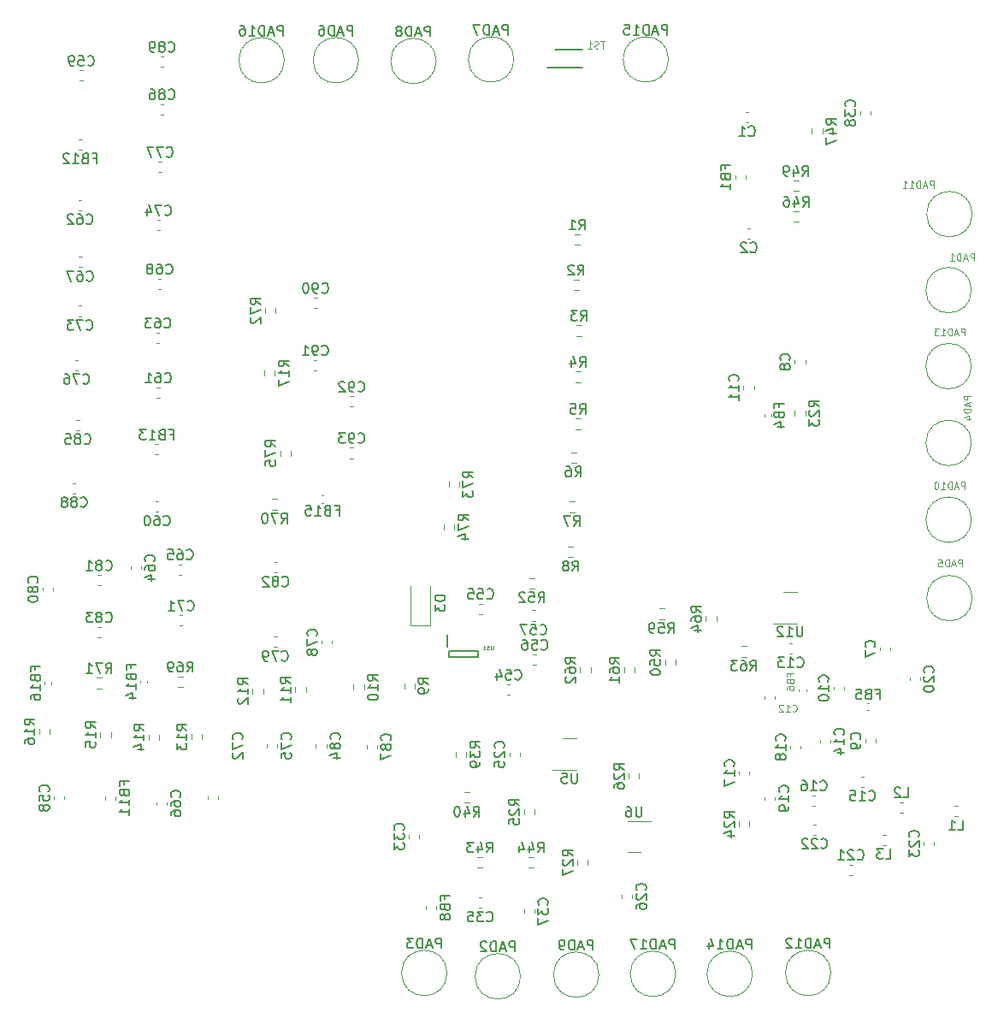
<source format=gbo>
%TF.GenerationSoftware,KiCad,Pcbnew,(6.0.8)*%
%TF.CreationDate,2022-12-02T10:37:27+07:00*%
%TF.ProjectId,espot_mainboard,6573706f-745f-46d6-9169-6e626f617264,rev?*%
%TF.SameCoordinates,Original*%
%TF.FileFunction,Legend,Bot*%
%TF.FilePolarity,Positive*%
%FSLAX46Y46*%
G04 Gerber Fmt 4.6, Leading zero omitted, Abs format (unit mm)*
G04 Created by KiCad (PCBNEW (6.0.8)) date 2022-12-02 10:37:27*
%MOMM*%
%LPD*%
G01*
G04 APERTURE LIST*
%ADD10C,0.150000*%
%ADD11C,0.100000*%
%ADD12C,0.120000*%
%ADD13C,0.200000*%
G04 APERTURE END LIST*
D10*
%TO.C,C57*%
X105036457Y-96062542D02*
X105084076Y-96110161D01*
X105226933Y-96157780D01*
X105322171Y-96157780D01*
X105465028Y-96110161D01*
X105560266Y-96014923D01*
X105607885Y-95919685D01*
X105655504Y-95729209D01*
X105655504Y-95586352D01*
X105607885Y-95395876D01*
X105560266Y-95300638D01*
X105465028Y-95205400D01*
X105322171Y-95157780D01*
X105226933Y-95157780D01*
X105084076Y-95205400D01*
X105036457Y-95253019D01*
X104131695Y-95157780D02*
X104607885Y-95157780D01*
X104655504Y-95633971D01*
X104607885Y-95586352D01*
X104512647Y-95538733D01*
X104274552Y-95538733D01*
X104179314Y-95586352D01*
X104131695Y-95633971D01*
X104084076Y-95729209D01*
X104084076Y-95967304D01*
X104131695Y-96062542D01*
X104179314Y-96110161D01*
X104274552Y-96157780D01*
X104512647Y-96157780D01*
X104607885Y-96110161D01*
X104655504Y-96062542D01*
X103750742Y-95157780D02*
X103084076Y-95157780D01*
X103512647Y-96157780D01*
%TO.C,C55*%
X99787457Y-92540942D02*
X99835076Y-92588561D01*
X99977933Y-92636180D01*
X100073171Y-92636180D01*
X100216028Y-92588561D01*
X100311266Y-92493323D01*
X100358885Y-92398085D01*
X100406504Y-92207609D01*
X100406504Y-92064752D01*
X100358885Y-91874276D01*
X100311266Y-91779038D01*
X100216028Y-91683800D01*
X100073171Y-91636180D01*
X99977933Y-91636180D01*
X99835076Y-91683800D01*
X99787457Y-91731419D01*
X98882695Y-91636180D02*
X99358885Y-91636180D01*
X99406504Y-92112371D01*
X99358885Y-92064752D01*
X99263647Y-92017133D01*
X99025552Y-92017133D01*
X98930314Y-92064752D01*
X98882695Y-92112371D01*
X98835076Y-92207609D01*
X98835076Y-92445704D01*
X98882695Y-92540942D01*
X98930314Y-92588561D01*
X99025552Y-92636180D01*
X99263647Y-92636180D01*
X99358885Y-92588561D01*
X99406504Y-92540942D01*
X97930314Y-91636180D02*
X98406504Y-91636180D01*
X98454123Y-92112371D01*
X98406504Y-92064752D01*
X98311266Y-92017133D01*
X98073171Y-92017133D01*
X97977933Y-92064752D01*
X97930314Y-92112371D01*
X97882695Y-92207609D01*
X97882695Y-92445704D01*
X97930314Y-92540942D01*
X97977933Y-92588561D01*
X98073171Y-92636180D01*
X98311266Y-92636180D01*
X98406504Y-92588561D01*
X98454123Y-92540942D01*
%TO.C,FB8*%
X95607771Y-122345566D02*
X95607771Y-122012233D01*
X96131580Y-122012233D02*
X95131580Y-122012233D01*
X95131580Y-122488423D01*
X95607771Y-123202709D02*
X95655390Y-123345566D01*
X95703009Y-123393185D01*
X95798247Y-123440804D01*
X95941104Y-123440804D01*
X96036342Y-123393185D01*
X96083961Y-123345566D01*
X96131580Y-123250328D01*
X96131580Y-122869376D01*
X95131580Y-122869376D01*
X95131580Y-123202709D01*
X95179200Y-123297947D01*
X95226819Y-123345566D01*
X95322057Y-123393185D01*
X95417295Y-123393185D01*
X95512533Y-123345566D01*
X95560152Y-123297947D01*
X95607771Y-123202709D01*
X95607771Y-122869376D01*
X95560152Y-124012233D02*
X95512533Y-123916995D01*
X95464914Y-123869376D01*
X95369676Y-123821757D01*
X95322057Y-123821757D01*
X95226819Y-123869376D01*
X95179200Y-123916995D01*
X95131580Y-124012233D01*
X95131580Y-124202709D01*
X95179200Y-124297947D01*
X95226819Y-124345566D01*
X95322057Y-124393185D01*
X95369676Y-124393185D01*
X95464914Y-124345566D01*
X95512533Y-124297947D01*
X95560152Y-124202709D01*
X95560152Y-124012233D01*
X95607771Y-123916995D01*
X95655390Y-123869376D01*
X95750628Y-123821757D01*
X95941104Y-123821757D01*
X96036342Y-123869376D01*
X96083961Y-123916995D01*
X96131580Y-124012233D01*
X96131580Y-124202709D01*
X96083961Y-124297947D01*
X96036342Y-124345566D01*
X95941104Y-124393185D01*
X95750628Y-124393185D01*
X95655390Y-124345566D01*
X95607771Y-124297947D01*
X95560152Y-124202709D01*
%TO.C,FB13*%
X68394323Y-76331171D02*
X68727657Y-76331171D01*
X68727657Y-76854980D02*
X68727657Y-75854980D01*
X68251466Y-75854980D01*
X67537180Y-76331171D02*
X67394323Y-76378790D01*
X67346704Y-76426409D01*
X67299085Y-76521647D01*
X67299085Y-76664504D01*
X67346704Y-76759742D01*
X67394323Y-76807361D01*
X67489561Y-76854980D01*
X67870514Y-76854980D01*
X67870514Y-75854980D01*
X67537180Y-75854980D01*
X67441942Y-75902600D01*
X67394323Y-75950219D01*
X67346704Y-76045457D01*
X67346704Y-76140695D01*
X67394323Y-76235933D01*
X67441942Y-76283552D01*
X67537180Y-76331171D01*
X67870514Y-76331171D01*
X66346704Y-76854980D02*
X66918133Y-76854980D01*
X66632419Y-76854980D02*
X66632419Y-75854980D01*
X66727657Y-75997838D01*
X66822895Y-76093076D01*
X66918133Y-76140695D01*
X66013371Y-75854980D02*
X65394323Y-75854980D01*
X65727657Y-76235933D01*
X65584800Y-76235933D01*
X65489561Y-76283552D01*
X65441942Y-76331171D01*
X65394323Y-76426409D01*
X65394323Y-76664504D01*
X65441942Y-76759742D01*
X65489561Y-76807361D01*
X65584800Y-76854980D01*
X65870514Y-76854980D01*
X65965752Y-76807361D01*
X66013371Y-76759742D01*
%TO.C,C10*%
X133514042Y-100810742D02*
X133561661Y-100763123D01*
X133609280Y-100620266D01*
X133609280Y-100525028D01*
X133561661Y-100382171D01*
X133466423Y-100286933D01*
X133371185Y-100239314D01*
X133180709Y-100191695D01*
X133037852Y-100191695D01*
X132847376Y-100239314D01*
X132752138Y-100286933D01*
X132656900Y-100382171D01*
X132609280Y-100525028D01*
X132609280Y-100620266D01*
X132656900Y-100763123D01*
X132704519Y-100810742D01*
X133609280Y-101763123D02*
X133609280Y-101191695D01*
X133609280Y-101477409D02*
X132609280Y-101477409D01*
X132752138Y-101382171D01*
X132847376Y-101286933D01*
X132894995Y-101191695D01*
X132609280Y-102382171D02*
X132609280Y-102477409D01*
X132656900Y-102572647D01*
X132704519Y-102620266D01*
X132799757Y-102667885D01*
X132990233Y-102715504D01*
X133228328Y-102715504D01*
X133418804Y-102667885D01*
X133514042Y-102620266D01*
X133561661Y-102572647D01*
X133609280Y-102477409D01*
X133609280Y-102382171D01*
X133561661Y-102286933D01*
X133514042Y-102239314D01*
X133418804Y-102191695D01*
X133228328Y-102144076D01*
X132990233Y-102144076D01*
X132799757Y-102191695D01*
X132704519Y-102239314D01*
X132656900Y-102286933D01*
X132609280Y-102382171D01*
%TO.C,C17*%
X124175442Y-109192142D02*
X124223061Y-109144523D01*
X124270680Y-109001666D01*
X124270680Y-108906428D01*
X124223061Y-108763571D01*
X124127823Y-108668333D01*
X124032585Y-108620714D01*
X123842109Y-108573095D01*
X123699252Y-108573095D01*
X123508776Y-108620714D01*
X123413538Y-108668333D01*
X123318300Y-108763571D01*
X123270680Y-108906428D01*
X123270680Y-109001666D01*
X123318300Y-109144523D01*
X123365919Y-109192142D01*
X124270680Y-110144523D02*
X124270680Y-109573095D01*
X124270680Y-109858809D02*
X123270680Y-109858809D01*
X123413538Y-109763571D01*
X123508776Y-109668333D01*
X123556395Y-109573095D01*
X123270680Y-110477857D02*
X123270680Y-111144523D01*
X124270680Y-110715952D01*
%TO.C,R63*%
X125844957Y-99715680D02*
X126178290Y-99239490D01*
X126416385Y-99715680D02*
X126416385Y-98715680D01*
X126035433Y-98715680D01*
X125940195Y-98763300D01*
X125892576Y-98810919D01*
X125844957Y-98906157D01*
X125844957Y-99049014D01*
X125892576Y-99144252D01*
X125940195Y-99191871D01*
X126035433Y-99239490D01*
X126416385Y-99239490D01*
X124987814Y-98715680D02*
X125178290Y-98715680D01*
X125273528Y-98763300D01*
X125321147Y-98810919D01*
X125416385Y-98953776D01*
X125464004Y-99144252D01*
X125464004Y-99525204D01*
X125416385Y-99620442D01*
X125368766Y-99668061D01*
X125273528Y-99715680D01*
X125083052Y-99715680D01*
X124987814Y-99668061D01*
X124940195Y-99620442D01*
X124892576Y-99525204D01*
X124892576Y-99287109D01*
X124940195Y-99191871D01*
X124987814Y-99144252D01*
X125083052Y-99096633D01*
X125273528Y-99096633D01*
X125368766Y-99144252D01*
X125416385Y-99191871D01*
X125464004Y-99287109D01*
X124559242Y-98715680D02*
X123940195Y-98715680D01*
X124273528Y-99096633D01*
X124130671Y-99096633D01*
X124035433Y-99144252D01*
X123987814Y-99191871D01*
X123940195Y-99287109D01*
X123940195Y-99525204D01*
X123987814Y-99620442D01*
X124035433Y-99668061D01*
X124130671Y-99715680D01*
X124416385Y-99715680D01*
X124511623Y-99668061D01*
X124559242Y-99620442D01*
%TO.C,R62*%
X108537280Y-99023342D02*
X108061090Y-98690009D01*
X108537280Y-98451914D02*
X107537280Y-98451914D01*
X107537280Y-98832866D01*
X107584900Y-98928104D01*
X107632519Y-98975723D01*
X107727757Y-99023342D01*
X107870614Y-99023342D01*
X107965852Y-98975723D01*
X108013471Y-98928104D01*
X108061090Y-98832866D01*
X108061090Y-98451914D01*
X107537280Y-99880485D02*
X107537280Y-99690009D01*
X107584900Y-99594771D01*
X107632519Y-99547152D01*
X107775376Y-99451914D01*
X107965852Y-99404295D01*
X108346804Y-99404295D01*
X108442042Y-99451914D01*
X108489661Y-99499533D01*
X108537280Y-99594771D01*
X108537280Y-99785247D01*
X108489661Y-99880485D01*
X108442042Y-99928104D01*
X108346804Y-99975723D01*
X108108709Y-99975723D01*
X108013471Y-99928104D01*
X107965852Y-99880485D01*
X107918233Y-99785247D01*
X107918233Y-99594771D01*
X107965852Y-99499533D01*
X108013471Y-99451914D01*
X108108709Y-99404295D01*
X107632519Y-100356676D02*
X107584900Y-100404295D01*
X107537280Y-100499533D01*
X107537280Y-100737628D01*
X107584900Y-100832866D01*
X107632519Y-100880485D01*
X107727757Y-100928104D01*
X107822995Y-100928104D01*
X107965852Y-100880485D01*
X108537280Y-100309057D01*
X108537280Y-100928104D01*
%TO.C,C56*%
X105144257Y-97569042D02*
X105191876Y-97616661D01*
X105334733Y-97664280D01*
X105429971Y-97664280D01*
X105572828Y-97616661D01*
X105668066Y-97521423D01*
X105715685Y-97426185D01*
X105763304Y-97235709D01*
X105763304Y-97092852D01*
X105715685Y-96902376D01*
X105668066Y-96807138D01*
X105572828Y-96711900D01*
X105429971Y-96664280D01*
X105334733Y-96664280D01*
X105191876Y-96711900D01*
X105144257Y-96759519D01*
X104239495Y-96664280D02*
X104715685Y-96664280D01*
X104763304Y-97140471D01*
X104715685Y-97092852D01*
X104620447Y-97045233D01*
X104382352Y-97045233D01*
X104287114Y-97092852D01*
X104239495Y-97140471D01*
X104191876Y-97235709D01*
X104191876Y-97473804D01*
X104239495Y-97569042D01*
X104287114Y-97616661D01*
X104382352Y-97664280D01*
X104620447Y-97664280D01*
X104715685Y-97616661D01*
X104763304Y-97569042D01*
X103334733Y-96664280D02*
X103525209Y-96664280D01*
X103620447Y-96711900D01*
X103668066Y-96759519D01*
X103763304Y-96902376D01*
X103810923Y-97092852D01*
X103810923Y-97473804D01*
X103763304Y-97569042D01*
X103715685Y-97616661D01*
X103620447Y-97664280D01*
X103429971Y-97664280D01*
X103334733Y-97616661D01*
X103287114Y-97569042D01*
X103239495Y-97473804D01*
X103239495Y-97235709D01*
X103287114Y-97140471D01*
X103334733Y-97092852D01*
X103429971Y-97045233D01*
X103620447Y-97045233D01*
X103715685Y-97092852D01*
X103763304Y-97140471D01*
X103810923Y-97235709D01*
D11*
%TO.C,PAD11*%
X143981966Y-51962902D02*
X143981966Y-51262902D01*
X143715299Y-51262902D01*
X143648632Y-51296236D01*
X143615299Y-51329569D01*
X143581966Y-51396236D01*
X143581966Y-51496236D01*
X143615299Y-51562902D01*
X143648632Y-51596236D01*
X143715299Y-51629569D01*
X143981966Y-51629569D01*
X143315299Y-51762902D02*
X142981966Y-51762902D01*
X143381966Y-51962902D02*
X143148632Y-51262902D01*
X142915299Y-51962902D01*
X142681966Y-51962902D02*
X142681966Y-51262902D01*
X142515299Y-51262902D01*
X142415299Y-51296236D01*
X142348632Y-51362902D01*
X142315299Y-51429569D01*
X142281966Y-51562902D01*
X142281966Y-51662902D01*
X142315299Y-51796236D01*
X142348632Y-51862902D01*
X142415299Y-51929569D01*
X142515299Y-51962902D01*
X142681966Y-51962902D01*
X141615299Y-51962902D02*
X142015299Y-51962902D01*
X141815299Y-51962902D02*
X141815299Y-51262902D01*
X141881966Y-51362902D01*
X141948632Y-51429569D01*
X142015299Y-51462902D01*
X140948632Y-51962902D02*
X141348632Y-51962902D01*
X141148632Y-51962902D02*
X141148632Y-51262902D01*
X141215299Y-51362902D01*
X141281966Y-51429569D01*
X141348632Y-51462902D01*
D10*
%TO.C,FB11*%
X63858071Y-111011576D02*
X63858071Y-110678242D01*
X64381880Y-110678242D02*
X63381880Y-110678242D01*
X63381880Y-111154433D01*
X63858071Y-111868719D02*
X63905690Y-112011576D01*
X63953309Y-112059195D01*
X64048547Y-112106814D01*
X64191404Y-112106814D01*
X64286642Y-112059195D01*
X64334261Y-112011576D01*
X64381880Y-111916338D01*
X64381880Y-111535385D01*
X63381880Y-111535385D01*
X63381880Y-111868719D01*
X63429500Y-111963957D01*
X63477119Y-112011576D01*
X63572357Y-112059195D01*
X63667595Y-112059195D01*
X63762833Y-112011576D01*
X63810452Y-111963957D01*
X63858071Y-111868719D01*
X63858071Y-111535385D01*
X64381880Y-113059195D02*
X64381880Y-112487766D01*
X64381880Y-112773480D02*
X63381880Y-112773480D01*
X63524738Y-112678242D01*
X63619976Y-112583004D01*
X63667595Y-112487766D01*
X64381880Y-114011576D02*
X64381880Y-113440147D01*
X64381880Y-113725861D02*
X63381880Y-113725861D01*
X63524738Y-113630623D01*
X63619976Y-113535385D01*
X63667595Y-113440147D01*
%TO.C,C33*%
X91478242Y-115501042D02*
X91525861Y-115453423D01*
X91573480Y-115310566D01*
X91573480Y-115215328D01*
X91525861Y-115072471D01*
X91430623Y-114977233D01*
X91335385Y-114929614D01*
X91144909Y-114881995D01*
X91002052Y-114881995D01*
X90811576Y-114929614D01*
X90716338Y-114977233D01*
X90621100Y-115072471D01*
X90573480Y-115215328D01*
X90573480Y-115310566D01*
X90621100Y-115453423D01*
X90668719Y-115501042D01*
X90573480Y-115834376D02*
X90573480Y-116453423D01*
X90954433Y-116120090D01*
X90954433Y-116262947D01*
X91002052Y-116358185D01*
X91049671Y-116405804D01*
X91144909Y-116453423D01*
X91383004Y-116453423D01*
X91478242Y-116405804D01*
X91525861Y-116358185D01*
X91573480Y-116262947D01*
X91573480Y-115977233D01*
X91525861Y-115881995D01*
X91478242Y-115834376D01*
X90573480Y-116786757D02*
X90573480Y-117405804D01*
X90954433Y-117072471D01*
X90954433Y-117215328D01*
X91002052Y-117310566D01*
X91049671Y-117358185D01*
X91144909Y-117405804D01*
X91383004Y-117405804D01*
X91478242Y-117358185D01*
X91525861Y-117310566D01*
X91573480Y-117215328D01*
X91573480Y-116929614D01*
X91525861Y-116834376D01*
X91478242Y-116786757D01*
%TO.C,PAD6*%
X86485966Y-36873080D02*
X86485966Y-35873080D01*
X86105014Y-35873080D01*
X86009776Y-35920700D01*
X85962157Y-35968319D01*
X85914538Y-36063557D01*
X85914538Y-36206414D01*
X85962157Y-36301652D01*
X86009776Y-36349271D01*
X86105014Y-36396890D01*
X86485966Y-36396890D01*
X85533585Y-36587366D02*
X85057395Y-36587366D01*
X85628823Y-36873080D02*
X85295490Y-35873080D01*
X84962157Y-36873080D01*
X84628823Y-36873080D02*
X84628823Y-35873080D01*
X84390728Y-35873080D01*
X84247871Y-35920700D01*
X84152633Y-36015938D01*
X84105014Y-36111176D01*
X84057395Y-36301652D01*
X84057395Y-36444509D01*
X84105014Y-36634985D01*
X84152633Y-36730223D01*
X84247871Y-36825461D01*
X84390728Y-36873080D01*
X84628823Y-36873080D01*
X83200252Y-35873080D02*
X83390728Y-35873080D01*
X83485966Y-35920700D01*
X83533585Y-35968319D01*
X83628823Y-36111176D01*
X83676442Y-36301652D01*
X83676442Y-36682604D01*
X83628823Y-36777842D01*
X83581204Y-36825461D01*
X83485966Y-36873080D01*
X83295490Y-36873080D01*
X83200252Y-36825461D01*
X83152633Y-36777842D01*
X83105014Y-36682604D01*
X83105014Y-36444509D01*
X83152633Y-36349271D01*
X83200252Y-36301652D01*
X83295490Y-36254033D01*
X83485966Y-36254033D01*
X83581204Y-36301652D01*
X83628823Y-36349271D01*
X83676442Y-36444509D01*
%TO.C,C23*%
X142460242Y-116182442D02*
X142507861Y-116134823D01*
X142555480Y-115991966D01*
X142555480Y-115896728D01*
X142507861Y-115753871D01*
X142412623Y-115658633D01*
X142317385Y-115611014D01*
X142126909Y-115563395D01*
X141984052Y-115563395D01*
X141793576Y-115611014D01*
X141698338Y-115658633D01*
X141603100Y-115753871D01*
X141555480Y-115896728D01*
X141555480Y-115991966D01*
X141603100Y-116134823D01*
X141650719Y-116182442D01*
X141650719Y-116563395D02*
X141603100Y-116611014D01*
X141555480Y-116706252D01*
X141555480Y-116944347D01*
X141603100Y-117039585D01*
X141650719Y-117087204D01*
X141745957Y-117134823D01*
X141841195Y-117134823D01*
X141984052Y-117087204D01*
X142555480Y-116515776D01*
X142555480Y-117134823D01*
X141555480Y-117468157D02*
X141555480Y-118087204D01*
X141936433Y-117753871D01*
X141936433Y-117896728D01*
X141984052Y-117991966D01*
X142031671Y-118039585D01*
X142126909Y-118087204D01*
X142365004Y-118087204D01*
X142460242Y-118039585D01*
X142507861Y-117991966D01*
X142555480Y-117896728D01*
X142555480Y-117611014D01*
X142507861Y-117515776D01*
X142460242Y-117468157D01*
%TO.C,D3*%
X95633080Y-92297404D02*
X94633080Y-92297404D01*
X94633080Y-92535500D01*
X94680700Y-92678357D01*
X94775938Y-92773595D01*
X94871176Y-92821214D01*
X95061652Y-92868833D01*
X95204509Y-92868833D01*
X95394985Y-92821214D01*
X95490223Y-92773595D01*
X95585461Y-92678357D01*
X95633080Y-92535500D01*
X95633080Y-92297404D01*
X94633080Y-93202166D02*
X94633080Y-93821214D01*
X95014033Y-93487880D01*
X95014033Y-93630738D01*
X95061652Y-93725976D01*
X95109271Y-93773595D01*
X95204509Y-93821214D01*
X95442604Y-93821214D01*
X95537842Y-93773595D01*
X95585461Y-93725976D01*
X95633080Y-93630738D01*
X95633080Y-93345023D01*
X95585461Y-93249785D01*
X95537842Y-93202166D01*
%TO.C,R43*%
X99729857Y-117722680D02*
X100063190Y-117246490D01*
X100301285Y-117722680D02*
X100301285Y-116722680D01*
X99920333Y-116722680D01*
X99825095Y-116770300D01*
X99777476Y-116817919D01*
X99729857Y-116913157D01*
X99729857Y-117056014D01*
X99777476Y-117151252D01*
X99825095Y-117198871D01*
X99920333Y-117246490D01*
X100301285Y-117246490D01*
X98872714Y-117056014D02*
X98872714Y-117722680D01*
X99110809Y-116675061D02*
X99348904Y-117389347D01*
X98729857Y-117389347D01*
X98444142Y-116722680D02*
X97825095Y-116722680D01*
X98158428Y-117103633D01*
X98015571Y-117103633D01*
X97920333Y-117151252D01*
X97872714Y-117198871D01*
X97825095Y-117294109D01*
X97825095Y-117532204D01*
X97872714Y-117627442D01*
X97920333Y-117675061D01*
X98015571Y-117722680D01*
X98301285Y-117722680D01*
X98396523Y-117675061D01*
X98444142Y-117627442D01*
%TO.C,C61*%
X67881457Y-71141142D02*
X67929076Y-71188761D01*
X68071933Y-71236380D01*
X68167171Y-71236380D01*
X68310028Y-71188761D01*
X68405266Y-71093523D01*
X68452885Y-70998285D01*
X68500504Y-70807809D01*
X68500504Y-70664952D01*
X68452885Y-70474476D01*
X68405266Y-70379238D01*
X68310028Y-70284000D01*
X68167171Y-70236380D01*
X68071933Y-70236380D01*
X67929076Y-70284000D01*
X67881457Y-70331619D01*
X67024314Y-70236380D02*
X67214790Y-70236380D01*
X67310028Y-70284000D01*
X67357647Y-70331619D01*
X67452885Y-70474476D01*
X67500504Y-70664952D01*
X67500504Y-71045904D01*
X67452885Y-71141142D01*
X67405266Y-71188761D01*
X67310028Y-71236380D01*
X67119552Y-71236380D01*
X67024314Y-71188761D01*
X66976695Y-71141142D01*
X66929076Y-71045904D01*
X66929076Y-70807809D01*
X66976695Y-70712571D01*
X67024314Y-70664952D01*
X67119552Y-70617333D01*
X67310028Y-70617333D01*
X67405266Y-70664952D01*
X67452885Y-70712571D01*
X67500504Y-70807809D01*
X65976695Y-71236380D02*
X66548123Y-71236380D01*
X66262409Y-71236380D02*
X66262409Y-70236380D01*
X66357647Y-70379238D01*
X66452885Y-70474476D01*
X66548123Y-70522095D01*
D11*
%TO.C,FB6*%
X129776950Y-100222153D02*
X129776950Y-99988820D01*
X130143616Y-99988820D02*
X129443616Y-99988820D01*
X129443616Y-100322153D01*
X129776950Y-100822153D02*
X129810283Y-100922153D01*
X129843616Y-100955487D01*
X129910283Y-100988820D01*
X130010283Y-100988820D01*
X130076950Y-100955487D01*
X130110283Y-100922153D01*
X130143616Y-100855487D01*
X130143616Y-100588820D01*
X129443616Y-100588820D01*
X129443616Y-100822153D01*
X129476950Y-100888820D01*
X129510283Y-100922153D01*
X129576950Y-100955487D01*
X129643616Y-100955487D01*
X129710283Y-100922153D01*
X129743616Y-100888820D01*
X129776950Y-100822153D01*
X129776950Y-100588820D01*
X129443616Y-101588820D02*
X129443616Y-101455487D01*
X129476950Y-101388820D01*
X129510283Y-101355487D01*
X129610283Y-101288820D01*
X129743616Y-101255487D01*
X130010283Y-101255487D01*
X130076950Y-101288820D01*
X130110283Y-101322153D01*
X130143616Y-101388820D01*
X130143616Y-101522153D01*
X130110283Y-101588820D01*
X130076950Y-101622153D01*
X130010283Y-101655487D01*
X129843616Y-101655487D01*
X129776950Y-101622153D01*
X129743616Y-101588820D01*
X129710283Y-101522153D01*
X129710283Y-101388820D01*
X129743616Y-101322153D01*
X129776950Y-101288820D01*
X129843616Y-101255487D01*
D10*
%TO.C,R69*%
X70074557Y-99847880D02*
X70407890Y-99371690D01*
X70645985Y-99847880D02*
X70645985Y-98847880D01*
X70265033Y-98847880D01*
X70169795Y-98895500D01*
X70122176Y-98943119D01*
X70074557Y-99038357D01*
X70074557Y-99181214D01*
X70122176Y-99276452D01*
X70169795Y-99324071D01*
X70265033Y-99371690D01*
X70645985Y-99371690D01*
X69217414Y-98847880D02*
X69407890Y-98847880D01*
X69503128Y-98895500D01*
X69550747Y-98943119D01*
X69645985Y-99085976D01*
X69693604Y-99276452D01*
X69693604Y-99657404D01*
X69645985Y-99752642D01*
X69598366Y-99800261D01*
X69503128Y-99847880D01*
X69312652Y-99847880D01*
X69217414Y-99800261D01*
X69169795Y-99752642D01*
X69122176Y-99657404D01*
X69122176Y-99419309D01*
X69169795Y-99324071D01*
X69217414Y-99276452D01*
X69312652Y-99228833D01*
X69503128Y-99228833D01*
X69598366Y-99276452D01*
X69645985Y-99324071D01*
X69693604Y-99419309D01*
X68645985Y-99847880D02*
X68455509Y-99847880D01*
X68360271Y-99800261D01*
X68312652Y-99752642D01*
X68217414Y-99609785D01*
X68169795Y-99419309D01*
X68169795Y-99038357D01*
X68217414Y-98943119D01*
X68265033Y-98895500D01*
X68360271Y-98847880D01*
X68550747Y-98847880D01*
X68645985Y-98895500D01*
X68693604Y-98943119D01*
X68741223Y-99038357D01*
X68741223Y-99276452D01*
X68693604Y-99371690D01*
X68645985Y-99419309D01*
X68550747Y-99466928D01*
X68360271Y-99466928D01*
X68265033Y-99419309D01*
X68217414Y-99371690D01*
X68169795Y-99276452D01*
%TO.C,C20*%
X143921142Y-99912342D02*
X143968761Y-99864723D01*
X144016380Y-99721866D01*
X144016380Y-99626628D01*
X143968761Y-99483771D01*
X143873523Y-99388533D01*
X143778285Y-99340914D01*
X143587809Y-99293295D01*
X143444952Y-99293295D01*
X143254476Y-99340914D01*
X143159238Y-99388533D01*
X143064000Y-99483771D01*
X143016380Y-99626628D01*
X143016380Y-99721866D01*
X143064000Y-99864723D01*
X143111619Y-99912342D01*
X143111619Y-100293295D02*
X143064000Y-100340914D01*
X143016380Y-100436152D01*
X143016380Y-100674247D01*
X143064000Y-100769485D01*
X143111619Y-100817104D01*
X143206857Y-100864723D01*
X143302095Y-100864723D01*
X143444952Y-100817104D01*
X144016380Y-100245676D01*
X144016380Y-100864723D01*
X143016380Y-101483771D02*
X143016380Y-101579009D01*
X143064000Y-101674247D01*
X143111619Y-101721866D01*
X143206857Y-101769485D01*
X143397333Y-101817104D01*
X143635428Y-101817104D01*
X143825904Y-101769485D01*
X143921142Y-101721866D01*
X143968761Y-101674247D01*
X144016380Y-101579009D01*
X144016380Y-101483771D01*
X143968761Y-101388533D01*
X143921142Y-101340914D01*
X143825904Y-101293295D01*
X143635428Y-101245676D01*
X143397333Y-101245676D01*
X143206857Y-101293295D01*
X143111619Y-101340914D01*
X143064000Y-101388533D01*
X143016380Y-101483771D01*
%TO.C,FB5*%
X138328733Y-102034971D02*
X138662066Y-102034971D01*
X138662066Y-102558780D02*
X138662066Y-101558780D01*
X138185876Y-101558780D01*
X137471590Y-102034971D02*
X137328733Y-102082590D01*
X137281114Y-102130209D01*
X137233495Y-102225447D01*
X137233495Y-102368304D01*
X137281114Y-102463542D01*
X137328733Y-102511161D01*
X137423971Y-102558780D01*
X137804923Y-102558780D01*
X137804923Y-101558780D01*
X137471590Y-101558780D01*
X137376352Y-101606400D01*
X137328733Y-101654019D01*
X137281114Y-101749257D01*
X137281114Y-101844495D01*
X137328733Y-101939733D01*
X137376352Y-101987352D01*
X137471590Y-102034971D01*
X137804923Y-102034971D01*
X136328733Y-101558780D02*
X136804923Y-101558780D01*
X136852542Y-102034971D01*
X136804923Y-101987352D01*
X136709685Y-101939733D01*
X136471590Y-101939733D01*
X136376352Y-101987352D01*
X136328733Y-102034971D01*
X136281114Y-102130209D01*
X136281114Y-102368304D01*
X136328733Y-102463542D01*
X136376352Y-102511161D01*
X136471590Y-102558780D01*
X136709685Y-102558780D01*
X136804923Y-102511161D01*
X136852542Y-102463542D01*
%TO.C,R70*%
X79405057Y-85148380D02*
X79738390Y-84672190D01*
X79976485Y-85148380D02*
X79976485Y-84148380D01*
X79595533Y-84148380D01*
X79500295Y-84196000D01*
X79452676Y-84243619D01*
X79405057Y-84338857D01*
X79405057Y-84481714D01*
X79452676Y-84576952D01*
X79500295Y-84624571D01*
X79595533Y-84672190D01*
X79976485Y-84672190D01*
X79071723Y-84148380D02*
X78405057Y-84148380D01*
X78833628Y-85148380D01*
X77833628Y-84148380D02*
X77738390Y-84148380D01*
X77643152Y-84196000D01*
X77595533Y-84243619D01*
X77547914Y-84338857D01*
X77500295Y-84529333D01*
X77500295Y-84767428D01*
X77547914Y-84957904D01*
X77595533Y-85053142D01*
X77643152Y-85100761D01*
X77738390Y-85148380D01*
X77833628Y-85148380D01*
X77928866Y-85100761D01*
X77976485Y-85053142D01*
X78024104Y-84957904D01*
X78071723Y-84767428D01*
X78071723Y-84529333D01*
X78024104Y-84338857D01*
X77976485Y-84243619D01*
X77928866Y-84196000D01*
X77833628Y-84148380D01*
%TO.C,C74*%
X67906057Y-54573942D02*
X67953676Y-54621561D01*
X68096533Y-54669180D01*
X68191771Y-54669180D01*
X68334628Y-54621561D01*
X68429866Y-54526323D01*
X68477485Y-54431085D01*
X68525104Y-54240609D01*
X68525104Y-54097752D01*
X68477485Y-53907276D01*
X68429866Y-53812038D01*
X68334628Y-53716800D01*
X68191771Y-53669180D01*
X68096533Y-53669180D01*
X67953676Y-53716800D01*
X67906057Y-53764419D01*
X67572723Y-53669180D02*
X66906057Y-53669180D01*
X67334628Y-54669180D01*
X66096533Y-54002514D02*
X66096533Y-54669180D01*
X66334628Y-53621561D02*
X66572723Y-54335847D01*
X65953676Y-54335847D01*
%TO.C,U12*%
X131025095Y-95329580D02*
X131025095Y-96139104D01*
X130977476Y-96234342D01*
X130929857Y-96281961D01*
X130834619Y-96329580D01*
X130644142Y-96329580D01*
X130548904Y-96281961D01*
X130501285Y-96234342D01*
X130453666Y-96139104D01*
X130453666Y-95329580D01*
X129453666Y-96329580D02*
X130025095Y-96329580D01*
X129739380Y-96329580D02*
X129739380Y-95329580D01*
X129834619Y-95472438D01*
X129929857Y-95567676D01*
X130025095Y-95615295D01*
X129072714Y-95424819D02*
X129025095Y-95377200D01*
X128929857Y-95329580D01*
X128691761Y-95329580D01*
X128596523Y-95377200D01*
X128548904Y-95424819D01*
X128501285Y-95520057D01*
X128501285Y-95615295D01*
X128548904Y-95758152D01*
X129120333Y-96329580D01*
X128501285Y-96329580D01*
%TO.C,PAD14*%
X125955957Y-127288880D02*
X125955957Y-126288880D01*
X125575004Y-126288880D01*
X125479766Y-126336500D01*
X125432147Y-126384119D01*
X125384528Y-126479357D01*
X125384528Y-126622214D01*
X125432147Y-126717452D01*
X125479766Y-126765071D01*
X125575004Y-126812690D01*
X125955957Y-126812690D01*
X125003576Y-127003166D02*
X124527385Y-127003166D01*
X125098814Y-127288880D02*
X124765480Y-126288880D01*
X124432147Y-127288880D01*
X124098814Y-127288880D02*
X124098814Y-126288880D01*
X123860719Y-126288880D01*
X123717861Y-126336500D01*
X123622623Y-126431738D01*
X123575004Y-126526976D01*
X123527385Y-126717452D01*
X123527385Y-126860309D01*
X123575004Y-127050785D01*
X123622623Y-127146023D01*
X123717861Y-127241261D01*
X123860719Y-127288880D01*
X124098814Y-127288880D01*
X122575004Y-127288880D02*
X123146433Y-127288880D01*
X122860719Y-127288880D02*
X122860719Y-126288880D01*
X122955957Y-126431738D01*
X123051195Y-126526976D01*
X123146433Y-126574595D01*
X121717861Y-126622214D02*
X121717861Y-127288880D01*
X121955957Y-126241261D02*
X122194052Y-126955547D01*
X121575004Y-126955547D01*
%TO.C,C88*%
X59546357Y-83454442D02*
X59593976Y-83502061D01*
X59736833Y-83549680D01*
X59832071Y-83549680D01*
X59974928Y-83502061D01*
X60070166Y-83406823D01*
X60117785Y-83311585D01*
X60165404Y-83121109D01*
X60165404Y-82978252D01*
X60117785Y-82787776D01*
X60070166Y-82692538D01*
X59974928Y-82597300D01*
X59832071Y-82549680D01*
X59736833Y-82549680D01*
X59593976Y-82597300D01*
X59546357Y-82644919D01*
X58974928Y-82978252D02*
X59070166Y-82930633D01*
X59117785Y-82883014D01*
X59165404Y-82787776D01*
X59165404Y-82740157D01*
X59117785Y-82644919D01*
X59070166Y-82597300D01*
X58974928Y-82549680D01*
X58784452Y-82549680D01*
X58689214Y-82597300D01*
X58641595Y-82644919D01*
X58593976Y-82740157D01*
X58593976Y-82787776D01*
X58641595Y-82883014D01*
X58689214Y-82930633D01*
X58784452Y-82978252D01*
X58974928Y-82978252D01*
X59070166Y-83025871D01*
X59117785Y-83073490D01*
X59165404Y-83168728D01*
X59165404Y-83359204D01*
X59117785Y-83454442D01*
X59070166Y-83502061D01*
X58974928Y-83549680D01*
X58784452Y-83549680D01*
X58689214Y-83502061D01*
X58641595Y-83454442D01*
X58593976Y-83359204D01*
X58593976Y-83168728D01*
X58641595Y-83073490D01*
X58689214Y-83025871D01*
X58784452Y-82978252D01*
X58022547Y-82978252D02*
X58117785Y-82930633D01*
X58165404Y-82883014D01*
X58213023Y-82787776D01*
X58213023Y-82740157D01*
X58165404Y-82644919D01*
X58117785Y-82597300D01*
X58022547Y-82549680D01*
X57832071Y-82549680D01*
X57736833Y-82597300D01*
X57689214Y-82644919D01*
X57641595Y-82740157D01*
X57641595Y-82787776D01*
X57689214Y-82883014D01*
X57736833Y-82930633D01*
X57832071Y-82978252D01*
X58022547Y-82978252D01*
X58117785Y-83025871D01*
X58165404Y-83073490D01*
X58213023Y-83168728D01*
X58213023Y-83359204D01*
X58165404Y-83454442D01*
X58117785Y-83502061D01*
X58022547Y-83549680D01*
X57832071Y-83549680D01*
X57736833Y-83502061D01*
X57689214Y-83454442D01*
X57641595Y-83359204D01*
X57641595Y-83168728D01*
X57689214Y-83073490D01*
X57736833Y-83025871D01*
X57832071Y-82978252D01*
%TO.C,C64*%
X66809542Y-88898442D02*
X66857161Y-88850823D01*
X66904780Y-88707966D01*
X66904780Y-88612728D01*
X66857161Y-88469871D01*
X66761923Y-88374633D01*
X66666685Y-88327014D01*
X66476209Y-88279395D01*
X66333352Y-88279395D01*
X66142876Y-88327014D01*
X66047638Y-88374633D01*
X65952400Y-88469871D01*
X65904780Y-88612728D01*
X65904780Y-88707966D01*
X65952400Y-88850823D01*
X66000019Y-88898442D01*
X65904780Y-89755585D02*
X65904780Y-89565109D01*
X65952400Y-89469871D01*
X66000019Y-89422252D01*
X66142876Y-89327014D01*
X66333352Y-89279395D01*
X66714304Y-89279395D01*
X66809542Y-89327014D01*
X66857161Y-89374633D01*
X66904780Y-89469871D01*
X66904780Y-89660347D01*
X66857161Y-89755585D01*
X66809542Y-89803204D01*
X66714304Y-89850823D01*
X66476209Y-89850823D01*
X66380971Y-89803204D01*
X66333352Y-89755585D01*
X66285733Y-89660347D01*
X66285733Y-89469871D01*
X66333352Y-89374633D01*
X66380971Y-89327014D01*
X66476209Y-89279395D01*
X66238114Y-90707966D02*
X66904780Y-90707966D01*
X65857161Y-90469871D02*
X66571447Y-90231776D01*
X66571447Y-90850823D01*
%TO.C,C7*%
X138114142Y-97405533D02*
X138161761Y-97357914D01*
X138209380Y-97215057D01*
X138209380Y-97119819D01*
X138161761Y-96976961D01*
X138066523Y-96881723D01*
X137971285Y-96834104D01*
X137780809Y-96786485D01*
X137637952Y-96786485D01*
X137447476Y-96834104D01*
X137352238Y-96881723D01*
X137257000Y-96976961D01*
X137209380Y-97119819D01*
X137209380Y-97215057D01*
X137257000Y-97357914D01*
X137304619Y-97405533D01*
X137209380Y-97738866D02*
X137209380Y-98405533D01*
X138209380Y-97976961D01*
%TO.C,C11*%
X124617642Y-71056542D02*
X124665261Y-71008923D01*
X124712880Y-70866066D01*
X124712880Y-70770828D01*
X124665261Y-70627971D01*
X124570023Y-70532733D01*
X124474785Y-70485114D01*
X124284309Y-70437495D01*
X124141452Y-70437495D01*
X123950976Y-70485114D01*
X123855738Y-70532733D01*
X123760500Y-70627971D01*
X123712880Y-70770828D01*
X123712880Y-70866066D01*
X123760500Y-71008923D01*
X123808119Y-71056542D01*
X124712880Y-72008923D02*
X124712880Y-71437495D01*
X124712880Y-71723209D02*
X123712880Y-71723209D01*
X123855738Y-71627971D01*
X123950976Y-71532733D01*
X123998595Y-71437495D01*
X124712880Y-72961304D02*
X124712880Y-72389876D01*
X124712880Y-72675590D02*
X123712880Y-72675590D01*
X123855738Y-72580352D01*
X123950976Y-72485114D01*
X123998595Y-72389876D01*
D11*
%TO.C,PAD10*%
X147097768Y-81752196D02*
X147097768Y-81052196D01*
X146831101Y-81052196D01*
X146764434Y-81085530D01*
X146731101Y-81118863D01*
X146697768Y-81185530D01*
X146697768Y-81285530D01*
X146731101Y-81352196D01*
X146764434Y-81385530D01*
X146831101Y-81418863D01*
X147097768Y-81418863D01*
X146431101Y-81552196D02*
X146097768Y-81552196D01*
X146497768Y-81752196D02*
X146264434Y-81052196D01*
X146031101Y-81752196D01*
X145797768Y-81752196D02*
X145797768Y-81052196D01*
X145631101Y-81052196D01*
X145531101Y-81085530D01*
X145464434Y-81152196D01*
X145431101Y-81218863D01*
X145397768Y-81352196D01*
X145397768Y-81452196D01*
X145431101Y-81585530D01*
X145464434Y-81652196D01*
X145531101Y-81718863D01*
X145631101Y-81752196D01*
X145797768Y-81752196D01*
X144731101Y-81752196D02*
X145131101Y-81752196D01*
X144931101Y-81752196D02*
X144931101Y-81052196D01*
X144997768Y-81152196D01*
X145064434Y-81218863D01*
X145131101Y-81252196D01*
X144297768Y-81052196D02*
X144231101Y-81052196D01*
X144164434Y-81085530D01*
X144131101Y-81118863D01*
X144097768Y-81185530D01*
X144064434Y-81318863D01*
X144064434Y-81485530D01*
X144097768Y-81618863D01*
X144131101Y-81685530D01*
X144164434Y-81718863D01*
X144231101Y-81752196D01*
X144297768Y-81752196D01*
X144364434Y-81718863D01*
X144397768Y-81685530D01*
X144431101Y-81618863D01*
X144464434Y-81485530D01*
X144464434Y-81318863D01*
X144431101Y-81185530D01*
X144397768Y-81118863D01*
X144364434Y-81085530D01*
X144297768Y-81052196D01*
D10*
%TO.C,C81*%
X62022357Y-89726942D02*
X62069976Y-89774561D01*
X62212833Y-89822180D01*
X62308071Y-89822180D01*
X62450928Y-89774561D01*
X62546166Y-89679323D01*
X62593785Y-89584085D01*
X62641404Y-89393609D01*
X62641404Y-89250752D01*
X62593785Y-89060276D01*
X62546166Y-88965038D01*
X62450928Y-88869800D01*
X62308071Y-88822180D01*
X62212833Y-88822180D01*
X62069976Y-88869800D01*
X62022357Y-88917419D01*
X61450928Y-89250752D02*
X61546166Y-89203133D01*
X61593785Y-89155514D01*
X61641404Y-89060276D01*
X61641404Y-89012657D01*
X61593785Y-88917419D01*
X61546166Y-88869800D01*
X61450928Y-88822180D01*
X61260452Y-88822180D01*
X61165214Y-88869800D01*
X61117595Y-88917419D01*
X61069976Y-89012657D01*
X61069976Y-89060276D01*
X61117595Y-89155514D01*
X61165214Y-89203133D01*
X61260452Y-89250752D01*
X61450928Y-89250752D01*
X61546166Y-89298371D01*
X61593785Y-89345990D01*
X61641404Y-89441228D01*
X61641404Y-89631704D01*
X61593785Y-89726942D01*
X61546166Y-89774561D01*
X61450928Y-89822180D01*
X61260452Y-89822180D01*
X61165214Y-89774561D01*
X61117595Y-89726942D01*
X61069976Y-89631704D01*
X61069976Y-89441228D01*
X61117595Y-89345990D01*
X61165214Y-89298371D01*
X61260452Y-89250752D01*
X60117595Y-89822180D02*
X60689023Y-89822180D01*
X60403309Y-89822180D02*
X60403309Y-88822180D01*
X60498547Y-88965038D01*
X60593785Y-89060276D01*
X60689023Y-89107895D01*
%TO.C,PAD17*%
X118354957Y-127288880D02*
X118354957Y-126288880D01*
X117974004Y-126288880D01*
X117878766Y-126336500D01*
X117831147Y-126384119D01*
X117783528Y-126479357D01*
X117783528Y-126622214D01*
X117831147Y-126717452D01*
X117878766Y-126765071D01*
X117974004Y-126812690D01*
X118354957Y-126812690D01*
X117402576Y-127003166D02*
X116926385Y-127003166D01*
X117497814Y-127288880D02*
X117164480Y-126288880D01*
X116831147Y-127288880D01*
X116497814Y-127288880D02*
X116497814Y-126288880D01*
X116259719Y-126288880D01*
X116116861Y-126336500D01*
X116021623Y-126431738D01*
X115974004Y-126526976D01*
X115926385Y-126717452D01*
X115926385Y-126860309D01*
X115974004Y-127050785D01*
X116021623Y-127146023D01*
X116116861Y-127241261D01*
X116259719Y-127288880D01*
X116497814Y-127288880D01*
X114974004Y-127288880D02*
X115545433Y-127288880D01*
X115259719Y-127288880D02*
X115259719Y-126288880D01*
X115354957Y-126431738D01*
X115450195Y-126526976D01*
X115545433Y-126574595D01*
X114640671Y-126288880D02*
X113974004Y-126288880D01*
X114402576Y-127288880D01*
%TO.C,R15*%
X61041980Y-105419142D02*
X60565790Y-105085809D01*
X61041980Y-104847714D02*
X60041980Y-104847714D01*
X60041980Y-105228666D01*
X60089600Y-105323904D01*
X60137219Y-105371523D01*
X60232457Y-105419142D01*
X60375314Y-105419142D01*
X60470552Y-105371523D01*
X60518171Y-105323904D01*
X60565790Y-105228666D01*
X60565790Y-104847714D01*
X61041980Y-106371523D02*
X61041980Y-105800095D01*
X61041980Y-106085809D02*
X60041980Y-106085809D01*
X60184838Y-105990571D01*
X60280076Y-105895333D01*
X60327695Y-105800095D01*
X60041980Y-107276285D02*
X60041980Y-106800095D01*
X60518171Y-106752476D01*
X60470552Y-106800095D01*
X60422933Y-106895333D01*
X60422933Y-107133428D01*
X60470552Y-107228666D01*
X60518171Y-107276285D01*
X60613409Y-107323904D01*
X60851504Y-107323904D01*
X60946742Y-107276285D01*
X60994361Y-107228666D01*
X61041980Y-107133428D01*
X61041980Y-106895333D01*
X60994361Y-106800095D01*
X60946742Y-106752476D01*
D11*
%TO.C,PAD1*%
X147988499Y-59140375D02*
X147988499Y-58440375D01*
X147721833Y-58440375D01*
X147655166Y-58473709D01*
X147621833Y-58507042D01*
X147588499Y-58573709D01*
X147588499Y-58673709D01*
X147621833Y-58740375D01*
X147655166Y-58773709D01*
X147721833Y-58807042D01*
X147988499Y-58807042D01*
X147321833Y-58940375D02*
X146988499Y-58940375D01*
X147388499Y-59140375D02*
X147155166Y-58440375D01*
X146921833Y-59140375D01*
X146688499Y-59140375D02*
X146688499Y-58440375D01*
X146521833Y-58440375D01*
X146421833Y-58473709D01*
X146355166Y-58540375D01*
X146321833Y-58607042D01*
X146288499Y-58740375D01*
X146288499Y-58840375D01*
X146321833Y-58973709D01*
X146355166Y-59040375D01*
X146421833Y-59107042D01*
X146521833Y-59140375D01*
X146688499Y-59140375D01*
X145621833Y-59140375D02*
X146021833Y-59140375D01*
X145821833Y-59140375D02*
X145821833Y-58440375D01*
X145888499Y-58540375D01*
X145955166Y-58607042D01*
X146021833Y-58640375D01*
D10*
%TO.C,C54*%
X102556657Y-100534042D02*
X102604276Y-100581661D01*
X102747133Y-100629280D01*
X102842371Y-100629280D01*
X102985228Y-100581661D01*
X103080466Y-100486423D01*
X103128085Y-100391185D01*
X103175704Y-100200709D01*
X103175704Y-100057852D01*
X103128085Y-99867376D01*
X103080466Y-99772138D01*
X102985228Y-99676900D01*
X102842371Y-99629280D01*
X102747133Y-99629280D01*
X102604276Y-99676900D01*
X102556657Y-99724519D01*
X101651895Y-99629280D02*
X102128085Y-99629280D01*
X102175704Y-100105471D01*
X102128085Y-100057852D01*
X102032847Y-100010233D01*
X101794752Y-100010233D01*
X101699514Y-100057852D01*
X101651895Y-100105471D01*
X101604276Y-100200709D01*
X101604276Y-100438804D01*
X101651895Y-100534042D01*
X101699514Y-100581661D01*
X101794752Y-100629280D01*
X102032847Y-100629280D01*
X102128085Y-100581661D01*
X102175704Y-100534042D01*
X100747133Y-99962614D02*
X100747133Y-100629280D01*
X100985228Y-99581661D02*
X101223323Y-100295947D01*
X100604276Y-100295947D01*
%TO.C,R44*%
X104809857Y-117722680D02*
X105143190Y-117246490D01*
X105381285Y-117722680D02*
X105381285Y-116722680D01*
X105000333Y-116722680D01*
X104905095Y-116770300D01*
X104857476Y-116817919D01*
X104809857Y-116913157D01*
X104809857Y-117056014D01*
X104857476Y-117151252D01*
X104905095Y-117198871D01*
X105000333Y-117246490D01*
X105381285Y-117246490D01*
X103952714Y-117056014D02*
X103952714Y-117722680D01*
X104190809Y-116675061D02*
X104428904Y-117389347D01*
X103809857Y-117389347D01*
X103000333Y-117056014D02*
X103000333Y-117722680D01*
X103238428Y-116675061D02*
X103476523Y-117389347D01*
X102857476Y-117389347D01*
%TO.C,R6*%
X108513466Y-80532580D02*
X108846800Y-80056390D01*
X109084895Y-80532580D02*
X109084895Y-79532580D01*
X108703942Y-79532580D01*
X108608704Y-79580200D01*
X108561085Y-79627819D01*
X108513466Y-79723057D01*
X108513466Y-79865914D01*
X108561085Y-79961152D01*
X108608704Y-80008771D01*
X108703942Y-80056390D01*
X109084895Y-80056390D01*
X107656323Y-79532580D02*
X107846800Y-79532580D01*
X107942038Y-79580200D01*
X107989657Y-79627819D01*
X108084895Y-79770676D01*
X108132514Y-79961152D01*
X108132514Y-80342104D01*
X108084895Y-80437342D01*
X108037276Y-80484961D01*
X107942038Y-80532580D01*
X107751561Y-80532580D01*
X107656323Y-80484961D01*
X107608704Y-80437342D01*
X107561085Y-80342104D01*
X107561085Y-80104009D01*
X107608704Y-80008771D01*
X107656323Y-79961152D01*
X107751561Y-79913533D01*
X107942038Y-79913533D01*
X108037276Y-79961152D01*
X108084895Y-80008771D01*
X108132514Y-80104009D01*
%TO.C,C91*%
X83423557Y-68436642D02*
X83471176Y-68484261D01*
X83614033Y-68531880D01*
X83709271Y-68531880D01*
X83852128Y-68484261D01*
X83947366Y-68389023D01*
X83994985Y-68293785D01*
X84042604Y-68103309D01*
X84042604Y-67960452D01*
X83994985Y-67769976D01*
X83947366Y-67674738D01*
X83852128Y-67579500D01*
X83709271Y-67531880D01*
X83614033Y-67531880D01*
X83471176Y-67579500D01*
X83423557Y-67627119D01*
X82947366Y-68531880D02*
X82756890Y-68531880D01*
X82661652Y-68484261D01*
X82614033Y-68436642D01*
X82518795Y-68293785D01*
X82471176Y-68103309D01*
X82471176Y-67722357D01*
X82518795Y-67627119D01*
X82566414Y-67579500D01*
X82661652Y-67531880D01*
X82852128Y-67531880D01*
X82947366Y-67579500D01*
X82994985Y-67627119D01*
X83042604Y-67722357D01*
X83042604Y-67960452D01*
X82994985Y-68055690D01*
X82947366Y-68103309D01*
X82852128Y-68150928D01*
X82661652Y-68150928D01*
X82566414Y-68103309D01*
X82518795Y-68055690D01*
X82471176Y-67960452D01*
X81518795Y-68531880D02*
X82090223Y-68531880D01*
X81804509Y-68531880D02*
X81804509Y-67531880D01*
X81899747Y-67674738D01*
X81994985Y-67769976D01*
X82090223Y-67817595D01*
%TO.C,R13*%
X70060280Y-105631342D02*
X69584090Y-105298009D01*
X70060280Y-105059914D02*
X69060280Y-105059914D01*
X69060280Y-105440866D01*
X69107900Y-105536104D01*
X69155519Y-105583723D01*
X69250757Y-105631342D01*
X69393614Y-105631342D01*
X69488852Y-105583723D01*
X69536471Y-105536104D01*
X69584090Y-105440866D01*
X69584090Y-105059914D01*
X70060280Y-106583723D02*
X70060280Y-106012295D01*
X70060280Y-106298009D02*
X69060280Y-106298009D01*
X69203138Y-106202771D01*
X69298376Y-106107533D01*
X69345995Y-106012295D01*
X69060280Y-106917057D02*
X69060280Y-107536104D01*
X69441233Y-107202771D01*
X69441233Y-107345628D01*
X69488852Y-107440866D01*
X69536471Y-107488485D01*
X69631709Y-107536104D01*
X69869804Y-107536104D01*
X69965042Y-107488485D01*
X70012661Y-107440866D01*
X70060280Y-107345628D01*
X70060280Y-107059914D01*
X70012661Y-106964676D01*
X69965042Y-106917057D01*
%TO.C,R10*%
X88969480Y-100737042D02*
X88493290Y-100403709D01*
X88969480Y-100165614D02*
X87969480Y-100165614D01*
X87969480Y-100546566D01*
X88017100Y-100641804D01*
X88064719Y-100689423D01*
X88159957Y-100737042D01*
X88302814Y-100737042D01*
X88398052Y-100689423D01*
X88445671Y-100641804D01*
X88493290Y-100546566D01*
X88493290Y-100165614D01*
X88969480Y-101689423D02*
X88969480Y-101117995D01*
X88969480Y-101403709D02*
X87969480Y-101403709D01*
X88112338Y-101308471D01*
X88207576Y-101213233D01*
X88255195Y-101117995D01*
X87969480Y-102308471D02*
X87969480Y-102403709D01*
X88017100Y-102498947D01*
X88064719Y-102546566D01*
X88159957Y-102594185D01*
X88350433Y-102641804D01*
X88588528Y-102641804D01*
X88779004Y-102594185D01*
X88874242Y-102546566D01*
X88921861Y-102498947D01*
X88969480Y-102403709D01*
X88969480Y-102308471D01*
X88921861Y-102213233D01*
X88874242Y-102165614D01*
X88779004Y-102117995D01*
X88588528Y-102070376D01*
X88350433Y-102070376D01*
X88159957Y-102117995D01*
X88064719Y-102165614D01*
X88017100Y-102213233D01*
X87969480Y-102308471D01*
%TO.C,R7*%
X108368566Y-85392180D02*
X108701900Y-84915990D01*
X108939995Y-85392180D02*
X108939995Y-84392180D01*
X108559042Y-84392180D01*
X108463804Y-84439800D01*
X108416185Y-84487419D01*
X108368566Y-84582657D01*
X108368566Y-84725514D01*
X108416185Y-84820752D01*
X108463804Y-84868371D01*
X108559042Y-84915990D01*
X108939995Y-84915990D01*
X108035233Y-84392180D02*
X107368566Y-84392180D01*
X107797138Y-85392180D01*
%TO.C,R14*%
X65829080Y-105681542D02*
X65352890Y-105348209D01*
X65829080Y-105110114D02*
X64829080Y-105110114D01*
X64829080Y-105491066D01*
X64876700Y-105586304D01*
X64924319Y-105633923D01*
X65019557Y-105681542D01*
X65162414Y-105681542D01*
X65257652Y-105633923D01*
X65305271Y-105586304D01*
X65352890Y-105491066D01*
X65352890Y-105110114D01*
X65829080Y-106633923D02*
X65829080Y-106062495D01*
X65829080Y-106348209D02*
X64829080Y-106348209D01*
X64971938Y-106252971D01*
X65067176Y-106157733D01*
X65114795Y-106062495D01*
X65162414Y-107491066D02*
X65829080Y-107491066D01*
X64781461Y-107252971D02*
X65495747Y-107014876D01*
X65495747Y-107633923D01*
%TO.C,C93*%
X87025057Y-77113142D02*
X87072676Y-77160761D01*
X87215533Y-77208380D01*
X87310771Y-77208380D01*
X87453628Y-77160761D01*
X87548866Y-77065523D01*
X87596485Y-76970285D01*
X87644104Y-76779809D01*
X87644104Y-76636952D01*
X87596485Y-76446476D01*
X87548866Y-76351238D01*
X87453628Y-76256000D01*
X87310771Y-76208380D01*
X87215533Y-76208380D01*
X87072676Y-76256000D01*
X87025057Y-76303619D01*
X86548866Y-77208380D02*
X86358390Y-77208380D01*
X86263152Y-77160761D01*
X86215533Y-77113142D01*
X86120295Y-76970285D01*
X86072676Y-76779809D01*
X86072676Y-76398857D01*
X86120295Y-76303619D01*
X86167914Y-76256000D01*
X86263152Y-76208380D01*
X86453628Y-76208380D01*
X86548866Y-76256000D01*
X86596485Y-76303619D01*
X86644104Y-76398857D01*
X86644104Y-76636952D01*
X86596485Y-76732190D01*
X86548866Y-76779809D01*
X86453628Y-76827428D01*
X86263152Y-76827428D01*
X86167914Y-76779809D01*
X86120295Y-76732190D01*
X86072676Y-76636952D01*
X85739342Y-76208380D02*
X85120295Y-76208380D01*
X85453628Y-76589333D01*
X85310771Y-76589333D01*
X85215533Y-76636952D01*
X85167914Y-76684571D01*
X85120295Y-76779809D01*
X85120295Y-77017904D01*
X85167914Y-77113142D01*
X85215533Y-77160761D01*
X85310771Y-77208380D01*
X85596485Y-77208380D01*
X85691723Y-77160761D01*
X85739342Y-77113142D01*
%TO.C,C26*%
X115443242Y-121444442D02*
X115490861Y-121396823D01*
X115538480Y-121253966D01*
X115538480Y-121158728D01*
X115490861Y-121015871D01*
X115395623Y-120920633D01*
X115300385Y-120873014D01*
X115109909Y-120825395D01*
X114967052Y-120825395D01*
X114776576Y-120873014D01*
X114681338Y-120920633D01*
X114586100Y-121015871D01*
X114538480Y-121158728D01*
X114538480Y-121253966D01*
X114586100Y-121396823D01*
X114633719Y-121444442D01*
X114633719Y-121825395D02*
X114586100Y-121873014D01*
X114538480Y-121968252D01*
X114538480Y-122206347D01*
X114586100Y-122301585D01*
X114633719Y-122349204D01*
X114728957Y-122396823D01*
X114824195Y-122396823D01*
X114967052Y-122349204D01*
X115538480Y-121777776D01*
X115538480Y-122396823D01*
X114538480Y-123253966D02*
X114538480Y-123063490D01*
X114586100Y-122968252D01*
X114633719Y-122920633D01*
X114776576Y-122825395D01*
X114967052Y-122777776D01*
X115348004Y-122777776D01*
X115443242Y-122825395D01*
X115490861Y-122873014D01*
X115538480Y-122968252D01*
X115538480Y-123158728D01*
X115490861Y-123253966D01*
X115443242Y-123301585D01*
X115348004Y-123349204D01*
X115109909Y-123349204D01*
X115014671Y-123301585D01*
X114967052Y-123253966D01*
X114919433Y-123158728D01*
X114919433Y-122968252D01*
X114967052Y-122873014D01*
X115014671Y-122825395D01*
X115109909Y-122777776D01*
%TO.C,FB1*%
X123383471Y-50053466D02*
X123383471Y-49720133D01*
X123907280Y-49720133D02*
X122907280Y-49720133D01*
X122907280Y-50196323D01*
X123383471Y-50910609D02*
X123431090Y-51053466D01*
X123478709Y-51101085D01*
X123573947Y-51148704D01*
X123716804Y-51148704D01*
X123812042Y-51101085D01*
X123859661Y-51053466D01*
X123907280Y-50958228D01*
X123907280Y-50577276D01*
X122907280Y-50577276D01*
X122907280Y-50910609D01*
X122954900Y-51005847D01*
X123002519Y-51053466D01*
X123097757Y-51101085D01*
X123192995Y-51101085D01*
X123288233Y-51053466D01*
X123335852Y-51005847D01*
X123383471Y-50910609D01*
X123383471Y-50577276D01*
X123907280Y-52101085D02*
X123907280Y-51529657D01*
X123907280Y-51815371D02*
X122907280Y-51815371D01*
X123050138Y-51720133D01*
X123145376Y-51624895D01*
X123192995Y-51529657D01*
%TO.C,C8*%
X129697642Y-68992733D02*
X129745261Y-68945114D01*
X129792880Y-68802257D01*
X129792880Y-68707019D01*
X129745261Y-68564161D01*
X129650023Y-68468923D01*
X129554785Y-68421304D01*
X129364309Y-68373685D01*
X129221452Y-68373685D01*
X129030976Y-68421304D01*
X128935738Y-68468923D01*
X128840500Y-68564161D01*
X128792880Y-68707019D01*
X128792880Y-68802257D01*
X128840500Y-68945114D01*
X128888119Y-68992733D01*
X129221452Y-69564161D02*
X129173833Y-69468923D01*
X129126214Y-69421304D01*
X129030976Y-69373685D01*
X128983357Y-69373685D01*
X128888119Y-69421304D01*
X128840500Y-69468923D01*
X128792880Y-69564161D01*
X128792880Y-69754638D01*
X128840500Y-69849876D01*
X128888119Y-69897495D01*
X128983357Y-69945114D01*
X129030976Y-69945114D01*
X129126214Y-69897495D01*
X129173833Y-69849876D01*
X129221452Y-69754638D01*
X129221452Y-69564161D01*
X129269071Y-69468923D01*
X129316690Y-69421304D01*
X129411928Y-69373685D01*
X129602404Y-69373685D01*
X129697642Y-69421304D01*
X129745261Y-69468923D01*
X129792880Y-69564161D01*
X129792880Y-69754638D01*
X129745261Y-69849876D01*
X129697642Y-69897495D01*
X129602404Y-69945114D01*
X129411928Y-69945114D01*
X129316690Y-69897495D01*
X129269071Y-69849876D01*
X129221452Y-69754638D01*
%TO.C,PAD16*%
X79603657Y-36873080D02*
X79603657Y-35873080D01*
X79222704Y-35873080D01*
X79127466Y-35920700D01*
X79079847Y-35968319D01*
X79032228Y-36063557D01*
X79032228Y-36206414D01*
X79079847Y-36301652D01*
X79127466Y-36349271D01*
X79222704Y-36396890D01*
X79603657Y-36396890D01*
X78651276Y-36587366D02*
X78175085Y-36587366D01*
X78746514Y-36873080D02*
X78413180Y-35873080D01*
X78079847Y-36873080D01*
X77746514Y-36873080D02*
X77746514Y-35873080D01*
X77508419Y-35873080D01*
X77365561Y-35920700D01*
X77270323Y-36015938D01*
X77222704Y-36111176D01*
X77175085Y-36301652D01*
X77175085Y-36444509D01*
X77222704Y-36634985D01*
X77270323Y-36730223D01*
X77365561Y-36825461D01*
X77508419Y-36873080D01*
X77746514Y-36873080D01*
X76222704Y-36873080D02*
X76794133Y-36873080D01*
X76508419Y-36873080D02*
X76508419Y-35873080D01*
X76603657Y-36015938D01*
X76698895Y-36111176D01*
X76794133Y-36158795D01*
X75365561Y-35873080D02*
X75556038Y-35873080D01*
X75651276Y-35920700D01*
X75698895Y-35968319D01*
X75794133Y-36111176D01*
X75841752Y-36301652D01*
X75841752Y-36682604D01*
X75794133Y-36777842D01*
X75746514Y-36825461D01*
X75651276Y-36873080D01*
X75460800Y-36873080D01*
X75365561Y-36825461D01*
X75317942Y-36777842D01*
X75270323Y-36682604D01*
X75270323Y-36444509D01*
X75317942Y-36349271D01*
X75365561Y-36301652D01*
X75460800Y-36254033D01*
X75651276Y-36254033D01*
X75746514Y-36301652D01*
X75794133Y-36349271D01*
X75841752Y-36444509D01*
%TO.C,PAD3*%
X95237266Y-127207980D02*
X95237266Y-126207980D01*
X94856314Y-126207980D01*
X94761076Y-126255600D01*
X94713457Y-126303219D01*
X94665838Y-126398457D01*
X94665838Y-126541314D01*
X94713457Y-126636552D01*
X94761076Y-126684171D01*
X94856314Y-126731790D01*
X95237266Y-126731790D01*
X94284885Y-126922266D02*
X93808695Y-126922266D01*
X94380123Y-127207980D02*
X94046790Y-126207980D01*
X93713457Y-127207980D01*
X93380123Y-127207980D02*
X93380123Y-126207980D01*
X93142028Y-126207980D01*
X92999171Y-126255600D01*
X92903933Y-126350838D01*
X92856314Y-126446076D01*
X92808695Y-126636552D01*
X92808695Y-126779409D01*
X92856314Y-126969885D01*
X92903933Y-127065123D01*
X92999171Y-127160361D01*
X93142028Y-127207980D01*
X93380123Y-127207980D01*
X92475361Y-126207980D02*
X91856314Y-126207980D01*
X92189647Y-126588933D01*
X92046790Y-126588933D01*
X91951552Y-126636552D01*
X91903933Y-126684171D01*
X91856314Y-126779409D01*
X91856314Y-127017504D01*
X91903933Y-127112742D01*
X91951552Y-127160361D01*
X92046790Y-127207980D01*
X92332504Y-127207980D01*
X92427742Y-127160361D01*
X92475361Y-127112742D01*
D11*
%TO.C,TS1*%
X111422607Y-37456768D02*
X111022607Y-37456768D01*
X111222607Y-38156768D02*
X111222607Y-37456768D01*
X110822607Y-38123435D02*
X110722607Y-38156768D01*
X110555941Y-38156768D01*
X110489274Y-38123435D01*
X110455941Y-38090102D01*
X110422607Y-38023435D01*
X110422607Y-37956768D01*
X110455941Y-37890102D01*
X110489274Y-37856768D01*
X110555941Y-37823435D01*
X110689274Y-37790102D01*
X110755941Y-37756768D01*
X110789274Y-37723435D01*
X110822607Y-37656768D01*
X110822607Y-37590102D01*
X110789274Y-37523435D01*
X110755941Y-37490102D01*
X110689274Y-37456768D01*
X110522607Y-37456768D01*
X110422607Y-37490102D01*
X109755941Y-38156768D02*
X110155941Y-38156768D01*
X109955941Y-38156768D02*
X109955941Y-37456768D01*
X110022607Y-37556768D01*
X110089274Y-37623435D01*
X110155941Y-37656768D01*
D10*
%TO.C,C89*%
X68258057Y-38395142D02*
X68305676Y-38442761D01*
X68448533Y-38490380D01*
X68543771Y-38490380D01*
X68686628Y-38442761D01*
X68781866Y-38347523D01*
X68829485Y-38252285D01*
X68877104Y-38061809D01*
X68877104Y-37918952D01*
X68829485Y-37728476D01*
X68781866Y-37633238D01*
X68686628Y-37538000D01*
X68543771Y-37490380D01*
X68448533Y-37490380D01*
X68305676Y-37538000D01*
X68258057Y-37585619D01*
X67686628Y-37918952D02*
X67781866Y-37871333D01*
X67829485Y-37823714D01*
X67877104Y-37728476D01*
X67877104Y-37680857D01*
X67829485Y-37585619D01*
X67781866Y-37538000D01*
X67686628Y-37490380D01*
X67496152Y-37490380D01*
X67400914Y-37538000D01*
X67353295Y-37585619D01*
X67305676Y-37680857D01*
X67305676Y-37728476D01*
X67353295Y-37823714D01*
X67400914Y-37871333D01*
X67496152Y-37918952D01*
X67686628Y-37918952D01*
X67781866Y-37966571D01*
X67829485Y-38014190D01*
X67877104Y-38109428D01*
X67877104Y-38299904D01*
X67829485Y-38395142D01*
X67781866Y-38442761D01*
X67686628Y-38490380D01*
X67496152Y-38490380D01*
X67400914Y-38442761D01*
X67353295Y-38395142D01*
X67305676Y-38299904D01*
X67305676Y-38109428D01*
X67353295Y-38014190D01*
X67400914Y-37966571D01*
X67496152Y-37918952D01*
X66829485Y-38490380D02*
X66639009Y-38490380D01*
X66543771Y-38442761D01*
X66496152Y-38395142D01*
X66400914Y-38252285D01*
X66353295Y-38061809D01*
X66353295Y-37680857D01*
X66400914Y-37585619D01*
X66448533Y-37538000D01*
X66543771Y-37490380D01*
X66734247Y-37490380D01*
X66829485Y-37538000D01*
X66877104Y-37585619D01*
X66924723Y-37680857D01*
X66924723Y-37918952D01*
X66877104Y-38014190D01*
X66829485Y-38061809D01*
X66734247Y-38109428D01*
X66543771Y-38109428D01*
X66448533Y-38061809D01*
X66400914Y-38014190D01*
X66353295Y-37918952D01*
D11*
%TO.C,PAD13*%
X147097768Y-66562661D02*
X147097768Y-65862661D01*
X146831101Y-65862661D01*
X146764434Y-65895995D01*
X146731101Y-65929328D01*
X146697768Y-65995995D01*
X146697768Y-66095995D01*
X146731101Y-66162661D01*
X146764434Y-66195995D01*
X146831101Y-66229328D01*
X147097768Y-66229328D01*
X146431101Y-66362661D02*
X146097768Y-66362661D01*
X146497768Y-66562661D02*
X146264434Y-65862661D01*
X146031101Y-66562661D01*
X145797768Y-66562661D02*
X145797768Y-65862661D01*
X145631101Y-65862661D01*
X145531101Y-65895995D01*
X145464434Y-65962661D01*
X145431101Y-66029328D01*
X145397768Y-66162661D01*
X145397768Y-66262661D01*
X145431101Y-66395995D01*
X145464434Y-66462661D01*
X145531101Y-66529328D01*
X145631101Y-66562661D01*
X145797768Y-66562661D01*
X144731101Y-66562661D02*
X145131101Y-66562661D01*
X144931101Y-66562661D02*
X144931101Y-65862661D01*
X144997768Y-65962661D01*
X145064434Y-66029328D01*
X145131101Y-66062661D01*
X144497768Y-65862661D02*
X144064434Y-65862661D01*
X144297768Y-66129328D01*
X144197768Y-66129328D01*
X144131101Y-66162661D01*
X144097768Y-66195995D01*
X144064434Y-66262661D01*
X144064434Y-66429328D01*
X144097768Y-66495995D01*
X144131101Y-66529328D01*
X144197768Y-66562661D01*
X144397768Y-66562661D01*
X144464434Y-66529328D01*
X144497768Y-66495995D01*
D10*
%TO.C,R72*%
X77367280Y-63455642D02*
X76891090Y-63122309D01*
X77367280Y-62884214D02*
X76367280Y-62884214D01*
X76367280Y-63265166D01*
X76414900Y-63360404D01*
X76462519Y-63408023D01*
X76557757Y-63455642D01*
X76700614Y-63455642D01*
X76795852Y-63408023D01*
X76843471Y-63360404D01*
X76891090Y-63265166D01*
X76891090Y-62884214D01*
X76367280Y-63788976D02*
X76367280Y-64455642D01*
X77367280Y-64027071D01*
X76462519Y-64788976D02*
X76414900Y-64836595D01*
X76367280Y-64931833D01*
X76367280Y-65169928D01*
X76414900Y-65265166D01*
X76462519Y-65312785D01*
X76557757Y-65360404D01*
X76652995Y-65360404D01*
X76795852Y-65312785D01*
X77367280Y-64741357D01*
X77367280Y-65360404D01*
%TO.C,C72*%
X75491642Y-106525606D02*
X75539261Y-106477987D01*
X75586880Y-106335130D01*
X75586880Y-106239892D01*
X75539261Y-106097035D01*
X75444023Y-106001797D01*
X75348785Y-105954178D01*
X75158309Y-105906559D01*
X75015452Y-105906559D01*
X74824976Y-105954178D01*
X74729738Y-106001797D01*
X74634500Y-106097035D01*
X74586880Y-106239892D01*
X74586880Y-106335130D01*
X74634500Y-106477987D01*
X74682119Y-106525606D01*
X74586880Y-106858940D02*
X74586880Y-107525606D01*
X75586880Y-107097035D01*
X74682119Y-107858940D02*
X74634500Y-107906559D01*
X74586880Y-108001797D01*
X74586880Y-108239892D01*
X74634500Y-108335130D01*
X74682119Y-108382749D01*
X74777357Y-108430368D01*
X74872595Y-108430368D01*
X75015452Y-108382749D01*
X75586880Y-107811321D01*
X75586880Y-108430368D01*
%TO.C,C16*%
X132783357Y-111511642D02*
X132830976Y-111559261D01*
X132973833Y-111606880D01*
X133069071Y-111606880D01*
X133211928Y-111559261D01*
X133307166Y-111464023D01*
X133354785Y-111368785D01*
X133402404Y-111178309D01*
X133402404Y-111035452D01*
X133354785Y-110844976D01*
X133307166Y-110749738D01*
X133211928Y-110654500D01*
X133069071Y-110606880D01*
X132973833Y-110606880D01*
X132830976Y-110654500D01*
X132783357Y-110702119D01*
X131830976Y-111606880D02*
X132402404Y-111606880D01*
X132116690Y-111606880D02*
X132116690Y-110606880D01*
X132211928Y-110749738D01*
X132307166Y-110844976D01*
X132402404Y-110892595D01*
X130973833Y-110606880D02*
X131164309Y-110606880D01*
X131259547Y-110654500D01*
X131307166Y-110702119D01*
X131402404Y-110844976D01*
X131450023Y-111035452D01*
X131450023Y-111416404D01*
X131402404Y-111511642D01*
X131354785Y-111559261D01*
X131259547Y-111606880D01*
X131069071Y-111606880D01*
X130973833Y-111559261D01*
X130926214Y-111511642D01*
X130878595Y-111416404D01*
X130878595Y-111178309D01*
X130926214Y-111083071D01*
X130973833Y-111035452D01*
X131069071Y-110987833D01*
X131259547Y-110987833D01*
X131354785Y-111035452D01*
X131402404Y-111083071D01*
X131450023Y-111178309D01*
%TO.C,C9*%
X136674142Y-106523933D02*
X136721761Y-106476314D01*
X136769380Y-106333457D01*
X136769380Y-106238219D01*
X136721761Y-106095361D01*
X136626523Y-106000123D01*
X136531285Y-105952504D01*
X136340809Y-105904885D01*
X136197952Y-105904885D01*
X136007476Y-105952504D01*
X135912238Y-106000123D01*
X135817000Y-106095361D01*
X135769380Y-106238219D01*
X135769380Y-106333457D01*
X135817000Y-106476314D01*
X135864619Y-106523933D01*
X136769380Y-107000123D02*
X136769380Y-107190600D01*
X136721761Y-107285838D01*
X136674142Y-107333457D01*
X136531285Y-107428695D01*
X136340809Y-107476314D01*
X135959857Y-107476314D01*
X135864619Y-107428695D01*
X135817000Y-107381076D01*
X135769380Y-107285838D01*
X135769380Y-107095361D01*
X135817000Y-107000123D01*
X135864619Y-106952504D01*
X135959857Y-106904885D01*
X136197952Y-106904885D01*
X136293190Y-106952504D01*
X136340809Y-107000123D01*
X136388428Y-107095361D01*
X136388428Y-107285838D01*
X136340809Y-107381076D01*
X136293190Y-107428695D01*
X136197952Y-107476314D01*
%TO.C,R17*%
X80141980Y-69629642D02*
X79665790Y-69296309D01*
X80141980Y-69058214D02*
X79141980Y-69058214D01*
X79141980Y-69439166D01*
X79189600Y-69534404D01*
X79237219Y-69582023D01*
X79332457Y-69629642D01*
X79475314Y-69629642D01*
X79570552Y-69582023D01*
X79618171Y-69534404D01*
X79665790Y-69439166D01*
X79665790Y-69058214D01*
X80141980Y-70582023D02*
X80141980Y-70010595D01*
X80141980Y-70296309D02*
X79141980Y-70296309D01*
X79284838Y-70201071D01*
X79380076Y-70105833D01*
X79427695Y-70010595D01*
X79141980Y-70915357D02*
X79141980Y-71582023D01*
X80141980Y-71153452D01*
%TO.C,C84*%
X85147042Y-106525542D02*
X85194661Y-106477923D01*
X85242280Y-106335066D01*
X85242280Y-106239828D01*
X85194661Y-106096971D01*
X85099423Y-106001733D01*
X85004185Y-105954114D01*
X84813709Y-105906495D01*
X84670852Y-105906495D01*
X84480376Y-105954114D01*
X84385138Y-106001733D01*
X84289900Y-106096971D01*
X84242280Y-106239828D01*
X84242280Y-106335066D01*
X84289900Y-106477923D01*
X84337519Y-106525542D01*
X84670852Y-107096971D02*
X84623233Y-107001733D01*
X84575614Y-106954114D01*
X84480376Y-106906495D01*
X84432757Y-106906495D01*
X84337519Y-106954114D01*
X84289900Y-107001733D01*
X84242280Y-107096971D01*
X84242280Y-107287447D01*
X84289900Y-107382685D01*
X84337519Y-107430304D01*
X84432757Y-107477923D01*
X84480376Y-107477923D01*
X84575614Y-107430304D01*
X84623233Y-107382685D01*
X84670852Y-107287447D01*
X84670852Y-107096971D01*
X84718471Y-107001733D01*
X84766090Y-106954114D01*
X84861328Y-106906495D01*
X85051804Y-106906495D01*
X85147042Y-106954114D01*
X85194661Y-107001733D01*
X85242280Y-107096971D01*
X85242280Y-107287447D01*
X85194661Y-107382685D01*
X85147042Y-107430304D01*
X85051804Y-107477923D01*
X84861328Y-107477923D01*
X84766090Y-107430304D01*
X84718471Y-107382685D01*
X84670852Y-107287447D01*
X84575614Y-108335066D02*
X85242280Y-108335066D01*
X84194661Y-108096971D02*
X84908947Y-107858876D01*
X84908947Y-108477923D01*
%TO.C,C73*%
X60128757Y-65917542D02*
X60176376Y-65965161D01*
X60319233Y-66012780D01*
X60414471Y-66012780D01*
X60557328Y-65965161D01*
X60652566Y-65869923D01*
X60700185Y-65774685D01*
X60747804Y-65584209D01*
X60747804Y-65441352D01*
X60700185Y-65250876D01*
X60652566Y-65155638D01*
X60557328Y-65060400D01*
X60414471Y-65012780D01*
X60319233Y-65012780D01*
X60176376Y-65060400D01*
X60128757Y-65108019D01*
X59795423Y-65012780D02*
X59128757Y-65012780D01*
X59557328Y-66012780D01*
X58843042Y-65012780D02*
X58223995Y-65012780D01*
X58557328Y-65393733D01*
X58414471Y-65393733D01*
X58319233Y-65441352D01*
X58271614Y-65488971D01*
X58223995Y-65584209D01*
X58223995Y-65822304D01*
X58271614Y-65917542D01*
X58319233Y-65965161D01*
X58414471Y-66012780D01*
X58700185Y-66012780D01*
X58795423Y-65965161D01*
X58843042Y-65917542D01*
%TO.C,C83*%
X62022357Y-94843542D02*
X62069976Y-94891161D01*
X62212833Y-94938780D01*
X62308071Y-94938780D01*
X62450928Y-94891161D01*
X62546166Y-94795923D01*
X62593785Y-94700685D01*
X62641404Y-94510209D01*
X62641404Y-94367352D01*
X62593785Y-94176876D01*
X62546166Y-94081638D01*
X62450928Y-93986400D01*
X62308071Y-93938780D01*
X62212833Y-93938780D01*
X62069976Y-93986400D01*
X62022357Y-94034019D01*
X61450928Y-94367352D02*
X61546166Y-94319733D01*
X61593785Y-94272114D01*
X61641404Y-94176876D01*
X61641404Y-94129257D01*
X61593785Y-94034019D01*
X61546166Y-93986400D01*
X61450928Y-93938780D01*
X61260452Y-93938780D01*
X61165214Y-93986400D01*
X61117595Y-94034019D01*
X61069976Y-94129257D01*
X61069976Y-94176876D01*
X61117595Y-94272114D01*
X61165214Y-94319733D01*
X61260452Y-94367352D01*
X61450928Y-94367352D01*
X61546166Y-94414971D01*
X61593785Y-94462590D01*
X61641404Y-94557828D01*
X61641404Y-94748304D01*
X61593785Y-94843542D01*
X61546166Y-94891161D01*
X61450928Y-94938780D01*
X61260452Y-94938780D01*
X61165214Y-94891161D01*
X61117595Y-94843542D01*
X61069976Y-94748304D01*
X61069976Y-94557828D01*
X61117595Y-94462590D01*
X61165214Y-94414971D01*
X61260452Y-94367352D01*
X60736642Y-93938780D02*
X60117595Y-93938780D01*
X60450928Y-94319733D01*
X60308071Y-94319733D01*
X60212833Y-94367352D01*
X60165214Y-94414971D01*
X60117595Y-94510209D01*
X60117595Y-94748304D01*
X60165214Y-94843542D01*
X60212833Y-94891161D01*
X60308071Y-94938780D01*
X60593785Y-94938780D01*
X60689023Y-94891161D01*
X60736642Y-94843542D01*
%TO.C,R23*%
X132652880Y-73596542D02*
X132176690Y-73263209D01*
X132652880Y-73025114D02*
X131652880Y-73025114D01*
X131652880Y-73406066D01*
X131700500Y-73501304D01*
X131748119Y-73548923D01*
X131843357Y-73596542D01*
X131986214Y-73596542D01*
X132081452Y-73548923D01*
X132129071Y-73501304D01*
X132176690Y-73406066D01*
X132176690Y-73025114D01*
X131748119Y-73977495D02*
X131700500Y-74025114D01*
X131652880Y-74120352D01*
X131652880Y-74358447D01*
X131700500Y-74453685D01*
X131748119Y-74501304D01*
X131843357Y-74548923D01*
X131938595Y-74548923D01*
X132081452Y-74501304D01*
X132652880Y-73929876D01*
X132652880Y-74548923D01*
X131652880Y-74882257D02*
X131652880Y-75501304D01*
X132033833Y-75167971D01*
X132033833Y-75310828D01*
X132081452Y-75406066D01*
X132129071Y-75453685D01*
X132224309Y-75501304D01*
X132462404Y-75501304D01*
X132557642Y-75453685D01*
X132605261Y-75406066D01*
X132652880Y-75310828D01*
X132652880Y-75025114D01*
X132605261Y-74929876D01*
X132557642Y-74882257D01*
%TO.C,C65*%
X70046457Y-88639342D02*
X70094076Y-88686961D01*
X70236933Y-88734580D01*
X70332171Y-88734580D01*
X70475028Y-88686961D01*
X70570266Y-88591723D01*
X70617885Y-88496485D01*
X70665504Y-88306009D01*
X70665504Y-88163152D01*
X70617885Y-87972676D01*
X70570266Y-87877438D01*
X70475028Y-87782200D01*
X70332171Y-87734580D01*
X70236933Y-87734580D01*
X70094076Y-87782200D01*
X70046457Y-87829819D01*
X69189314Y-87734580D02*
X69379790Y-87734580D01*
X69475028Y-87782200D01*
X69522647Y-87829819D01*
X69617885Y-87972676D01*
X69665504Y-88163152D01*
X69665504Y-88544104D01*
X69617885Y-88639342D01*
X69570266Y-88686961D01*
X69475028Y-88734580D01*
X69284552Y-88734580D01*
X69189314Y-88686961D01*
X69141695Y-88639342D01*
X69094076Y-88544104D01*
X69094076Y-88306009D01*
X69141695Y-88210771D01*
X69189314Y-88163152D01*
X69284552Y-88115533D01*
X69475028Y-88115533D01*
X69570266Y-88163152D01*
X69617885Y-88210771D01*
X69665504Y-88306009D01*
X68189314Y-87734580D02*
X68665504Y-87734580D01*
X68713123Y-88210771D01*
X68665504Y-88163152D01*
X68570266Y-88115533D01*
X68332171Y-88115533D01*
X68236933Y-88163152D01*
X68189314Y-88210771D01*
X68141695Y-88306009D01*
X68141695Y-88544104D01*
X68189314Y-88639342D01*
X68236933Y-88686961D01*
X68332171Y-88734580D01*
X68570266Y-88734580D01*
X68665504Y-88686961D01*
X68713123Y-88639342D01*
%TO.C,C80*%
X55226642Y-91019442D02*
X55274261Y-90971823D01*
X55321880Y-90828966D01*
X55321880Y-90733728D01*
X55274261Y-90590871D01*
X55179023Y-90495633D01*
X55083785Y-90448014D01*
X54893309Y-90400395D01*
X54750452Y-90400395D01*
X54559976Y-90448014D01*
X54464738Y-90495633D01*
X54369500Y-90590871D01*
X54321880Y-90733728D01*
X54321880Y-90828966D01*
X54369500Y-90971823D01*
X54417119Y-91019442D01*
X54750452Y-91590871D02*
X54702833Y-91495633D01*
X54655214Y-91448014D01*
X54559976Y-91400395D01*
X54512357Y-91400395D01*
X54417119Y-91448014D01*
X54369500Y-91495633D01*
X54321880Y-91590871D01*
X54321880Y-91781347D01*
X54369500Y-91876585D01*
X54417119Y-91924204D01*
X54512357Y-91971823D01*
X54559976Y-91971823D01*
X54655214Y-91924204D01*
X54702833Y-91876585D01*
X54750452Y-91781347D01*
X54750452Y-91590871D01*
X54798071Y-91495633D01*
X54845690Y-91448014D01*
X54940928Y-91400395D01*
X55131404Y-91400395D01*
X55226642Y-91448014D01*
X55274261Y-91495633D01*
X55321880Y-91590871D01*
X55321880Y-91781347D01*
X55274261Y-91876585D01*
X55226642Y-91924204D01*
X55131404Y-91971823D01*
X54940928Y-91971823D01*
X54845690Y-91924204D01*
X54798071Y-91876585D01*
X54750452Y-91781347D01*
X54321880Y-92590871D02*
X54321880Y-92686109D01*
X54369500Y-92781347D01*
X54417119Y-92828966D01*
X54512357Y-92876585D01*
X54702833Y-92924204D01*
X54940928Y-92924204D01*
X55131404Y-92876585D01*
X55226642Y-92828966D01*
X55274261Y-92781347D01*
X55321880Y-92686109D01*
X55321880Y-92590871D01*
X55274261Y-92495633D01*
X55226642Y-92448014D01*
X55131404Y-92400395D01*
X54940928Y-92352776D01*
X54702833Y-92352776D01*
X54512357Y-92400395D01*
X54417119Y-92448014D01*
X54369500Y-92495633D01*
X54321880Y-92590871D01*
%TO.C,C62*%
X60120457Y-55451742D02*
X60168076Y-55499361D01*
X60310933Y-55546980D01*
X60406171Y-55546980D01*
X60549028Y-55499361D01*
X60644266Y-55404123D01*
X60691885Y-55308885D01*
X60739504Y-55118409D01*
X60739504Y-54975552D01*
X60691885Y-54785076D01*
X60644266Y-54689838D01*
X60549028Y-54594600D01*
X60406171Y-54546980D01*
X60310933Y-54546980D01*
X60168076Y-54594600D01*
X60120457Y-54642219D01*
X59263314Y-54546980D02*
X59453790Y-54546980D01*
X59549028Y-54594600D01*
X59596647Y-54642219D01*
X59691885Y-54785076D01*
X59739504Y-54975552D01*
X59739504Y-55356504D01*
X59691885Y-55451742D01*
X59644266Y-55499361D01*
X59549028Y-55546980D01*
X59358552Y-55546980D01*
X59263314Y-55499361D01*
X59215695Y-55451742D01*
X59168076Y-55356504D01*
X59168076Y-55118409D01*
X59215695Y-55023171D01*
X59263314Y-54975552D01*
X59358552Y-54927933D01*
X59549028Y-54927933D01*
X59644266Y-54975552D01*
X59691885Y-55023171D01*
X59739504Y-55118409D01*
X58787123Y-54642219D02*
X58739504Y-54594600D01*
X58644266Y-54546980D01*
X58406171Y-54546980D01*
X58310933Y-54594600D01*
X58263314Y-54642219D01*
X58215695Y-54737457D01*
X58215695Y-54832695D01*
X58263314Y-54975552D01*
X58834742Y-55546980D01*
X58215695Y-55546980D01*
%TO.C,R46*%
X131050157Y-53812780D02*
X131383490Y-53336590D01*
X131621585Y-53812780D02*
X131621585Y-52812780D01*
X131240633Y-52812780D01*
X131145395Y-52860400D01*
X131097776Y-52908019D01*
X131050157Y-53003257D01*
X131050157Y-53146114D01*
X131097776Y-53241352D01*
X131145395Y-53288971D01*
X131240633Y-53336590D01*
X131621585Y-53336590D01*
X130193014Y-53146114D02*
X130193014Y-53812780D01*
X130431109Y-52765161D02*
X130669204Y-53479447D01*
X130050157Y-53479447D01*
X129240633Y-52812780D02*
X129431109Y-52812780D01*
X129526347Y-52860400D01*
X129573966Y-52908019D01*
X129669204Y-53050876D01*
X129716823Y-53241352D01*
X129716823Y-53622304D01*
X129669204Y-53717542D01*
X129621585Y-53765161D01*
X129526347Y-53812780D01*
X129335871Y-53812780D01*
X129240633Y-53765161D01*
X129193014Y-53717542D01*
X129145395Y-53622304D01*
X129145395Y-53384209D01*
X129193014Y-53288971D01*
X129240633Y-53241352D01*
X129335871Y-53193733D01*
X129526347Y-53193733D01*
X129621585Y-53241352D01*
X129669204Y-53288971D01*
X129716823Y-53384209D01*
%TO.C,PAD15*%
X117647757Y-36792180D02*
X117647757Y-35792180D01*
X117266804Y-35792180D01*
X117171566Y-35839800D01*
X117123947Y-35887419D01*
X117076328Y-35982657D01*
X117076328Y-36125514D01*
X117123947Y-36220752D01*
X117171566Y-36268371D01*
X117266804Y-36315990D01*
X117647757Y-36315990D01*
X116695376Y-36506466D02*
X116219185Y-36506466D01*
X116790614Y-36792180D02*
X116457280Y-35792180D01*
X116123947Y-36792180D01*
X115790614Y-36792180D02*
X115790614Y-35792180D01*
X115552519Y-35792180D01*
X115409661Y-35839800D01*
X115314423Y-35935038D01*
X115266804Y-36030276D01*
X115219185Y-36220752D01*
X115219185Y-36363609D01*
X115266804Y-36554085D01*
X115314423Y-36649323D01*
X115409661Y-36744561D01*
X115552519Y-36792180D01*
X115790614Y-36792180D01*
X114266804Y-36792180D02*
X114838233Y-36792180D01*
X114552519Y-36792180D02*
X114552519Y-35792180D01*
X114647757Y-35935038D01*
X114742995Y-36030276D01*
X114838233Y-36077895D01*
X113362042Y-35792180D02*
X113838233Y-35792180D01*
X113885852Y-36268371D01*
X113838233Y-36220752D01*
X113742995Y-36173133D01*
X113504900Y-36173133D01*
X113409661Y-36220752D01*
X113362042Y-36268371D01*
X113314423Y-36363609D01*
X113314423Y-36601704D01*
X113362042Y-36696942D01*
X113409661Y-36744561D01*
X113504900Y-36792180D01*
X113742995Y-36792180D01*
X113838233Y-36744561D01*
X113885852Y-36696942D01*
%TO.C,C85*%
X59914557Y-77212642D02*
X59962176Y-77260261D01*
X60105033Y-77307880D01*
X60200271Y-77307880D01*
X60343128Y-77260261D01*
X60438366Y-77165023D01*
X60485985Y-77069785D01*
X60533604Y-76879309D01*
X60533604Y-76736452D01*
X60485985Y-76545976D01*
X60438366Y-76450738D01*
X60343128Y-76355500D01*
X60200271Y-76307880D01*
X60105033Y-76307880D01*
X59962176Y-76355500D01*
X59914557Y-76403119D01*
X59343128Y-76736452D02*
X59438366Y-76688833D01*
X59485985Y-76641214D01*
X59533604Y-76545976D01*
X59533604Y-76498357D01*
X59485985Y-76403119D01*
X59438366Y-76355500D01*
X59343128Y-76307880D01*
X59152652Y-76307880D01*
X59057414Y-76355500D01*
X59009795Y-76403119D01*
X58962176Y-76498357D01*
X58962176Y-76545976D01*
X59009795Y-76641214D01*
X59057414Y-76688833D01*
X59152652Y-76736452D01*
X59343128Y-76736452D01*
X59438366Y-76784071D01*
X59485985Y-76831690D01*
X59533604Y-76926928D01*
X59533604Y-77117404D01*
X59485985Y-77212642D01*
X59438366Y-77260261D01*
X59343128Y-77307880D01*
X59152652Y-77307880D01*
X59057414Y-77260261D01*
X59009795Y-77212642D01*
X58962176Y-77117404D01*
X58962176Y-76926928D01*
X59009795Y-76831690D01*
X59057414Y-76784071D01*
X59152652Y-76736452D01*
X58057414Y-76307880D02*
X58533604Y-76307880D01*
X58581223Y-76784071D01*
X58533604Y-76736452D01*
X58438366Y-76688833D01*
X58200271Y-76688833D01*
X58105033Y-76736452D01*
X58057414Y-76784071D01*
X58009795Y-76879309D01*
X58009795Y-77117404D01*
X58057414Y-77212642D01*
X58105033Y-77260261D01*
X58200271Y-77307880D01*
X58438366Y-77307880D01*
X58533604Y-77260261D01*
X58581223Y-77212642D01*
%TO.C,C2*%
X125857166Y-58246542D02*
X125904785Y-58294161D01*
X126047642Y-58341780D01*
X126142880Y-58341780D01*
X126285738Y-58294161D01*
X126380976Y-58198923D01*
X126428595Y-58103685D01*
X126476214Y-57913209D01*
X126476214Y-57770352D01*
X126428595Y-57579876D01*
X126380976Y-57484638D01*
X126285738Y-57389400D01*
X126142880Y-57341780D01*
X126047642Y-57341780D01*
X125904785Y-57389400D01*
X125857166Y-57437019D01*
X125476214Y-57437019D02*
X125428595Y-57389400D01*
X125333357Y-57341780D01*
X125095261Y-57341780D01*
X125000023Y-57389400D01*
X124952404Y-57437019D01*
X124904785Y-57532257D01*
X124904785Y-57627495D01*
X124952404Y-57770352D01*
X125523833Y-58341780D01*
X124904785Y-58341780D01*
%TO.C,PAD2*%
X102514866Y-127531480D02*
X102514866Y-126531480D01*
X102133914Y-126531480D01*
X102038676Y-126579100D01*
X101991057Y-126626719D01*
X101943438Y-126721957D01*
X101943438Y-126864814D01*
X101991057Y-126960052D01*
X102038676Y-127007671D01*
X102133914Y-127055290D01*
X102514866Y-127055290D01*
X101562485Y-127245766D02*
X101086295Y-127245766D01*
X101657723Y-127531480D02*
X101324390Y-126531480D01*
X100991057Y-127531480D01*
X100657723Y-127531480D02*
X100657723Y-126531480D01*
X100419628Y-126531480D01*
X100276771Y-126579100D01*
X100181533Y-126674338D01*
X100133914Y-126769576D01*
X100086295Y-126960052D01*
X100086295Y-127102909D01*
X100133914Y-127293385D01*
X100181533Y-127388623D01*
X100276771Y-127483861D01*
X100419628Y-127531480D01*
X100657723Y-127531480D01*
X99705342Y-126626719D02*
X99657723Y-126579100D01*
X99562485Y-126531480D01*
X99324390Y-126531480D01*
X99229152Y-126579100D01*
X99181533Y-126626719D01*
X99133914Y-126721957D01*
X99133914Y-126817195D01*
X99181533Y-126960052D01*
X99752961Y-127531480D01*
X99133914Y-127531480D01*
%TO.C,R52*%
X104867457Y-92956180D02*
X105200790Y-92479990D01*
X105438885Y-92956180D02*
X105438885Y-91956180D01*
X105057933Y-91956180D01*
X104962695Y-92003800D01*
X104915076Y-92051419D01*
X104867457Y-92146657D01*
X104867457Y-92289514D01*
X104915076Y-92384752D01*
X104962695Y-92432371D01*
X105057933Y-92479990D01*
X105438885Y-92479990D01*
X103962695Y-91956180D02*
X104438885Y-91956180D01*
X104486504Y-92432371D01*
X104438885Y-92384752D01*
X104343647Y-92337133D01*
X104105552Y-92337133D01*
X104010314Y-92384752D01*
X103962695Y-92432371D01*
X103915076Y-92527609D01*
X103915076Y-92765704D01*
X103962695Y-92860942D01*
X104010314Y-92908561D01*
X104105552Y-92956180D01*
X104343647Y-92956180D01*
X104438885Y-92908561D01*
X104486504Y-92860942D01*
X103534123Y-92051419D02*
X103486504Y-92003800D01*
X103391266Y-91956180D01*
X103153171Y-91956180D01*
X103057933Y-92003800D01*
X103010314Y-92051419D01*
X102962695Y-92146657D01*
X102962695Y-92241895D01*
X103010314Y-92384752D01*
X103581742Y-92956180D01*
X102962695Y-92956180D01*
%TO.C,C25*%
X101424242Y-107374342D02*
X101471861Y-107326723D01*
X101519480Y-107183866D01*
X101519480Y-107088628D01*
X101471861Y-106945771D01*
X101376623Y-106850533D01*
X101281385Y-106802914D01*
X101090909Y-106755295D01*
X100948052Y-106755295D01*
X100757576Y-106802914D01*
X100662338Y-106850533D01*
X100567100Y-106945771D01*
X100519480Y-107088628D01*
X100519480Y-107183866D01*
X100567100Y-107326723D01*
X100614719Y-107374342D01*
X100614719Y-107755295D02*
X100567100Y-107802914D01*
X100519480Y-107898152D01*
X100519480Y-108136247D01*
X100567100Y-108231485D01*
X100614719Y-108279104D01*
X100709957Y-108326723D01*
X100805195Y-108326723D01*
X100948052Y-108279104D01*
X101519480Y-107707676D01*
X101519480Y-108326723D01*
X100519480Y-109231485D02*
X100519480Y-108755295D01*
X100995671Y-108707676D01*
X100948052Y-108755295D01*
X100900433Y-108850533D01*
X100900433Y-109088628D01*
X100948052Y-109183866D01*
X100995671Y-109231485D01*
X101090909Y-109279104D01*
X101329004Y-109279104D01*
X101424242Y-109231485D01*
X101471861Y-109183866D01*
X101519480Y-109088628D01*
X101519480Y-108850533D01*
X101471861Y-108755295D01*
X101424242Y-108707676D01*
%TO.C,C35*%
X99743757Y-124480842D02*
X99791376Y-124528461D01*
X99934233Y-124576080D01*
X100029471Y-124576080D01*
X100172328Y-124528461D01*
X100267566Y-124433223D01*
X100315185Y-124337985D01*
X100362804Y-124147509D01*
X100362804Y-124004652D01*
X100315185Y-123814176D01*
X100267566Y-123718938D01*
X100172328Y-123623700D01*
X100029471Y-123576080D01*
X99934233Y-123576080D01*
X99791376Y-123623700D01*
X99743757Y-123671319D01*
X99410423Y-123576080D02*
X98791376Y-123576080D01*
X99124709Y-123957033D01*
X98981852Y-123957033D01*
X98886614Y-124004652D01*
X98838995Y-124052271D01*
X98791376Y-124147509D01*
X98791376Y-124385604D01*
X98838995Y-124480842D01*
X98886614Y-124528461D01*
X98981852Y-124576080D01*
X99267566Y-124576080D01*
X99362804Y-124528461D01*
X99410423Y-124480842D01*
X97886614Y-123576080D02*
X98362804Y-123576080D01*
X98410423Y-124052271D01*
X98362804Y-124004652D01*
X98267566Y-123957033D01*
X98029471Y-123957033D01*
X97934233Y-124004652D01*
X97886614Y-124052271D01*
X97838995Y-124147509D01*
X97838995Y-124385604D01*
X97886614Y-124480842D01*
X97934233Y-124528461D01*
X98029471Y-124576080D01*
X98267566Y-124576080D01*
X98362804Y-124528461D01*
X98410423Y-124480842D01*
%TO.C,PAD8*%
X94167866Y-36953880D02*
X94167866Y-35953880D01*
X93786914Y-35953880D01*
X93691676Y-36001500D01*
X93644057Y-36049119D01*
X93596438Y-36144357D01*
X93596438Y-36287214D01*
X93644057Y-36382452D01*
X93691676Y-36430071D01*
X93786914Y-36477690D01*
X94167866Y-36477690D01*
X93215485Y-36668166D02*
X92739295Y-36668166D01*
X93310723Y-36953880D02*
X92977390Y-35953880D01*
X92644057Y-36953880D01*
X92310723Y-36953880D02*
X92310723Y-35953880D01*
X92072628Y-35953880D01*
X91929771Y-36001500D01*
X91834533Y-36096738D01*
X91786914Y-36191976D01*
X91739295Y-36382452D01*
X91739295Y-36525309D01*
X91786914Y-36715785D01*
X91834533Y-36811023D01*
X91929771Y-36906261D01*
X92072628Y-36953880D01*
X92310723Y-36953880D01*
X91167866Y-36382452D02*
X91263104Y-36334833D01*
X91310723Y-36287214D01*
X91358342Y-36191976D01*
X91358342Y-36144357D01*
X91310723Y-36049119D01*
X91263104Y-36001500D01*
X91167866Y-35953880D01*
X90977390Y-35953880D01*
X90882152Y-36001500D01*
X90834533Y-36049119D01*
X90786914Y-36144357D01*
X90786914Y-36191976D01*
X90834533Y-36287214D01*
X90882152Y-36334833D01*
X90977390Y-36382452D01*
X91167866Y-36382452D01*
X91263104Y-36430071D01*
X91310723Y-36477690D01*
X91358342Y-36572928D01*
X91358342Y-36763404D01*
X91310723Y-36858642D01*
X91263104Y-36906261D01*
X91167866Y-36953880D01*
X90977390Y-36953880D01*
X90882152Y-36906261D01*
X90834533Y-36858642D01*
X90786914Y-36763404D01*
X90786914Y-36572928D01*
X90834533Y-36477690D01*
X90882152Y-36430071D01*
X90977390Y-36382452D01*
%TO.C,C78*%
X82866542Y-96270342D02*
X82914161Y-96222723D01*
X82961780Y-96079866D01*
X82961780Y-95984628D01*
X82914161Y-95841771D01*
X82818923Y-95746533D01*
X82723685Y-95698914D01*
X82533209Y-95651295D01*
X82390352Y-95651295D01*
X82199876Y-95698914D01*
X82104638Y-95746533D01*
X82009400Y-95841771D01*
X81961780Y-95984628D01*
X81961780Y-96079866D01*
X82009400Y-96222723D01*
X82057019Y-96270342D01*
X81961780Y-96603676D02*
X81961780Y-97270342D01*
X82961780Y-96841771D01*
X82390352Y-97794152D02*
X82342733Y-97698914D01*
X82295114Y-97651295D01*
X82199876Y-97603676D01*
X82152257Y-97603676D01*
X82057019Y-97651295D01*
X82009400Y-97698914D01*
X81961780Y-97794152D01*
X81961780Y-97984628D01*
X82009400Y-98079866D01*
X82057019Y-98127485D01*
X82152257Y-98175104D01*
X82199876Y-98175104D01*
X82295114Y-98127485D01*
X82342733Y-98079866D01*
X82390352Y-97984628D01*
X82390352Y-97794152D01*
X82437971Y-97698914D01*
X82485590Y-97651295D01*
X82580828Y-97603676D01*
X82771304Y-97603676D01*
X82866542Y-97651295D01*
X82914161Y-97698914D01*
X82961780Y-97794152D01*
X82961780Y-97984628D01*
X82914161Y-98079866D01*
X82866542Y-98127485D01*
X82771304Y-98175104D01*
X82580828Y-98175104D01*
X82485590Y-98127485D01*
X82437971Y-98079866D01*
X82390352Y-97984628D01*
%TO.C,C22*%
X132855257Y-117246742D02*
X132902876Y-117294361D01*
X133045733Y-117341980D01*
X133140971Y-117341980D01*
X133283828Y-117294361D01*
X133379066Y-117199123D01*
X133426685Y-117103885D01*
X133474304Y-116913409D01*
X133474304Y-116770552D01*
X133426685Y-116580076D01*
X133379066Y-116484838D01*
X133283828Y-116389600D01*
X133140971Y-116341980D01*
X133045733Y-116341980D01*
X132902876Y-116389600D01*
X132855257Y-116437219D01*
X132474304Y-116437219D02*
X132426685Y-116389600D01*
X132331447Y-116341980D01*
X132093352Y-116341980D01*
X131998114Y-116389600D01*
X131950495Y-116437219D01*
X131902876Y-116532457D01*
X131902876Y-116627695D01*
X131950495Y-116770552D01*
X132521923Y-117341980D01*
X131902876Y-117341980D01*
X131521923Y-116437219D02*
X131474304Y-116389600D01*
X131379066Y-116341980D01*
X131140971Y-116341980D01*
X131045733Y-116389600D01*
X130998114Y-116437219D01*
X130950495Y-116532457D01*
X130950495Y-116627695D01*
X130998114Y-116770552D01*
X131569542Y-117341980D01*
X130950495Y-117341980D01*
%TO.C,PAD7*%
X101849766Y-36792180D02*
X101849766Y-35792180D01*
X101468814Y-35792180D01*
X101373576Y-35839800D01*
X101325957Y-35887419D01*
X101278338Y-35982657D01*
X101278338Y-36125514D01*
X101325957Y-36220752D01*
X101373576Y-36268371D01*
X101468814Y-36315990D01*
X101849766Y-36315990D01*
X100897385Y-36506466D02*
X100421195Y-36506466D01*
X100992623Y-36792180D02*
X100659290Y-35792180D01*
X100325957Y-36792180D01*
X99992623Y-36792180D02*
X99992623Y-35792180D01*
X99754528Y-35792180D01*
X99611671Y-35839800D01*
X99516433Y-35935038D01*
X99468814Y-36030276D01*
X99421195Y-36220752D01*
X99421195Y-36363609D01*
X99468814Y-36554085D01*
X99516433Y-36649323D01*
X99611671Y-36744561D01*
X99754528Y-36792180D01*
X99992623Y-36792180D01*
X99087861Y-35792180D02*
X98421195Y-35792180D01*
X98849766Y-36792180D01*
%TO.C,FB15*%
X84806523Y-83848971D02*
X85139857Y-83848971D01*
X85139857Y-84372780D02*
X85139857Y-83372780D01*
X84663666Y-83372780D01*
X83949380Y-83848971D02*
X83806523Y-83896590D01*
X83758904Y-83944209D01*
X83711285Y-84039447D01*
X83711285Y-84182304D01*
X83758904Y-84277542D01*
X83806523Y-84325161D01*
X83901761Y-84372780D01*
X84282714Y-84372780D01*
X84282714Y-83372780D01*
X83949380Y-83372780D01*
X83854142Y-83420400D01*
X83806523Y-83468019D01*
X83758904Y-83563257D01*
X83758904Y-83658495D01*
X83806523Y-83753733D01*
X83854142Y-83801352D01*
X83949380Y-83848971D01*
X84282714Y-83848971D01*
X82758904Y-84372780D02*
X83330333Y-84372780D01*
X83044619Y-84372780D02*
X83044619Y-83372780D01*
X83139857Y-83515638D01*
X83235095Y-83610876D01*
X83330333Y-83658495D01*
X81854142Y-83372780D02*
X82330333Y-83372780D01*
X82377952Y-83848971D01*
X82330333Y-83801352D01*
X82235095Y-83753733D01*
X81997000Y-83753733D01*
X81901761Y-83801352D01*
X81854142Y-83848971D01*
X81806523Y-83944209D01*
X81806523Y-84182304D01*
X81854142Y-84277542D01*
X81901761Y-84325161D01*
X81997000Y-84372780D01*
X82235095Y-84372780D01*
X82330333Y-84325161D01*
X82377952Y-84277542D01*
%TO.C,U6*%
X115088904Y-113212680D02*
X115088904Y-114022204D01*
X115041285Y-114117442D01*
X114993666Y-114165061D01*
X114898428Y-114212680D01*
X114707952Y-114212680D01*
X114612714Y-114165061D01*
X114565095Y-114117442D01*
X114517476Y-114022204D01*
X114517476Y-113212680D01*
X113612714Y-113212680D02*
X113803190Y-113212680D01*
X113898428Y-113260300D01*
X113946047Y-113307919D01*
X114041285Y-113450776D01*
X114088904Y-113641252D01*
X114088904Y-114022204D01*
X114041285Y-114117442D01*
X113993666Y-114165061D01*
X113898428Y-114212680D01*
X113707952Y-114212680D01*
X113612714Y-114165061D01*
X113565095Y-114117442D01*
X113517476Y-114022204D01*
X113517476Y-113784109D01*
X113565095Y-113688871D01*
X113612714Y-113641252D01*
X113707952Y-113593633D01*
X113898428Y-113593633D01*
X113993666Y-113641252D01*
X114041285Y-113688871D01*
X114088904Y-113784109D01*
%TO.C,C58*%
X56346642Y-111678242D02*
X56394261Y-111630623D01*
X56441880Y-111487766D01*
X56441880Y-111392528D01*
X56394261Y-111249671D01*
X56299023Y-111154433D01*
X56203785Y-111106814D01*
X56013309Y-111059195D01*
X55870452Y-111059195D01*
X55679976Y-111106814D01*
X55584738Y-111154433D01*
X55489500Y-111249671D01*
X55441880Y-111392528D01*
X55441880Y-111487766D01*
X55489500Y-111630623D01*
X55537119Y-111678242D01*
X55441880Y-112583004D02*
X55441880Y-112106814D01*
X55918071Y-112059195D01*
X55870452Y-112106814D01*
X55822833Y-112202052D01*
X55822833Y-112440147D01*
X55870452Y-112535385D01*
X55918071Y-112583004D01*
X56013309Y-112630623D01*
X56251404Y-112630623D01*
X56346642Y-112583004D01*
X56394261Y-112535385D01*
X56441880Y-112440147D01*
X56441880Y-112202052D01*
X56394261Y-112106814D01*
X56346642Y-112059195D01*
X55870452Y-113202052D02*
X55822833Y-113106814D01*
X55775214Y-113059195D01*
X55679976Y-113011576D01*
X55632357Y-113011576D01*
X55537119Y-113059195D01*
X55489500Y-113106814D01*
X55441880Y-113202052D01*
X55441880Y-113392528D01*
X55489500Y-113487766D01*
X55537119Y-113535385D01*
X55632357Y-113583004D01*
X55679976Y-113583004D01*
X55775214Y-113535385D01*
X55822833Y-113487766D01*
X55870452Y-113392528D01*
X55870452Y-113202052D01*
X55918071Y-113106814D01*
X55965690Y-113059195D01*
X56060928Y-113011576D01*
X56251404Y-113011576D01*
X56346642Y-113059195D01*
X56394261Y-113106814D01*
X56441880Y-113202052D01*
X56441880Y-113392528D01*
X56394261Y-113487766D01*
X56346642Y-113535385D01*
X56251404Y-113583004D01*
X56060928Y-113583004D01*
X55965690Y-113535385D01*
X55918071Y-113487766D01*
X55870452Y-113392528D01*
%TO.C,U5*%
X108717204Y-109869580D02*
X108717204Y-110679104D01*
X108669585Y-110774342D01*
X108621966Y-110821961D01*
X108526728Y-110869580D01*
X108336252Y-110869580D01*
X108241014Y-110821961D01*
X108193395Y-110774342D01*
X108145776Y-110679104D01*
X108145776Y-109869580D01*
X107193395Y-109869580D02*
X107669585Y-109869580D01*
X107717204Y-110345771D01*
X107669585Y-110298152D01*
X107574347Y-110250533D01*
X107336252Y-110250533D01*
X107241014Y-110298152D01*
X107193395Y-110345771D01*
X107145776Y-110441009D01*
X107145776Y-110679104D01*
X107193395Y-110774342D01*
X107241014Y-110821961D01*
X107336252Y-110869580D01*
X107574347Y-110869580D01*
X107669585Y-110821961D01*
X107717204Y-110774342D01*
%TO.C,C59*%
X60246757Y-39767642D02*
X60294376Y-39815261D01*
X60437233Y-39862880D01*
X60532471Y-39862880D01*
X60675328Y-39815261D01*
X60770566Y-39720023D01*
X60818185Y-39624785D01*
X60865804Y-39434309D01*
X60865804Y-39291452D01*
X60818185Y-39100976D01*
X60770566Y-39005738D01*
X60675328Y-38910500D01*
X60532471Y-38862880D01*
X60437233Y-38862880D01*
X60294376Y-38910500D01*
X60246757Y-38958119D01*
X59341995Y-38862880D02*
X59818185Y-38862880D01*
X59865804Y-39339071D01*
X59818185Y-39291452D01*
X59722947Y-39243833D01*
X59484852Y-39243833D01*
X59389614Y-39291452D01*
X59341995Y-39339071D01*
X59294376Y-39434309D01*
X59294376Y-39672404D01*
X59341995Y-39767642D01*
X59389614Y-39815261D01*
X59484852Y-39862880D01*
X59722947Y-39862880D01*
X59818185Y-39815261D01*
X59865804Y-39767642D01*
X58818185Y-39862880D02*
X58627709Y-39862880D01*
X58532471Y-39815261D01*
X58484852Y-39767642D01*
X58389614Y-39624785D01*
X58341995Y-39434309D01*
X58341995Y-39053357D01*
X58389614Y-38958119D01*
X58437233Y-38910500D01*
X58532471Y-38862880D01*
X58722947Y-38862880D01*
X58818185Y-38910500D01*
X58865804Y-38958119D01*
X58913423Y-39053357D01*
X58913423Y-39291452D01*
X58865804Y-39386690D01*
X58818185Y-39434309D01*
X58722947Y-39481928D01*
X58532471Y-39481928D01*
X58437233Y-39434309D01*
X58389614Y-39386690D01*
X58341995Y-39291452D01*
%TO.C,R73*%
X98402380Y-80637142D02*
X97926190Y-80303809D01*
X98402380Y-80065714D02*
X97402380Y-80065714D01*
X97402380Y-80446666D01*
X97450000Y-80541904D01*
X97497619Y-80589523D01*
X97592857Y-80637142D01*
X97735714Y-80637142D01*
X97830952Y-80589523D01*
X97878571Y-80541904D01*
X97926190Y-80446666D01*
X97926190Y-80065714D01*
X97402380Y-80970476D02*
X97402380Y-81637142D01*
X98402380Y-81208571D01*
X97402380Y-81922857D02*
X97402380Y-82541904D01*
X97783333Y-82208571D01*
X97783333Y-82351428D01*
X97830952Y-82446666D01*
X97878571Y-82494285D01*
X97973809Y-82541904D01*
X98211904Y-82541904D01*
X98307142Y-82494285D01*
X98354761Y-82446666D01*
X98402380Y-82351428D01*
X98402380Y-82065714D01*
X98354761Y-81970476D01*
X98307142Y-81922857D01*
%TO.C,R25*%
X102983980Y-113067342D02*
X102507790Y-112734009D01*
X102983980Y-112495914D02*
X101983980Y-112495914D01*
X101983980Y-112876866D01*
X102031600Y-112972104D01*
X102079219Y-113019723D01*
X102174457Y-113067342D01*
X102317314Y-113067342D01*
X102412552Y-113019723D01*
X102460171Y-112972104D01*
X102507790Y-112876866D01*
X102507790Y-112495914D01*
X102079219Y-113448295D02*
X102031600Y-113495914D01*
X101983980Y-113591152D01*
X101983980Y-113829247D01*
X102031600Y-113924485D01*
X102079219Y-113972104D01*
X102174457Y-114019723D01*
X102269695Y-114019723D01*
X102412552Y-113972104D01*
X102983980Y-113400676D01*
X102983980Y-114019723D01*
X101983980Y-114924485D02*
X101983980Y-114448295D01*
X102460171Y-114400676D01*
X102412552Y-114448295D01*
X102364933Y-114543533D01*
X102364933Y-114781628D01*
X102412552Y-114876866D01*
X102460171Y-114924485D01*
X102555409Y-114972104D01*
X102793504Y-114972104D01*
X102888742Y-114924485D01*
X102936361Y-114876866D01*
X102983980Y-114781628D01*
X102983980Y-114543533D01*
X102936361Y-114448295D01*
X102888742Y-114400676D01*
%TO.C,R4*%
X108953366Y-69662680D02*
X109286700Y-69186490D01*
X109524795Y-69662680D02*
X109524795Y-68662680D01*
X109143842Y-68662680D01*
X109048604Y-68710300D01*
X109000985Y-68757919D01*
X108953366Y-68853157D01*
X108953366Y-68996014D01*
X109000985Y-69091252D01*
X109048604Y-69138871D01*
X109143842Y-69186490D01*
X109524795Y-69186490D01*
X108096223Y-68996014D02*
X108096223Y-69662680D01*
X108334319Y-68615061D02*
X108572414Y-69329347D01*
X107953366Y-69329347D01*
%TO.C,R8*%
X108244266Y-89855680D02*
X108577600Y-89379490D01*
X108815695Y-89855680D02*
X108815695Y-88855680D01*
X108434742Y-88855680D01*
X108339504Y-88903300D01*
X108291885Y-88950919D01*
X108244266Y-89046157D01*
X108244266Y-89189014D01*
X108291885Y-89284252D01*
X108339504Y-89331871D01*
X108434742Y-89379490D01*
X108815695Y-89379490D01*
X107672838Y-89284252D02*
X107768076Y-89236633D01*
X107815695Y-89189014D01*
X107863314Y-89093776D01*
X107863314Y-89046157D01*
X107815695Y-88950919D01*
X107768076Y-88903300D01*
X107672838Y-88855680D01*
X107482361Y-88855680D01*
X107387123Y-88903300D01*
X107339504Y-88950919D01*
X107291885Y-89046157D01*
X107291885Y-89093776D01*
X107339504Y-89189014D01*
X107387123Y-89236633D01*
X107482361Y-89284252D01*
X107672838Y-89284252D01*
X107768076Y-89331871D01*
X107815695Y-89379490D01*
X107863314Y-89474728D01*
X107863314Y-89665204D01*
X107815695Y-89760442D01*
X107768076Y-89808061D01*
X107672838Y-89855680D01*
X107482361Y-89855680D01*
X107387123Y-89808061D01*
X107339504Y-89760442D01*
X107291885Y-89665204D01*
X107291885Y-89474728D01*
X107339504Y-89379490D01*
X107387123Y-89331871D01*
X107482361Y-89284252D01*
%TO.C,C38*%
X136151442Y-43886342D02*
X136199061Y-43838723D01*
X136246680Y-43695866D01*
X136246680Y-43600628D01*
X136199061Y-43457771D01*
X136103823Y-43362533D01*
X136008585Y-43314914D01*
X135818109Y-43267295D01*
X135675252Y-43267295D01*
X135484776Y-43314914D01*
X135389538Y-43362533D01*
X135294300Y-43457771D01*
X135246680Y-43600628D01*
X135246680Y-43695866D01*
X135294300Y-43838723D01*
X135341919Y-43886342D01*
X135246680Y-44219676D02*
X135246680Y-44838723D01*
X135627633Y-44505390D01*
X135627633Y-44648247D01*
X135675252Y-44743485D01*
X135722871Y-44791104D01*
X135818109Y-44838723D01*
X136056204Y-44838723D01*
X136151442Y-44791104D01*
X136199061Y-44743485D01*
X136246680Y-44648247D01*
X136246680Y-44362533D01*
X136199061Y-44267295D01*
X136151442Y-44219676D01*
X135675252Y-45410152D02*
X135627633Y-45314914D01*
X135580014Y-45267295D01*
X135484776Y-45219676D01*
X135437157Y-45219676D01*
X135341919Y-45267295D01*
X135294300Y-45314914D01*
X135246680Y-45410152D01*
X135246680Y-45600628D01*
X135294300Y-45695866D01*
X135341919Y-45743485D01*
X135437157Y-45791104D01*
X135484776Y-45791104D01*
X135580014Y-45743485D01*
X135627633Y-45695866D01*
X135675252Y-45600628D01*
X135675252Y-45410152D01*
X135722871Y-45314914D01*
X135770490Y-45267295D01*
X135865728Y-45219676D01*
X136056204Y-45219676D01*
X136151442Y-45267295D01*
X136199061Y-45314914D01*
X136246680Y-45410152D01*
X136246680Y-45600628D01*
X136199061Y-45695866D01*
X136151442Y-45743485D01*
X136056204Y-45791104D01*
X135865728Y-45791104D01*
X135770490Y-45743485D01*
X135722871Y-45695866D01*
X135675252Y-45600628D01*
D11*
%TO.C,U11*%
X100381920Y-97241836D02*
X100381920Y-97565645D01*
X100362872Y-97603741D01*
X100343824Y-97622788D01*
X100305729Y-97641836D01*
X100229539Y-97641836D01*
X100191443Y-97622788D01*
X100172396Y-97603741D01*
X100153348Y-97565645D01*
X100153348Y-97241836D01*
X99753348Y-97641836D02*
X99981920Y-97641836D01*
X99867634Y-97641836D02*
X99867634Y-97241836D01*
X99905729Y-97298979D01*
X99943824Y-97337074D01*
X99981920Y-97356122D01*
X99372396Y-97641836D02*
X99600967Y-97641836D01*
X99486682Y-97641836D02*
X99486682Y-97241836D01*
X99524777Y-97298979D01*
X99562872Y-97337074D01*
X99600967Y-97356122D01*
D10*
%TO.C,R49*%
X131014157Y-50757980D02*
X131347490Y-50281790D01*
X131585585Y-50757980D02*
X131585585Y-49757980D01*
X131204633Y-49757980D01*
X131109395Y-49805600D01*
X131061776Y-49853219D01*
X131014157Y-49948457D01*
X131014157Y-50091314D01*
X131061776Y-50186552D01*
X131109395Y-50234171D01*
X131204633Y-50281790D01*
X131585585Y-50281790D01*
X130157014Y-50091314D02*
X130157014Y-50757980D01*
X130395109Y-49710361D02*
X130633204Y-50424647D01*
X130014157Y-50424647D01*
X129585585Y-50757980D02*
X129395109Y-50757980D01*
X129299871Y-50710361D01*
X129252252Y-50662742D01*
X129157014Y-50519885D01*
X129109395Y-50329409D01*
X129109395Y-49948457D01*
X129157014Y-49853219D01*
X129204633Y-49805600D01*
X129299871Y-49757980D01*
X129490347Y-49757980D01*
X129585585Y-49805600D01*
X129633204Y-49853219D01*
X129680823Y-49948457D01*
X129680823Y-50186552D01*
X129633204Y-50281790D01*
X129585585Y-50329409D01*
X129490347Y-50377028D01*
X129299871Y-50377028D01*
X129204633Y-50329409D01*
X129157014Y-50281790D01*
X129109395Y-50186552D01*
%TO.C,R64*%
X120990080Y-93955942D02*
X120513890Y-93622609D01*
X120990080Y-93384514D02*
X119990080Y-93384514D01*
X119990080Y-93765466D01*
X120037700Y-93860704D01*
X120085319Y-93908323D01*
X120180557Y-93955942D01*
X120323414Y-93955942D01*
X120418652Y-93908323D01*
X120466271Y-93860704D01*
X120513890Y-93765466D01*
X120513890Y-93384514D01*
X119990080Y-94813085D02*
X119990080Y-94622609D01*
X120037700Y-94527371D01*
X120085319Y-94479752D01*
X120228176Y-94384514D01*
X120418652Y-94336895D01*
X120799604Y-94336895D01*
X120894842Y-94384514D01*
X120942461Y-94432133D01*
X120990080Y-94527371D01*
X120990080Y-94717847D01*
X120942461Y-94813085D01*
X120894842Y-94860704D01*
X120799604Y-94908323D01*
X120561509Y-94908323D01*
X120466271Y-94860704D01*
X120418652Y-94813085D01*
X120371033Y-94717847D01*
X120371033Y-94527371D01*
X120418652Y-94432133D01*
X120466271Y-94384514D01*
X120561509Y-94336895D01*
X120323414Y-95765466D02*
X120990080Y-95765466D01*
X119942461Y-95527371D02*
X120656747Y-95289276D01*
X120656747Y-95908323D01*
%TO.C,R16*%
X54994380Y-105100842D02*
X54518190Y-104767509D01*
X54994380Y-104529414D02*
X53994380Y-104529414D01*
X53994380Y-104910366D01*
X54042000Y-105005604D01*
X54089619Y-105053223D01*
X54184857Y-105100842D01*
X54327714Y-105100842D01*
X54422952Y-105053223D01*
X54470571Y-105005604D01*
X54518190Y-104910366D01*
X54518190Y-104529414D01*
X54994380Y-106053223D02*
X54994380Y-105481795D01*
X54994380Y-105767509D02*
X53994380Y-105767509D01*
X54137238Y-105672271D01*
X54232476Y-105577033D01*
X54280095Y-105481795D01*
X53994380Y-106910366D02*
X53994380Y-106719890D01*
X54042000Y-106624652D01*
X54089619Y-106577033D01*
X54232476Y-106481795D01*
X54422952Y-106434176D01*
X54803904Y-106434176D01*
X54899142Y-106481795D01*
X54946761Y-106529414D01*
X54994380Y-106624652D01*
X54994380Y-106815128D01*
X54946761Y-106910366D01*
X54899142Y-106957985D01*
X54803904Y-107005604D01*
X54565809Y-107005604D01*
X54470571Y-106957985D01*
X54422952Y-106910366D01*
X54375333Y-106815128D01*
X54375333Y-106624652D01*
X54422952Y-106529414D01*
X54470571Y-106481795D01*
X54565809Y-106434176D01*
%TO.C,L1*%
X146395166Y-115509180D02*
X146871357Y-115509180D01*
X146871357Y-114509180D01*
X145538023Y-115509180D02*
X146109452Y-115509180D01*
X145823738Y-115509180D02*
X145823738Y-114509180D01*
X145918976Y-114652038D01*
X146014214Y-114747276D01*
X146109452Y-114794895D01*
%TO.C,R50*%
X116946880Y-98268642D02*
X116470690Y-97935309D01*
X116946880Y-97697214D02*
X115946880Y-97697214D01*
X115946880Y-98078166D01*
X115994500Y-98173404D01*
X116042119Y-98221023D01*
X116137357Y-98268642D01*
X116280214Y-98268642D01*
X116375452Y-98221023D01*
X116423071Y-98173404D01*
X116470690Y-98078166D01*
X116470690Y-97697214D01*
X115946880Y-99173404D02*
X115946880Y-98697214D01*
X116423071Y-98649595D01*
X116375452Y-98697214D01*
X116327833Y-98792452D01*
X116327833Y-99030547D01*
X116375452Y-99125785D01*
X116423071Y-99173404D01*
X116518309Y-99221023D01*
X116756404Y-99221023D01*
X116851642Y-99173404D01*
X116899261Y-99125785D01*
X116946880Y-99030547D01*
X116946880Y-98792452D01*
X116899261Y-98697214D01*
X116851642Y-98649595D01*
X115946880Y-99840071D02*
X115946880Y-99935309D01*
X115994500Y-100030547D01*
X116042119Y-100078166D01*
X116137357Y-100125785D01*
X116327833Y-100173404D01*
X116565928Y-100173404D01*
X116756404Y-100125785D01*
X116851642Y-100078166D01*
X116899261Y-100030547D01*
X116946880Y-99935309D01*
X116946880Y-99840071D01*
X116899261Y-99744833D01*
X116851642Y-99697214D01*
X116756404Y-99649595D01*
X116565928Y-99601976D01*
X116327833Y-99601976D01*
X116137357Y-99649595D01*
X116042119Y-99697214D01*
X115994500Y-99744833D01*
X115946880Y-99840071D01*
%TO.C,R47*%
X134354280Y-45685142D02*
X133878090Y-45351809D01*
X134354280Y-45113714D02*
X133354280Y-45113714D01*
X133354280Y-45494666D01*
X133401900Y-45589904D01*
X133449519Y-45637523D01*
X133544757Y-45685142D01*
X133687614Y-45685142D01*
X133782852Y-45637523D01*
X133830471Y-45589904D01*
X133878090Y-45494666D01*
X133878090Y-45113714D01*
X133687614Y-46542285D02*
X134354280Y-46542285D01*
X133306661Y-46304190D02*
X134020947Y-46066095D01*
X134020947Y-46685142D01*
X133354280Y-46970857D02*
X133354280Y-47637523D01*
X134354280Y-47208952D01*
D11*
%TO.C,C12*%
X130024169Y-103719580D02*
X130057502Y-103752913D01*
X130157502Y-103786246D01*
X130224169Y-103786246D01*
X130324169Y-103752913D01*
X130390835Y-103686246D01*
X130424169Y-103619580D01*
X130457502Y-103486246D01*
X130457502Y-103386246D01*
X130424169Y-103252913D01*
X130390835Y-103186246D01*
X130324169Y-103119580D01*
X130224169Y-103086246D01*
X130157502Y-103086246D01*
X130057502Y-103119580D01*
X130024169Y-103152913D01*
X129357502Y-103786246D02*
X129757502Y-103786246D01*
X129557502Y-103786246D02*
X129557502Y-103086246D01*
X129624169Y-103186246D01*
X129690835Y-103252913D01*
X129757502Y-103286246D01*
X129090835Y-103152913D02*
X129057502Y-103119580D01*
X128990835Y-103086246D01*
X128824169Y-103086246D01*
X128757502Y-103119580D01*
X128724169Y-103152913D01*
X128690835Y-103219580D01*
X128690835Y-103286246D01*
X128724169Y-103386246D01*
X129124169Y-103786246D01*
X128690835Y-103786246D01*
D10*
%TO.C,PAD12*%
X133718757Y-127207980D02*
X133718757Y-126207980D01*
X133337804Y-126207980D01*
X133242566Y-126255600D01*
X133194947Y-126303219D01*
X133147328Y-126398457D01*
X133147328Y-126541314D01*
X133194947Y-126636552D01*
X133242566Y-126684171D01*
X133337804Y-126731790D01*
X133718757Y-126731790D01*
X132766376Y-126922266D02*
X132290185Y-126922266D01*
X132861614Y-127207980D02*
X132528280Y-126207980D01*
X132194947Y-127207980D01*
X131861614Y-127207980D02*
X131861614Y-126207980D01*
X131623519Y-126207980D01*
X131480661Y-126255600D01*
X131385423Y-126350838D01*
X131337804Y-126446076D01*
X131290185Y-126636552D01*
X131290185Y-126779409D01*
X131337804Y-126969885D01*
X131385423Y-127065123D01*
X131480661Y-127160361D01*
X131623519Y-127207980D01*
X131861614Y-127207980D01*
X130337804Y-127207980D02*
X130909233Y-127207980D01*
X130623519Y-127207980D02*
X130623519Y-126207980D01*
X130718757Y-126350838D01*
X130813995Y-126446076D01*
X130909233Y-126493695D01*
X129956852Y-126303219D02*
X129909233Y-126255600D01*
X129813995Y-126207980D01*
X129575900Y-126207980D01*
X129480661Y-126255600D01*
X129433042Y-126303219D01*
X129385423Y-126398457D01*
X129385423Y-126493695D01*
X129433042Y-126636552D01*
X130004471Y-127207980D01*
X129385423Y-127207980D01*
%TO.C,R9*%
X93982980Y-101051533D02*
X93506790Y-100718200D01*
X93982980Y-100480104D02*
X92982980Y-100480104D01*
X92982980Y-100861057D01*
X93030600Y-100956295D01*
X93078219Y-101003914D01*
X93173457Y-101051533D01*
X93316314Y-101051533D01*
X93411552Y-101003914D01*
X93459171Y-100956295D01*
X93506790Y-100861057D01*
X93506790Y-100480104D01*
X93982980Y-101527723D02*
X93982980Y-101718200D01*
X93935361Y-101813438D01*
X93887742Y-101861057D01*
X93744885Y-101956295D01*
X93554409Y-102003914D01*
X93173457Y-102003914D01*
X93078219Y-101956295D01*
X93030600Y-101908676D01*
X92982980Y-101813438D01*
X92982980Y-101622961D01*
X93030600Y-101527723D01*
X93078219Y-101480104D01*
X93173457Y-101432485D01*
X93411552Y-101432485D01*
X93506790Y-101480104D01*
X93554409Y-101527723D01*
X93602028Y-101622961D01*
X93602028Y-101813438D01*
X93554409Y-101908676D01*
X93506790Y-101956295D01*
X93411552Y-102003914D01*
%TO.C,R39*%
X99099880Y-107360042D02*
X98623690Y-107026709D01*
X99099880Y-106788614D02*
X98099880Y-106788614D01*
X98099880Y-107169566D01*
X98147500Y-107264804D01*
X98195119Y-107312423D01*
X98290357Y-107360042D01*
X98433214Y-107360042D01*
X98528452Y-107312423D01*
X98576071Y-107264804D01*
X98623690Y-107169566D01*
X98623690Y-106788614D01*
X98099880Y-107693376D02*
X98099880Y-108312423D01*
X98480833Y-107979090D01*
X98480833Y-108121947D01*
X98528452Y-108217185D01*
X98576071Y-108264804D01*
X98671309Y-108312423D01*
X98909404Y-108312423D01*
X99004642Y-108264804D01*
X99052261Y-108217185D01*
X99099880Y-108121947D01*
X99099880Y-107836233D01*
X99052261Y-107740995D01*
X99004642Y-107693376D01*
X99099880Y-108788614D02*
X99099880Y-108979090D01*
X99052261Y-109074328D01*
X99004642Y-109121947D01*
X98861785Y-109217185D01*
X98671309Y-109264804D01*
X98290357Y-109264804D01*
X98195119Y-109217185D01*
X98147500Y-109169566D01*
X98099880Y-109074328D01*
X98099880Y-108883852D01*
X98147500Y-108788614D01*
X98195119Y-108740995D01*
X98290357Y-108693376D01*
X98528452Y-108693376D01*
X98623690Y-108740995D01*
X98671309Y-108788614D01*
X98718928Y-108883852D01*
X98718928Y-109074328D01*
X98671309Y-109169566D01*
X98623690Y-109217185D01*
X98528452Y-109264804D01*
%TO.C,C15*%
X137599157Y-112502842D02*
X137646776Y-112550461D01*
X137789633Y-112598080D01*
X137884871Y-112598080D01*
X138027728Y-112550461D01*
X138122966Y-112455223D01*
X138170585Y-112359985D01*
X138218204Y-112169509D01*
X138218204Y-112026652D01*
X138170585Y-111836176D01*
X138122966Y-111740938D01*
X138027728Y-111645700D01*
X137884871Y-111598080D01*
X137789633Y-111598080D01*
X137646776Y-111645700D01*
X137599157Y-111693319D01*
X136646776Y-112598080D02*
X137218204Y-112598080D01*
X136932490Y-112598080D02*
X136932490Y-111598080D01*
X137027728Y-111740938D01*
X137122966Y-111836176D01*
X137218204Y-111883795D01*
X135742014Y-111598080D02*
X136218204Y-111598080D01*
X136265823Y-112074271D01*
X136218204Y-112026652D01*
X136122966Y-111979033D01*
X135884871Y-111979033D01*
X135789633Y-112026652D01*
X135742014Y-112074271D01*
X135694395Y-112169509D01*
X135694395Y-112407604D01*
X135742014Y-112502842D01*
X135789633Y-112550461D01*
X135884871Y-112598080D01*
X136122966Y-112598080D01*
X136218204Y-112550461D01*
X136265823Y-112502842D01*
%TO.C,C75*%
X80299942Y-106525542D02*
X80347561Y-106477923D01*
X80395180Y-106335066D01*
X80395180Y-106239828D01*
X80347561Y-106096971D01*
X80252323Y-106001733D01*
X80157085Y-105954114D01*
X79966609Y-105906495D01*
X79823752Y-105906495D01*
X79633276Y-105954114D01*
X79538038Y-106001733D01*
X79442800Y-106096971D01*
X79395180Y-106239828D01*
X79395180Y-106335066D01*
X79442800Y-106477923D01*
X79490419Y-106525542D01*
X79395180Y-106858876D02*
X79395180Y-107525542D01*
X80395180Y-107096971D01*
X79395180Y-108382685D02*
X79395180Y-107906495D01*
X79871371Y-107858876D01*
X79823752Y-107906495D01*
X79776133Y-108001733D01*
X79776133Y-108239828D01*
X79823752Y-108335066D01*
X79871371Y-108382685D01*
X79966609Y-108430304D01*
X80204704Y-108430304D01*
X80299942Y-108382685D01*
X80347561Y-108335066D01*
X80395180Y-108239828D01*
X80395180Y-108001733D01*
X80347561Y-107906495D01*
X80299942Y-107858876D01*
%TO.C,R5*%
X108953366Y-74330980D02*
X109286700Y-73854790D01*
X109524795Y-74330980D02*
X109524795Y-73330980D01*
X109143842Y-73330980D01*
X109048604Y-73378600D01*
X109000985Y-73426219D01*
X108953366Y-73521457D01*
X108953366Y-73664314D01*
X109000985Y-73759552D01*
X109048604Y-73807171D01*
X109143842Y-73854790D01*
X109524795Y-73854790D01*
X108048604Y-73330980D02*
X108524795Y-73330980D01*
X108572414Y-73807171D01*
X108524795Y-73759552D01*
X108429557Y-73711933D01*
X108191461Y-73711933D01*
X108096223Y-73759552D01*
X108048604Y-73807171D01*
X108000985Y-73902409D01*
X108000985Y-74140504D01*
X108048604Y-74235742D01*
X108096223Y-74283361D01*
X108191461Y-74330980D01*
X108429557Y-74330980D01*
X108524795Y-74283361D01*
X108572414Y-74235742D01*
%TO.C,C87*%
X90186842Y-106622942D02*
X90234461Y-106575323D01*
X90282080Y-106432466D01*
X90282080Y-106337228D01*
X90234461Y-106194371D01*
X90139223Y-106099133D01*
X90043985Y-106051514D01*
X89853509Y-106003895D01*
X89710652Y-106003895D01*
X89520176Y-106051514D01*
X89424938Y-106099133D01*
X89329700Y-106194371D01*
X89282080Y-106337228D01*
X89282080Y-106432466D01*
X89329700Y-106575323D01*
X89377319Y-106622942D01*
X89710652Y-107194371D02*
X89663033Y-107099133D01*
X89615414Y-107051514D01*
X89520176Y-107003895D01*
X89472557Y-107003895D01*
X89377319Y-107051514D01*
X89329700Y-107099133D01*
X89282080Y-107194371D01*
X89282080Y-107384847D01*
X89329700Y-107480085D01*
X89377319Y-107527704D01*
X89472557Y-107575323D01*
X89520176Y-107575323D01*
X89615414Y-107527704D01*
X89663033Y-107480085D01*
X89710652Y-107384847D01*
X89710652Y-107194371D01*
X89758271Y-107099133D01*
X89805890Y-107051514D01*
X89901128Y-107003895D01*
X90091604Y-107003895D01*
X90186842Y-107051514D01*
X90234461Y-107099133D01*
X90282080Y-107194371D01*
X90282080Y-107384847D01*
X90234461Y-107480085D01*
X90186842Y-107527704D01*
X90091604Y-107575323D01*
X89901128Y-107575323D01*
X89805890Y-107527704D01*
X89758271Y-107480085D01*
X89710652Y-107384847D01*
X89282080Y-107908657D02*
X89282080Y-108575323D01*
X90282080Y-108146752D01*
%TO.C,R61*%
X112903780Y-99023342D02*
X112427590Y-98690009D01*
X112903780Y-98451914D02*
X111903780Y-98451914D01*
X111903780Y-98832866D01*
X111951400Y-98928104D01*
X111999019Y-98975723D01*
X112094257Y-99023342D01*
X112237114Y-99023342D01*
X112332352Y-98975723D01*
X112379971Y-98928104D01*
X112427590Y-98832866D01*
X112427590Y-98451914D01*
X111903780Y-99880485D02*
X111903780Y-99690009D01*
X111951400Y-99594771D01*
X111999019Y-99547152D01*
X112141876Y-99451914D01*
X112332352Y-99404295D01*
X112713304Y-99404295D01*
X112808542Y-99451914D01*
X112856161Y-99499533D01*
X112903780Y-99594771D01*
X112903780Y-99785247D01*
X112856161Y-99880485D01*
X112808542Y-99928104D01*
X112713304Y-99975723D01*
X112475209Y-99975723D01*
X112379971Y-99928104D01*
X112332352Y-99880485D01*
X112284733Y-99785247D01*
X112284733Y-99594771D01*
X112332352Y-99499533D01*
X112379971Y-99451914D01*
X112475209Y-99404295D01*
X112903780Y-100928104D02*
X112903780Y-100356676D01*
X112903780Y-100642390D02*
X111903780Y-100642390D01*
X112046638Y-100547152D01*
X112141876Y-100451914D01*
X112189495Y-100356676D01*
%TO.C,L2*%
X141004366Y-112289780D02*
X141480557Y-112289780D01*
X141480557Y-111289780D01*
X140718652Y-111385019D02*
X140671033Y-111337400D01*
X140575795Y-111289780D01*
X140337700Y-111289780D01*
X140242461Y-111337400D01*
X140194842Y-111385019D01*
X140147223Y-111480257D01*
X140147223Y-111575495D01*
X140194842Y-111718352D01*
X140766271Y-112289780D01*
X140147223Y-112289780D01*
%TO.C,L3*%
X139243366Y-118348280D02*
X139719557Y-118348280D01*
X139719557Y-117348280D01*
X139005271Y-117348280D02*
X138386223Y-117348280D01*
X138719557Y-117729233D01*
X138576700Y-117729233D01*
X138481461Y-117776852D01*
X138433842Y-117824471D01*
X138386223Y-117919709D01*
X138386223Y-118157804D01*
X138433842Y-118253042D01*
X138481461Y-118300661D01*
X138576700Y-118348280D01*
X138862414Y-118348280D01*
X138957652Y-118300661D01*
X139005271Y-118253042D01*
%TO.C,C86*%
X68258057Y-43094442D02*
X68305676Y-43142061D01*
X68448533Y-43189680D01*
X68543771Y-43189680D01*
X68686628Y-43142061D01*
X68781866Y-43046823D01*
X68829485Y-42951585D01*
X68877104Y-42761109D01*
X68877104Y-42618252D01*
X68829485Y-42427776D01*
X68781866Y-42332538D01*
X68686628Y-42237300D01*
X68543771Y-42189680D01*
X68448533Y-42189680D01*
X68305676Y-42237300D01*
X68258057Y-42284919D01*
X67686628Y-42618252D02*
X67781866Y-42570633D01*
X67829485Y-42523014D01*
X67877104Y-42427776D01*
X67877104Y-42380157D01*
X67829485Y-42284919D01*
X67781866Y-42237300D01*
X67686628Y-42189680D01*
X67496152Y-42189680D01*
X67400914Y-42237300D01*
X67353295Y-42284919D01*
X67305676Y-42380157D01*
X67305676Y-42427776D01*
X67353295Y-42523014D01*
X67400914Y-42570633D01*
X67496152Y-42618252D01*
X67686628Y-42618252D01*
X67781866Y-42665871D01*
X67829485Y-42713490D01*
X67877104Y-42808728D01*
X67877104Y-42999204D01*
X67829485Y-43094442D01*
X67781866Y-43142061D01*
X67686628Y-43189680D01*
X67496152Y-43189680D01*
X67400914Y-43142061D01*
X67353295Y-43094442D01*
X67305676Y-42999204D01*
X67305676Y-42808728D01*
X67353295Y-42713490D01*
X67400914Y-42665871D01*
X67496152Y-42618252D01*
X66448533Y-42189680D02*
X66639009Y-42189680D01*
X66734247Y-42237300D01*
X66781866Y-42284919D01*
X66877104Y-42427776D01*
X66924723Y-42618252D01*
X66924723Y-42999204D01*
X66877104Y-43094442D01*
X66829485Y-43142061D01*
X66734247Y-43189680D01*
X66543771Y-43189680D01*
X66448533Y-43142061D01*
X66400914Y-43094442D01*
X66353295Y-42999204D01*
X66353295Y-42761109D01*
X66400914Y-42665871D01*
X66448533Y-42618252D01*
X66543771Y-42570633D01*
X66734247Y-42570633D01*
X66829485Y-42618252D01*
X66877104Y-42665871D01*
X66924723Y-42761109D01*
%TO.C,C63*%
X67826557Y-65722642D02*
X67874176Y-65770261D01*
X68017033Y-65817880D01*
X68112271Y-65817880D01*
X68255128Y-65770261D01*
X68350366Y-65675023D01*
X68397985Y-65579785D01*
X68445604Y-65389309D01*
X68445604Y-65246452D01*
X68397985Y-65055976D01*
X68350366Y-64960738D01*
X68255128Y-64865500D01*
X68112271Y-64817880D01*
X68017033Y-64817880D01*
X67874176Y-64865500D01*
X67826557Y-64913119D01*
X66969414Y-64817880D02*
X67159890Y-64817880D01*
X67255128Y-64865500D01*
X67302747Y-64913119D01*
X67397985Y-65055976D01*
X67445604Y-65246452D01*
X67445604Y-65627404D01*
X67397985Y-65722642D01*
X67350366Y-65770261D01*
X67255128Y-65817880D01*
X67064652Y-65817880D01*
X66969414Y-65770261D01*
X66921795Y-65722642D01*
X66874176Y-65627404D01*
X66874176Y-65389309D01*
X66921795Y-65294071D01*
X66969414Y-65246452D01*
X67064652Y-65198833D01*
X67255128Y-65198833D01*
X67350366Y-65246452D01*
X67397985Y-65294071D01*
X67445604Y-65389309D01*
X66540842Y-64817880D02*
X65921795Y-64817880D01*
X66255128Y-65198833D01*
X66112271Y-65198833D01*
X66017033Y-65246452D01*
X65969414Y-65294071D01*
X65921795Y-65389309D01*
X65921795Y-65627404D01*
X65969414Y-65722642D01*
X66017033Y-65770261D01*
X66112271Y-65817880D01*
X66397985Y-65817880D01*
X66493223Y-65770261D01*
X66540842Y-65722642D01*
%TO.C,R24*%
X124270680Y-114272142D02*
X123794490Y-113938809D01*
X124270680Y-113700714D02*
X123270680Y-113700714D01*
X123270680Y-114081666D01*
X123318300Y-114176904D01*
X123365919Y-114224523D01*
X123461157Y-114272142D01*
X123604014Y-114272142D01*
X123699252Y-114224523D01*
X123746871Y-114176904D01*
X123794490Y-114081666D01*
X123794490Y-113700714D01*
X123365919Y-114653095D02*
X123318300Y-114700714D01*
X123270680Y-114795952D01*
X123270680Y-115034047D01*
X123318300Y-115129285D01*
X123365919Y-115176904D01*
X123461157Y-115224523D01*
X123556395Y-115224523D01*
X123699252Y-115176904D01*
X124270680Y-114605476D01*
X124270680Y-115224523D01*
X123604014Y-116081666D02*
X124270680Y-116081666D01*
X123223061Y-115843571D02*
X123937347Y-115605476D01*
X123937347Y-116224523D01*
%TO.C,FB14*%
X64532271Y-99507676D02*
X64532271Y-99174342D01*
X65056080Y-99174342D02*
X64056080Y-99174342D01*
X64056080Y-99650533D01*
X64532271Y-100364819D02*
X64579890Y-100507676D01*
X64627509Y-100555295D01*
X64722747Y-100602914D01*
X64865604Y-100602914D01*
X64960842Y-100555295D01*
X65008461Y-100507676D01*
X65056080Y-100412438D01*
X65056080Y-100031485D01*
X64056080Y-100031485D01*
X64056080Y-100364819D01*
X64103700Y-100460057D01*
X64151319Y-100507676D01*
X64246557Y-100555295D01*
X64341795Y-100555295D01*
X64437033Y-100507676D01*
X64484652Y-100460057D01*
X64532271Y-100364819D01*
X64532271Y-100031485D01*
X65056080Y-101555295D02*
X65056080Y-100983866D01*
X65056080Y-101269580D02*
X64056080Y-101269580D01*
X64198938Y-101174342D01*
X64294176Y-101079104D01*
X64341795Y-100983866D01*
X64389414Y-102412438D02*
X65056080Y-102412438D01*
X64008461Y-102174342D02*
X64722747Y-101936247D01*
X64722747Y-102555295D01*
%TO.C,R11*%
X80348580Y-100995642D02*
X79872390Y-100662309D01*
X80348580Y-100424214D02*
X79348580Y-100424214D01*
X79348580Y-100805166D01*
X79396200Y-100900404D01*
X79443819Y-100948023D01*
X79539057Y-100995642D01*
X79681914Y-100995642D01*
X79777152Y-100948023D01*
X79824771Y-100900404D01*
X79872390Y-100805166D01*
X79872390Y-100424214D01*
X80348580Y-101948023D02*
X80348580Y-101376595D01*
X80348580Y-101662309D02*
X79348580Y-101662309D01*
X79491438Y-101567071D01*
X79586676Y-101471833D01*
X79634295Y-101376595D01*
X80348580Y-102900404D02*
X80348580Y-102328976D01*
X80348580Y-102614690D02*
X79348580Y-102614690D01*
X79491438Y-102519452D01*
X79586676Y-102424214D01*
X79634295Y-102328976D01*
%TO.C,R71*%
X62022357Y-99982180D02*
X62355690Y-99505990D01*
X62593785Y-99982180D02*
X62593785Y-98982180D01*
X62212833Y-98982180D01*
X62117595Y-99029800D01*
X62069976Y-99077419D01*
X62022357Y-99172657D01*
X62022357Y-99315514D01*
X62069976Y-99410752D01*
X62117595Y-99458371D01*
X62212833Y-99505990D01*
X62593785Y-99505990D01*
X61689023Y-98982180D02*
X61022357Y-98982180D01*
X61450928Y-99982180D01*
X60117595Y-99982180D02*
X60689023Y-99982180D01*
X60403309Y-99982180D02*
X60403309Y-98982180D01*
X60498547Y-99125038D01*
X60593785Y-99220276D01*
X60689023Y-99267895D01*
%TO.C,C1*%
X125688866Y-46746142D02*
X125736485Y-46793761D01*
X125879342Y-46841380D01*
X125974580Y-46841380D01*
X126117438Y-46793761D01*
X126212676Y-46698523D01*
X126260295Y-46603285D01*
X126307914Y-46412809D01*
X126307914Y-46269952D01*
X126260295Y-46079476D01*
X126212676Y-45984238D01*
X126117438Y-45889000D01*
X125974580Y-45841380D01*
X125879342Y-45841380D01*
X125736485Y-45889000D01*
X125688866Y-45936619D01*
X124736485Y-46841380D02*
X125307914Y-46841380D01*
X125022200Y-46841380D02*
X125022200Y-45841380D01*
X125117438Y-45984238D01*
X125212676Y-46079476D01*
X125307914Y-46127095D01*
%TO.C,FB12*%
X60817223Y-49012371D02*
X61150557Y-49012371D01*
X61150557Y-49536180D02*
X61150557Y-48536180D01*
X60674366Y-48536180D01*
X59960080Y-49012371D02*
X59817223Y-49059990D01*
X59769604Y-49107609D01*
X59721985Y-49202847D01*
X59721985Y-49345704D01*
X59769604Y-49440942D01*
X59817223Y-49488561D01*
X59912461Y-49536180D01*
X60293414Y-49536180D01*
X60293414Y-48536180D01*
X59960080Y-48536180D01*
X59864842Y-48583800D01*
X59817223Y-48631419D01*
X59769604Y-48726657D01*
X59769604Y-48821895D01*
X59817223Y-48917133D01*
X59864842Y-48964752D01*
X59960080Y-49012371D01*
X60293414Y-49012371D01*
X58769604Y-49536180D02*
X59341033Y-49536180D01*
X59055319Y-49536180D02*
X59055319Y-48536180D01*
X59150557Y-48679038D01*
X59245795Y-48774276D01*
X59341033Y-48821895D01*
X58388652Y-48631419D02*
X58341033Y-48583800D01*
X58245795Y-48536180D01*
X58007700Y-48536180D01*
X57912461Y-48583800D01*
X57864842Y-48631419D01*
X57817223Y-48726657D01*
X57817223Y-48821895D01*
X57864842Y-48964752D01*
X58436271Y-49536180D01*
X57817223Y-49536180D01*
%TO.C,C71*%
X70137457Y-93699142D02*
X70185076Y-93746761D01*
X70327933Y-93794380D01*
X70423171Y-93794380D01*
X70566028Y-93746761D01*
X70661266Y-93651523D01*
X70708885Y-93556285D01*
X70756504Y-93365809D01*
X70756504Y-93222952D01*
X70708885Y-93032476D01*
X70661266Y-92937238D01*
X70566028Y-92842000D01*
X70423171Y-92794380D01*
X70327933Y-92794380D01*
X70185076Y-92842000D01*
X70137457Y-92889619D01*
X69804123Y-92794380D02*
X69137457Y-92794380D01*
X69566028Y-93794380D01*
X68232695Y-93794380D02*
X68804123Y-93794380D01*
X68518409Y-93794380D02*
X68518409Y-92794380D01*
X68613647Y-92937238D01*
X68708885Y-93032476D01*
X68804123Y-93080095D01*
%TO.C,C92*%
X87025057Y-72019142D02*
X87072676Y-72066761D01*
X87215533Y-72114380D01*
X87310771Y-72114380D01*
X87453628Y-72066761D01*
X87548866Y-71971523D01*
X87596485Y-71876285D01*
X87644104Y-71685809D01*
X87644104Y-71542952D01*
X87596485Y-71352476D01*
X87548866Y-71257238D01*
X87453628Y-71162000D01*
X87310771Y-71114380D01*
X87215533Y-71114380D01*
X87072676Y-71162000D01*
X87025057Y-71209619D01*
X86548866Y-72114380D02*
X86358390Y-72114380D01*
X86263152Y-72066761D01*
X86215533Y-72019142D01*
X86120295Y-71876285D01*
X86072676Y-71685809D01*
X86072676Y-71304857D01*
X86120295Y-71209619D01*
X86167914Y-71162000D01*
X86263152Y-71114380D01*
X86453628Y-71114380D01*
X86548866Y-71162000D01*
X86596485Y-71209619D01*
X86644104Y-71304857D01*
X86644104Y-71542952D01*
X86596485Y-71638190D01*
X86548866Y-71685809D01*
X86453628Y-71733428D01*
X86263152Y-71733428D01*
X86167914Y-71685809D01*
X86120295Y-71638190D01*
X86072676Y-71542952D01*
X85691723Y-71209619D02*
X85644104Y-71162000D01*
X85548866Y-71114380D01*
X85310771Y-71114380D01*
X85215533Y-71162000D01*
X85167914Y-71209619D01*
X85120295Y-71304857D01*
X85120295Y-71400095D01*
X85167914Y-71542952D01*
X85739342Y-72114380D01*
X85120295Y-72114380D01*
%TO.C,C76*%
X59790957Y-71278442D02*
X59838576Y-71326061D01*
X59981433Y-71373680D01*
X60076671Y-71373680D01*
X60219528Y-71326061D01*
X60314766Y-71230823D01*
X60362385Y-71135585D01*
X60410004Y-70945109D01*
X60410004Y-70802252D01*
X60362385Y-70611776D01*
X60314766Y-70516538D01*
X60219528Y-70421300D01*
X60076671Y-70373680D01*
X59981433Y-70373680D01*
X59838576Y-70421300D01*
X59790957Y-70468919D01*
X59457623Y-70373680D02*
X58790957Y-70373680D01*
X59219528Y-71373680D01*
X57981433Y-70373680D02*
X58171909Y-70373680D01*
X58267147Y-70421300D01*
X58314766Y-70468919D01*
X58410004Y-70611776D01*
X58457623Y-70802252D01*
X58457623Y-71183204D01*
X58410004Y-71278442D01*
X58362385Y-71326061D01*
X58267147Y-71373680D01*
X58076671Y-71373680D01*
X57981433Y-71326061D01*
X57933814Y-71278442D01*
X57886195Y-71183204D01*
X57886195Y-70945109D01*
X57933814Y-70849871D01*
X57981433Y-70802252D01*
X58076671Y-70754633D01*
X58267147Y-70754633D01*
X58362385Y-70802252D01*
X58410004Y-70849871D01*
X58457623Y-70945109D01*
%TO.C,R59*%
X117704857Y-95995980D02*
X118038190Y-95519790D01*
X118276285Y-95995980D02*
X118276285Y-94995980D01*
X117895333Y-94995980D01*
X117800095Y-95043600D01*
X117752476Y-95091219D01*
X117704857Y-95186457D01*
X117704857Y-95329314D01*
X117752476Y-95424552D01*
X117800095Y-95472171D01*
X117895333Y-95519790D01*
X118276285Y-95519790D01*
X116800095Y-94995980D02*
X117276285Y-94995980D01*
X117323904Y-95472171D01*
X117276285Y-95424552D01*
X117181047Y-95376933D01*
X116942952Y-95376933D01*
X116847714Y-95424552D01*
X116800095Y-95472171D01*
X116752476Y-95567409D01*
X116752476Y-95805504D01*
X116800095Y-95900742D01*
X116847714Y-95948361D01*
X116942952Y-95995980D01*
X117181047Y-95995980D01*
X117276285Y-95948361D01*
X117323904Y-95900742D01*
X116276285Y-95995980D02*
X116085809Y-95995980D01*
X115990571Y-95948361D01*
X115942952Y-95900742D01*
X115847714Y-95757885D01*
X115800095Y-95567409D01*
X115800095Y-95186457D01*
X115847714Y-95091219D01*
X115895333Y-95043600D01*
X115990571Y-94995980D01*
X116181047Y-94995980D01*
X116276285Y-95043600D01*
X116323904Y-95091219D01*
X116371523Y-95186457D01*
X116371523Y-95424552D01*
X116323904Y-95519790D01*
X116276285Y-95567409D01*
X116181047Y-95615028D01*
X115990571Y-95615028D01*
X115895333Y-95567409D01*
X115847714Y-95519790D01*
X115800095Y-95424552D01*
%TO.C,C90*%
X83443157Y-62265742D02*
X83490776Y-62313361D01*
X83633633Y-62360980D01*
X83728871Y-62360980D01*
X83871728Y-62313361D01*
X83966966Y-62218123D01*
X84014585Y-62122885D01*
X84062204Y-61932409D01*
X84062204Y-61789552D01*
X84014585Y-61599076D01*
X83966966Y-61503838D01*
X83871728Y-61408600D01*
X83728871Y-61360980D01*
X83633633Y-61360980D01*
X83490776Y-61408600D01*
X83443157Y-61456219D01*
X82966966Y-62360980D02*
X82776490Y-62360980D01*
X82681252Y-62313361D01*
X82633633Y-62265742D01*
X82538395Y-62122885D01*
X82490776Y-61932409D01*
X82490776Y-61551457D01*
X82538395Y-61456219D01*
X82586014Y-61408600D01*
X82681252Y-61360980D01*
X82871728Y-61360980D01*
X82966966Y-61408600D01*
X83014585Y-61456219D01*
X83062204Y-61551457D01*
X83062204Y-61789552D01*
X83014585Y-61884790D01*
X82966966Y-61932409D01*
X82871728Y-61980028D01*
X82681252Y-61980028D01*
X82586014Y-61932409D01*
X82538395Y-61884790D01*
X82490776Y-61789552D01*
X81871728Y-61360980D02*
X81776490Y-61360980D01*
X81681252Y-61408600D01*
X81633633Y-61456219D01*
X81586014Y-61551457D01*
X81538395Y-61741933D01*
X81538395Y-61980028D01*
X81586014Y-62170504D01*
X81633633Y-62265742D01*
X81681252Y-62313361D01*
X81776490Y-62360980D01*
X81871728Y-62360980D01*
X81966966Y-62313361D01*
X82014585Y-62265742D01*
X82062204Y-62170504D01*
X82109823Y-61980028D01*
X82109823Y-61741933D01*
X82062204Y-61551457D01*
X82014585Y-61456219D01*
X81966966Y-61408600D01*
X81871728Y-61360980D01*
%TO.C,C37*%
X105739842Y-122899942D02*
X105787461Y-122852323D01*
X105835080Y-122709466D01*
X105835080Y-122614228D01*
X105787461Y-122471371D01*
X105692223Y-122376133D01*
X105596985Y-122328514D01*
X105406509Y-122280895D01*
X105263652Y-122280895D01*
X105073176Y-122328514D01*
X104977938Y-122376133D01*
X104882700Y-122471371D01*
X104835080Y-122614228D01*
X104835080Y-122709466D01*
X104882700Y-122852323D01*
X104930319Y-122899942D01*
X104835080Y-123233276D02*
X104835080Y-123852323D01*
X105216033Y-123518990D01*
X105216033Y-123661847D01*
X105263652Y-123757085D01*
X105311271Y-123804704D01*
X105406509Y-123852323D01*
X105644604Y-123852323D01*
X105739842Y-123804704D01*
X105787461Y-123757085D01*
X105835080Y-123661847D01*
X105835080Y-123376133D01*
X105787461Y-123280895D01*
X105739842Y-123233276D01*
X104835080Y-124185657D02*
X104835080Y-124852323D01*
X105835080Y-124423752D01*
%TO.C,C18*%
X129255442Y-106652142D02*
X129303061Y-106604523D01*
X129350680Y-106461666D01*
X129350680Y-106366428D01*
X129303061Y-106223571D01*
X129207823Y-106128333D01*
X129112585Y-106080714D01*
X128922109Y-106033095D01*
X128779252Y-106033095D01*
X128588776Y-106080714D01*
X128493538Y-106128333D01*
X128398300Y-106223571D01*
X128350680Y-106366428D01*
X128350680Y-106461666D01*
X128398300Y-106604523D01*
X128445919Y-106652142D01*
X129350680Y-107604523D02*
X129350680Y-107033095D01*
X129350680Y-107318809D02*
X128350680Y-107318809D01*
X128493538Y-107223571D01*
X128588776Y-107128333D01*
X128636395Y-107033095D01*
X128779252Y-108175952D02*
X128731633Y-108080714D01*
X128684014Y-108033095D01*
X128588776Y-107985476D01*
X128541157Y-107985476D01*
X128445919Y-108033095D01*
X128398300Y-108080714D01*
X128350680Y-108175952D01*
X128350680Y-108366428D01*
X128398300Y-108461666D01*
X128445919Y-108509285D01*
X128541157Y-108556904D01*
X128588776Y-108556904D01*
X128684014Y-108509285D01*
X128731633Y-108461666D01*
X128779252Y-108366428D01*
X128779252Y-108175952D01*
X128826871Y-108080714D01*
X128874490Y-108033095D01*
X128969728Y-107985476D01*
X129160204Y-107985476D01*
X129255442Y-108033095D01*
X129303061Y-108080714D01*
X129350680Y-108175952D01*
X129350680Y-108366428D01*
X129303061Y-108461666D01*
X129255442Y-108509285D01*
X129160204Y-108556904D01*
X128969728Y-108556904D01*
X128874490Y-108509285D01*
X128826871Y-108461666D01*
X128779252Y-108366428D01*
%TO.C,R1*%
X108906266Y-56082080D02*
X109239600Y-55605890D01*
X109477695Y-56082080D02*
X109477695Y-55082080D01*
X109096742Y-55082080D01*
X109001504Y-55129700D01*
X108953885Y-55177319D01*
X108906266Y-55272557D01*
X108906266Y-55415414D01*
X108953885Y-55510652D01*
X109001504Y-55558271D01*
X109096742Y-55605890D01*
X109477695Y-55605890D01*
X107953885Y-56082080D02*
X108525314Y-56082080D01*
X108239600Y-56082080D02*
X108239600Y-55082080D01*
X108334838Y-55224938D01*
X108430076Y-55320176D01*
X108525314Y-55367795D01*
%TO.C,C13*%
X130504757Y-99307542D02*
X130552376Y-99355161D01*
X130695233Y-99402780D01*
X130790471Y-99402780D01*
X130933328Y-99355161D01*
X131028566Y-99259923D01*
X131076185Y-99164685D01*
X131123804Y-98974209D01*
X131123804Y-98831352D01*
X131076185Y-98640876D01*
X131028566Y-98545638D01*
X130933328Y-98450400D01*
X130790471Y-98402780D01*
X130695233Y-98402780D01*
X130552376Y-98450400D01*
X130504757Y-98498019D01*
X129552376Y-99402780D02*
X130123804Y-99402780D01*
X129838090Y-99402780D02*
X129838090Y-98402780D01*
X129933328Y-98545638D01*
X130028566Y-98640876D01*
X130123804Y-98688495D01*
X129219042Y-98402780D02*
X128599995Y-98402780D01*
X128933328Y-98783733D01*
X128790471Y-98783733D01*
X128695233Y-98831352D01*
X128647614Y-98878971D01*
X128599995Y-98974209D01*
X128599995Y-99212304D01*
X128647614Y-99307542D01*
X128695233Y-99355161D01*
X128790471Y-99402780D01*
X129076185Y-99402780D01*
X129171423Y-99355161D01*
X129219042Y-99307542D01*
%TO.C,C67*%
X60153357Y-61084242D02*
X60200976Y-61131861D01*
X60343833Y-61179480D01*
X60439071Y-61179480D01*
X60581928Y-61131861D01*
X60677166Y-61036623D01*
X60724785Y-60941385D01*
X60772404Y-60750909D01*
X60772404Y-60608052D01*
X60724785Y-60417576D01*
X60677166Y-60322338D01*
X60581928Y-60227100D01*
X60439071Y-60179480D01*
X60343833Y-60179480D01*
X60200976Y-60227100D01*
X60153357Y-60274719D01*
X59296214Y-60179480D02*
X59486690Y-60179480D01*
X59581928Y-60227100D01*
X59629547Y-60274719D01*
X59724785Y-60417576D01*
X59772404Y-60608052D01*
X59772404Y-60989004D01*
X59724785Y-61084242D01*
X59677166Y-61131861D01*
X59581928Y-61179480D01*
X59391452Y-61179480D01*
X59296214Y-61131861D01*
X59248595Y-61084242D01*
X59200976Y-60989004D01*
X59200976Y-60750909D01*
X59248595Y-60655671D01*
X59296214Y-60608052D01*
X59391452Y-60560433D01*
X59581928Y-60560433D01*
X59677166Y-60608052D01*
X59724785Y-60655671D01*
X59772404Y-60750909D01*
X58867642Y-60179480D02*
X58200976Y-60179480D01*
X58629547Y-61179480D01*
%TO.C,R12*%
X76104680Y-101101742D02*
X75628490Y-100768409D01*
X76104680Y-100530314D02*
X75104680Y-100530314D01*
X75104680Y-100911266D01*
X75152300Y-101006504D01*
X75199919Y-101054123D01*
X75295157Y-101101742D01*
X75438014Y-101101742D01*
X75533252Y-101054123D01*
X75580871Y-101006504D01*
X75628490Y-100911266D01*
X75628490Y-100530314D01*
X76104680Y-102054123D02*
X76104680Y-101482695D01*
X76104680Y-101768409D02*
X75104680Y-101768409D01*
X75247538Y-101673171D01*
X75342776Y-101577933D01*
X75390395Y-101482695D01*
X75199919Y-102435076D02*
X75152300Y-102482695D01*
X75104680Y-102577933D01*
X75104680Y-102816028D01*
X75152300Y-102911266D01*
X75199919Y-102958885D01*
X75295157Y-103006504D01*
X75390395Y-103006504D01*
X75533252Y-102958885D01*
X76104680Y-102387457D01*
X76104680Y-103006504D01*
%TO.C,C14*%
X135053242Y-106089442D02*
X135100861Y-106041823D01*
X135148480Y-105898966D01*
X135148480Y-105803728D01*
X135100861Y-105660871D01*
X135005623Y-105565633D01*
X134910385Y-105518014D01*
X134719909Y-105470395D01*
X134577052Y-105470395D01*
X134386576Y-105518014D01*
X134291338Y-105565633D01*
X134196100Y-105660871D01*
X134148480Y-105803728D01*
X134148480Y-105898966D01*
X134196100Y-106041823D01*
X134243719Y-106089442D01*
X135148480Y-107041823D02*
X135148480Y-106470395D01*
X135148480Y-106756109D02*
X134148480Y-106756109D01*
X134291338Y-106660871D01*
X134386576Y-106565633D01*
X134434195Y-106470395D01*
X134481814Y-107898966D02*
X135148480Y-107898966D01*
X134100861Y-107660871D02*
X134815147Y-107422776D01*
X134815147Y-108041823D01*
D11*
%TO.C,PAD5*%
X146820073Y-89430423D02*
X146820073Y-88730423D01*
X146553407Y-88730423D01*
X146486740Y-88763757D01*
X146453407Y-88797090D01*
X146420073Y-88863757D01*
X146420073Y-88963757D01*
X146453407Y-89030423D01*
X146486740Y-89063757D01*
X146553407Y-89097090D01*
X146820073Y-89097090D01*
X146153407Y-89230423D02*
X145820073Y-89230423D01*
X146220073Y-89430423D02*
X145986740Y-88730423D01*
X145753407Y-89430423D01*
X145520073Y-89430423D02*
X145520073Y-88730423D01*
X145353407Y-88730423D01*
X145253407Y-88763757D01*
X145186740Y-88830423D01*
X145153407Y-88897090D01*
X145120073Y-89030423D01*
X145120073Y-89130423D01*
X145153407Y-89263757D01*
X145186740Y-89330423D01*
X145253407Y-89397090D01*
X145353407Y-89430423D01*
X145520073Y-89430423D01*
X144486740Y-88730423D02*
X144820073Y-88730423D01*
X144853407Y-89063757D01*
X144820073Y-89030423D01*
X144753407Y-88997090D01*
X144586740Y-88997090D01*
X144520073Y-89030423D01*
X144486740Y-89063757D01*
X144453407Y-89130423D01*
X144453407Y-89297090D01*
X144486740Y-89363757D01*
X144520073Y-89397090D01*
X144586740Y-89430423D01*
X144753407Y-89430423D01*
X144820073Y-89397090D01*
X144853407Y-89363757D01*
D10*
%TO.C,C19*%
X129575442Y-111732142D02*
X129623061Y-111684523D01*
X129670680Y-111541666D01*
X129670680Y-111446428D01*
X129623061Y-111303571D01*
X129527823Y-111208333D01*
X129432585Y-111160714D01*
X129242109Y-111113095D01*
X129099252Y-111113095D01*
X128908776Y-111160714D01*
X128813538Y-111208333D01*
X128718300Y-111303571D01*
X128670680Y-111446428D01*
X128670680Y-111541666D01*
X128718300Y-111684523D01*
X128765919Y-111732142D01*
X129670680Y-112684523D02*
X129670680Y-112113095D01*
X129670680Y-112398809D02*
X128670680Y-112398809D01*
X128813538Y-112303571D01*
X128908776Y-112208333D01*
X128956395Y-112113095D01*
X129670680Y-113160714D02*
X129670680Y-113351190D01*
X129623061Y-113446428D01*
X129575442Y-113494047D01*
X129432585Y-113589285D01*
X129242109Y-113636904D01*
X128861157Y-113636904D01*
X128765919Y-113589285D01*
X128718300Y-113541666D01*
X128670680Y-113446428D01*
X128670680Y-113255952D01*
X128718300Y-113160714D01*
X128765919Y-113113095D01*
X128861157Y-113065476D01*
X129099252Y-113065476D01*
X129194490Y-113113095D01*
X129242109Y-113160714D01*
X129289728Y-113255952D01*
X129289728Y-113446428D01*
X129242109Y-113541666D01*
X129194490Y-113589285D01*
X129099252Y-113636904D01*
%TO.C,C21*%
X136448957Y-118359442D02*
X136496576Y-118407061D01*
X136639433Y-118454680D01*
X136734671Y-118454680D01*
X136877528Y-118407061D01*
X136972766Y-118311823D01*
X137020385Y-118216585D01*
X137068004Y-118026109D01*
X137068004Y-117883252D01*
X137020385Y-117692776D01*
X136972766Y-117597538D01*
X136877528Y-117502300D01*
X136734671Y-117454680D01*
X136639433Y-117454680D01*
X136496576Y-117502300D01*
X136448957Y-117549919D01*
X136068004Y-117549919D02*
X136020385Y-117502300D01*
X135925147Y-117454680D01*
X135687052Y-117454680D01*
X135591814Y-117502300D01*
X135544195Y-117549919D01*
X135496576Y-117645157D01*
X135496576Y-117740395D01*
X135544195Y-117883252D01*
X136115623Y-118454680D01*
X135496576Y-118454680D01*
X134544195Y-118454680D02*
X135115623Y-118454680D01*
X134829909Y-118454680D02*
X134829909Y-117454680D01*
X134925147Y-117597538D01*
X135020385Y-117692776D01*
X135115623Y-117740395D01*
%TO.C,R40*%
X98449457Y-114170980D02*
X98782790Y-113694790D01*
X99020885Y-114170980D02*
X99020885Y-113170980D01*
X98639933Y-113170980D01*
X98544695Y-113218600D01*
X98497076Y-113266219D01*
X98449457Y-113361457D01*
X98449457Y-113504314D01*
X98497076Y-113599552D01*
X98544695Y-113647171D01*
X98639933Y-113694790D01*
X99020885Y-113694790D01*
X97592314Y-113504314D02*
X97592314Y-114170980D01*
X97830409Y-113123361D02*
X98068504Y-113837647D01*
X97449457Y-113837647D01*
X96878028Y-113170980D02*
X96782790Y-113170980D01*
X96687552Y-113218600D01*
X96639933Y-113266219D01*
X96592314Y-113361457D01*
X96544695Y-113551933D01*
X96544695Y-113790028D01*
X96592314Y-113980504D01*
X96639933Y-114075742D01*
X96687552Y-114123361D01*
X96782790Y-114170980D01*
X96878028Y-114170980D01*
X96973266Y-114123361D01*
X97020885Y-114075742D01*
X97068504Y-113980504D01*
X97116123Y-113790028D01*
X97116123Y-113551933D01*
X97068504Y-113361457D01*
X97020885Y-113266219D01*
X96973266Y-113218600D01*
X96878028Y-113170980D01*
D11*
%TO.C,PAD4*%
X147694892Y-72534997D02*
X146994892Y-72534997D01*
X146994892Y-72801664D01*
X147028226Y-72868330D01*
X147061559Y-72901664D01*
X147128226Y-72934997D01*
X147228226Y-72934997D01*
X147294892Y-72901664D01*
X147328226Y-72868330D01*
X147361559Y-72801664D01*
X147361559Y-72534997D01*
X147494892Y-73201664D02*
X147494892Y-73534997D01*
X147694892Y-73134997D02*
X146994892Y-73368330D01*
X147694892Y-73601664D01*
X147694892Y-73834997D02*
X146994892Y-73834997D01*
X146994892Y-74001664D01*
X147028226Y-74101664D01*
X147094892Y-74168330D01*
X147161559Y-74201664D01*
X147294892Y-74234997D01*
X147394892Y-74234997D01*
X147528226Y-74201664D01*
X147594892Y-74168330D01*
X147661559Y-74101664D01*
X147694892Y-74001664D01*
X147694892Y-73834997D01*
X147228226Y-74834997D02*
X147694892Y-74834997D01*
X146961559Y-74668330D02*
X147461559Y-74501664D01*
X147461559Y-74934997D01*
D10*
%TO.C,C68*%
X68007757Y-60393142D02*
X68055376Y-60440761D01*
X68198233Y-60488380D01*
X68293471Y-60488380D01*
X68436328Y-60440761D01*
X68531566Y-60345523D01*
X68579185Y-60250285D01*
X68626804Y-60059809D01*
X68626804Y-59916952D01*
X68579185Y-59726476D01*
X68531566Y-59631238D01*
X68436328Y-59536000D01*
X68293471Y-59488380D01*
X68198233Y-59488380D01*
X68055376Y-59536000D01*
X68007757Y-59583619D01*
X67150614Y-59488380D02*
X67341090Y-59488380D01*
X67436328Y-59536000D01*
X67483947Y-59583619D01*
X67579185Y-59726476D01*
X67626804Y-59916952D01*
X67626804Y-60297904D01*
X67579185Y-60393142D01*
X67531566Y-60440761D01*
X67436328Y-60488380D01*
X67245852Y-60488380D01*
X67150614Y-60440761D01*
X67102995Y-60393142D01*
X67055376Y-60297904D01*
X67055376Y-60059809D01*
X67102995Y-59964571D01*
X67150614Y-59916952D01*
X67245852Y-59869333D01*
X67436328Y-59869333D01*
X67531566Y-59916952D01*
X67579185Y-59964571D01*
X67626804Y-60059809D01*
X66483947Y-59916952D02*
X66579185Y-59869333D01*
X66626804Y-59821714D01*
X66674423Y-59726476D01*
X66674423Y-59678857D01*
X66626804Y-59583619D01*
X66579185Y-59536000D01*
X66483947Y-59488380D01*
X66293471Y-59488380D01*
X66198233Y-59536000D01*
X66150614Y-59583619D01*
X66102995Y-59678857D01*
X66102995Y-59726476D01*
X66150614Y-59821714D01*
X66198233Y-59869333D01*
X66293471Y-59916952D01*
X66483947Y-59916952D01*
X66579185Y-59964571D01*
X66626804Y-60012190D01*
X66674423Y-60107428D01*
X66674423Y-60297904D01*
X66626804Y-60393142D01*
X66579185Y-60440761D01*
X66483947Y-60488380D01*
X66293471Y-60488380D01*
X66198233Y-60440761D01*
X66150614Y-60393142D01*
X66102995Y-60297904D01*
X66102995Y-60107428D01*
X66150614Y-60012190D01*
X66198233Y-59964571D01*
X66293471Y-59916952D01*
%TO.C,C66*%
X69366642Y-112238542D02*
X69414261Y-112190923D01*
X69461880Y-112048066D01*
X69461880Y-111952828D01*
X69414261Y-111809971D01*
X69319023Y-111714733D01*
X69223785Y-111667114D01*
X69033309Y-111619495D01*
X68890452Y-111619495D01*
X68699976Y-111667114D01*
X68604738Y-111714733D01*
X68509500Y-111809971D01*
X68461880Y-111952828D01*
X68461880Y-112048066D01*
X68509500Y-112190923D01*
X68557119Y-112238542D01*
X68461880Y-113095685D02*
X68461880Y-112905209D01*
X68509500Y-112809971D01*
X68557119Y-112762352D01*
X68699976Y-112667114D01*
X68890452Y-112619495D01*
X69271404Y-112619495D01*
X69366642Y-112667114D01*
X69414261Y-112714733D01*
X69461880Y-112809971D01*
X69461880Y-113000447D01*
X69414261Y-113095685D01*
X69366642Y-113143304D01*
X69271404Y-113190923D01*
X69033309Y-113190923D01*
X68938071Y-113143304D01*
X68890452Y-113095685D01*
X68842833Y-113000447D01*
X68842833Y-112809971D01*
X68890452Y-112714733D01*
X68938071Y-112667114D01*
X69033309Y-112619495D01*
X68461880Y-114048066D02*
X68461880Y-113857590D01*
X68509500Y-113762352D01*
X68557119Y-113714733D01*
X68699976Y-113619495D01*
X68890452Y-113571876D01*
X69271404Y-113571876D01*
X69366642Y-113619495D01*
X69414261Y-113667114D01*
X69461880Y-113762352D01*
X69461880Y-113952828D01*
X69414261Y-114048066D01*
X69366642Y-114095685D01*
X69271404Y-114143304D01*
X69033309Y-114143304D01*
X68938071Y-114095685D01*
X68890452Y-114048066D01*
X68842833Y-113952828D01*
X68842833Y-113762352D01*
X68890452Y-113667114D01*
X68938071Y-113619495D01*
X69033309Y-113571876D01*
%TO.C,C60*%
X67760657Y-85285042D02*
X67808276Y-85332661D01*
X67951133Y-85380280D01*
X68046371Y-85380280D01*
X68189228Y-85332661D01*
X68284466Y-85237423D01*
X68332085Y-85142185D01*
X68379704Y-84951709D01*
X68379704Y-84808852D01*
X68332085Y-84618376D01*
X68284466Y-84523138D01*
X68189228Y-84427900D01*
X68046371Y-84380280D01*
X67951133Y-84380280D01*
X67808276Y-84427900D01*
X67760657Y-84475519D01*
X66903514Y-84380280D02*
X67093990Y-84380280D01*
X67189228Y-84427900D01*
X67236847Y-84475519D01*
X67332085Y-84618376D01*
X67379704Y-84808852D01*
X67379704Y-85189804D01*
X67332085Y-85285042D01*
X67284466Y-85332661D01*
X67189228Y-85380280D01*
X66998752Y-85380280D01*
X66903514Y-85332661D01*
X66855895Y-85285042D01*
X66808276Y-85189804D01*
X66808276Y-84951709D01*
X66855895Y-84856471D01*
X66903514Y-84808852D01*
X66998752Y-84761233D01*
X67189228Y-84761233D01*
X67284466Y-84808852D01*
X67332085Y-84856471D01*
X67379704Y-84951709D01*
X66189228Y-84380280D02*
X66093990Y-84380280D01*
X65998752Y-84427900D01*
X65951133Y-84475519D01*
X65903514Y-84570757D01*
X65855895Y-84761233D01*
X65855895Y-84999328D01*
X65903514Y-85189804D01*
X65951133Y-85285042D01*
X65998752Y-85332661D01*
X66093990Y-85380280D01*
X66189228Y-85380280D01*
X66284466Y-85332661D01*
X66332085Y-85285042D01*
X66379704Y-85189804D01*
X66427323Y-84999328D01*
X66427323Y-84761233D01*
X66379704Y-84570757D01*
X66332085Y-84475519D01*
X66284466Y-84427900D01*
X66189228Y-84380280D01*
%TO.C,FB16*%
X55058071Y-99650276D02*
X55058071Y-99316942D01*
X55581880Y-99316942D02*
X54581880Y-99316942D01*
X54581880Y-99793133D01*
X55058071Y-100507419D02*
X55105690Y-100650276D01*
X55153309Y-100697895D01*
X55248547Y-100745514D01*
X55391404Y-100745514D01*
X55486642Y-100697895D01*
X55534261Y-100650276D01*
X55581880Y-100555038D01*
X55581880Y-100174085D01*
X54581880Y-100174085D01*
X54581880Y-100507419D01*
X54629500Y-100602657D01*
X54677119Y-100650276D01*
X54772357Y-100697895D01*
X54867595Y-100697895D01*
X54962833Y-100650276D01*
X55010452Y-100602657D01*
X55058071Y-100507419D01*
X55058071Y-100174085D01*
X55581880Y-101697895D02*
X55581880Y-101126466D01*
X55581880Y-101412180D02*
X54581880Y-101412180D01*
X54724738Y-101316942D01*
X54819976Y-101221704D01*
X54867595Y-101126466D01*
X54581880Y-102555038D02*
X54581880Y-102364561D01*
X54629500Y-102269323D01*
X54677119Y-102221704D01*
X54819976Y-102126466D01*
X55010452Y-102078847D01*
X55391404Y-102078847D01*
X55486642Y-102126466D01*
X55534261Y-102174085D01*
X55581880Y-102269323D01*
X55581880Y-102459800D01*
X55534261Y-102555038D01*
X55486642Y-102602657D01*
X55391404Y-102650276D01*
X55153309Y-102650276D01*
X55058071Y-102602657D01*
X55010452Y-102555038D01*
X54962833Y-102459800D01*
X54962833Y-102269323D01*
X55010452Y-102174085D01*
X55058071Y-102126466D01*
X55153309Y-102078847D01*
%TO.C,R75*%
X78852380Y-77571042D02*
X78376190Y-77237709D01*
X78852380Y-76999614D02*
X77852380Y-76999614D01*
X77852380Y-77380566D01*
X77900000Y-77475804D01*
X77947619Y-77523423D01*
X78042857Y-77571042D01*
X78185714Y-77571042D01*
X78280952Y-77523423D01*
X78328571Y-77475804D01*
X78376190Y-77380566D01*
X78376190Y-76999614D01*
X77852380Y-77904376D02*
X77852380Y-78571042D01*
X78852380Y-78142471D01*
X77852380Y-79428185D02*
X77852380Y-78951995D01*
X78328571Y-78904376D01*
X78280952Y-78951995D01*
X78233333Y-79047233D01*
X78233333Y-79285328D01*
X78280952Y-79380566D01*
X78328571Y-79428185D01*
X78423809Y-79475804D01*
X78661904Y-79475804D01*
X78757142Y-79428185D01*
X78804761Y-79380566D01*
X78852380Y-79285328D01*
X78852380Y-79047233D01*
X78804761Y-78951995D01*
X78757142Y-78904376D01*
%TO.C,R27*%
X108269380Y-118057442D02*
X107793190Y-117724109D01*
X108269380Y-117486014D02*
X107269380Y-117486014D01*
X107269380Y-117866966D01*
X107317000Y-117962204D01*
X107364619Y-118009823D01*
X107459857Y-118057442D01*
X107602714Y-118057442D01*
X107697952Y-118009823D01*
X107745571Y-117962204D01*
X107793190Y-117866966D01*
X107793190Y-117486014D01*
X107364619Y-118438395D02*
X107317000Y-118486014D01*
X107269380Y-118581252D01*
X107269380Y-118819347D01*
X107317000Y-118914585D01*
X107364619Y-118962204D01*
X107459857Y-119009823D01*
X107555095Y-119009823D01*
X107697952Y-118962204D01*
X108269380Y-118390776D01*
X108269380Y-119009823D01*
X107269380Y-119343157D02*
X107269380Y-120009823D01*
X108269380Y-119581252D01*
%TO.C,FB4*%
X128675671Y-73617866D02*
X128675671Y-73284533D01*
X129199480Y-73284533D02*
X128199480Y-73284533D01*
X128199480Y-73760723D01*
X128675671Y-74475009D02*
X128723290Y-74617866D01*
X128770909Y-74665485D01*
X128866147Y-74713104D01*
X129009004Y-74713104D01*
X129104242Y-74665485D01*
X129151861Y-74617866D01*
X129199480Y-74522628D01*
X129199480Y-74141676D01*
X128199480Y-74141676D01*
X128199480Y-74475009D01*
X128247100Y-74570247D01*
X128294719Y-74617866D01*
X128389957Y-74665485D01*
X128485195Y-74665485D01*
X128580433Y-74617866D01*
X128628052Y-74570247D01*
X128675671Y-74475009D01*
X128675671Y-74141676D01*
X128532814Y-75570247D02*
X129199480Y-75570247D01*
X128151861Y-75332152D02*
X128866147Y-75094057D01*
X128866147Y-75713104D01*
%TO.C,R3*%
X109060466Y-65088680D02*
X109393800Y-64612490D01*
X109631895Y-65088680D02*
X109631895Y-64088680D01*
X109250942Y-64088680D01*
X109155704Y-64136300D01*
X109108085Y-64183919D01*
X109060466Y-64279157D01*
X109060466Y-64422014D01*
X109108085Y-64517252D01*
X109155704Y-64564871D01*
X109250942Y-64612490D01*
X109631895Y-64612490D01*
X108727133Y-64088680D02*
X108108085Y-64088680D01*
X108441419Y-64469633D01*
X108298561Y-64469633D01*
X108203323Y-64517252D01*
X108155704Y-64564871D01*
X108108085Y-64660109D01*
X108108085Y-64898204D01*
X108155704Y-64993442D01*
X108203323Y-65041061D01*
X108298561Y-65088680D01*
X108584276Y-65088680D01*
X108679514Y-65041061D01*
X108727133Y-64993442D01*
%TO.C,C82*%
X79499357Y-91308942D02*
X79546976Y-91356561D01*
X79689833Y-91404180D01*
X79785071Y-91404180D01*
X79927928Y-91356561D01*
X80023166Y-91261323D01*
X80070785Y-91166085D01*
X80118404Y-90975609D01*
X80118404Y-90832752D01*
X80070785Y-90642276D01*
X80023166Y-90547038D01*
X79927928Y-90451800D01*
X79785071Y-90404180D01*
X79689833Y-90404180D01*
X79546976Y-90451800D01*
X79499357Y-90499419D01*
X78927928Y-90832752D02*
X79023166Y-90785133D01*
X79070785Y-90737514D01*
X79118404Y-90642276D01*
X79118404Y-90594657D01*
X79070785Y-90499419D01*
X79023166Y-90451800D01*
X78927928Y-90404180D01*
X78737452Y-90404180D01*
X78642214Y-90451800D01*
X78594595Y-90499419D01*
X78546976Y-90594657D01*
X78546976Y-90642276D01*
X78594595Y-90737514D01*
X78642214Y-90785133D01*
X78737452Y-90832752D01*
X78927928Y-90832752D01*
X79023166Y-90880371D01*
X79070785Y-90927990D01*
X79118404Y-91023228D01*
X79118404Y-91213704D01*
X79070785Y-91308942D01*
X79023166Y-91356561D01*
X78927928Y-91404180D01*
X78737452Y-91404180D01*
X78642214Y-91356561D01*
X78594595Y-91308942D01*
X78546976Y-91213704D01*
X78546976Y-91023228D01*
X78594595Y-90927990D01*
X78642214Y-90880371D01*
X78737452Y-90832752D01*
X78166023Y-90499419D02*
X78118404Y-90451800D01*
X78023166Y-90404180D01*
X77785071Y-90404180D01*
X77689833Y-90451800D01*
X77642214Y-90499419D01*
X77594595Y-90594657D01*
X77594595Y-90689895D01*
X77642214Y-90832752D01*
X78213642Y-91404180D01*
X77594595Y-91404180D01*
%TO.C,R74*%
X97921980Y-84869642D02*
X97445790Y-84536309D01*
X97921980Y-84298214D02*
X96921980Y-84298214D01*
X96921980Y-84679166D01*
X96969600Y-84774404D01*
X97017219Y-84822023D01*
X97112457Y-84869642D01*
X97255314Y-84869642D01*
X97350552Y-84822023D01*
X97398171Y-84774404D01*
X97445790Y-84679166D01*
X97445790Y-84298214D01*
X96921980Y-85202976D02*
X96921980Y-85869642D01*
X97921980Y-85441071D01*
X97255314Y-86679166D02*
X97921980Y-86679166D01*
X96874361Y-86441071D02*
X97588647Y-86202976D01*
X97588647Y-86822023D01*
%TO.C,PAD9*%
X110277666Y-127369780D02*
X110277666Y-126369780D01*
X109896714Y-126369780D01*
X109801476Y-126417400D01*
X109753857Y-126465019D01*
X109706238Y-126560257D01*
X109706238Y-126703114D01*
X109753857Y-126798352D01*
X109801476Y-126845971D01*
X109896714Y-126893590D01*
X110277666Y-126893590D01*
X109325285Y-127084066D02*
X108849095Y-127084066D01*
X109420523Y-127369780D02*
X109087190Y-126369780D01*
X108753857Y-127369780D01*
X108420523Y-127369780D02*
X108420523Y-126369780D01*
X108182428Y-126369780D01*
X108039571Y-126417400D01*
X107944333Y-126512638D01*
X107896714Y-126607876D01*
X107849095Y-126798352D01*
X107849095Y-126941209D01*
X107896714Y-127131685D01*
X107944333Y-127226923D01*
X108039571Y-127322161D01*
X108182428Y-127369780D01*
X108420523Y-127369780D01*
X107372904Y-127369780D02*
X107182428Y-127369780D01*
X107087190Y-127322161D01*
X107039571Y-127274542D01*
X106944333Y-127131685D01*
X106896714Y-126941209D01*
X106896714Y-126560257D01*
X106944333Y-126465019D01*
X106991952Y-126417400D01*
X107087190Y-126369780D01*
X107277666Y-126369780D01*
X107372904Y-126417400D01*
X107420523Y-126465019D01*
X107468142Y-126560257D01*
X107468142Y-126798352D01*
X107420523Y-126893590D01*
X107372904Y-126941209D01*
X107277666Y-126988828D01*
X107087190Y-126988828D01*
X106991952Y-126941209D01*
X106944333Y-126893590D01*
X106896714Y-126798352D01*
%TO.C,R26*%
X113349380Y-109524942D02*
X112873190Y-109191609D01*
X113349380Y-108953514D02*
X112349380Y-108953514D01*
X112349380Y-109334466D01*
X112397000Y-109429704D01*
X112444619Y-109477323D01*
X112539857Y-109524942D01*
X112682714Y-109524942D01*
X112777952Y-109477323D01*
X112825571Y-109429704D01*
X112873190Y-109334466D01*
X112873190Y-108953514D01*
X112444619Y-109905895D02*
X112397000Y-109953514D01*
X112349380Y-110048752D01*
X112349380Y-110286847D01*
X112397000Y-110382085D01*
X112444619Y-110429704D01*
X112539857Y-110477323D01*
X112635095Y-110477323D01*
X112777952Y-110429704D01*
X113349380Y-109858276D01*
X113349380Y-110477323D01*
X112349380Y-111334466D02*
X112349380Y-111143990D01*
X112397000Y-111048752D01*
X112444619Y-111001133D01*
X112587476Y-110905895D01*
X112777952Y-110858276D01*
X113158904Y-110858276D01*
X113254142Y-110905895D01*
X113301761Y-110953514D01*
X113349380Y-111048752D01*
X113349380Y-111239228D01*
X113301761Y-111334466D01*
X113254142Y-111382085D01*
X113158904Y-111429704D01*
X112920809Y-111429704D01*
X112825571Y-111382085D01*
X112777952Y-111334466D01*
X112730333Y-111239228D01*
X112730333Y-111048752D01*
X112777952Y-110953514D01*
X112825571Y-110905895D01*
X112920809Y-110858276D01*
%TO.C,C79*%
X79458157Y-98668942D02*
X79505776Y-98716561D01*
X79648633Y-98764180D01*
X79743871Y-98764180D01*
X79886728Y-98716561D01*
X79981966Y-98621323D01*
X80029585Y-98526085D01*
X80077204Y-98335609D01*
X80077204Y-98192752D01*
X80029585Y-98002276D01*
X79981966Y-97907038D01*
X79886728Y-97811800D01*
X79743871Y-97764180D01*
X79648633Y-97764180D01*
X79505776Y-97811800D01*
X79458157Y-97859419D01*
X79124823Y-97764180D02*
X78458157Y-97764180D01*
X78886728Y-98764180D01*
X78029585Y-98764180D02*
X77839109Y-98764180D01*
X77743871Y-98716561D01*
X77696252Y-98668942D01*
X77601014Y-98526085D01*
X77553395Y-98335609D01*
X77553395Y-97954657D01*
X77601014Y-97859419D01*
X77648633Y-97811800D01*
X77743871Y-97764180D01*
X77934347Y-97764180D01*
X78029585Y-97811800D01*
X78077204Y-97859419D01*
X78124823Y-97954657D01*
X78124823Y-98192752D01*
X78077204Y-98287990D01*
X78029585Y-98335609D01*
X77934347Y-98383228D01*
X77743871Y-98383228D01*
X77648633Y-98335609D01*
X77601014Y-98287990D01*
X77553395Y-98192752D01*
%TO.C,C77*%
X68043557Y-48801842D02*
X68091176Y-48849461D01*
X68234033Y-48897080D01*
X68329271Y-48897080D01*
X68472128Y-48849461D01*
X68567366Y-48754223D01*
X68614985Y-48658985D01*
X68662604Y-48468509D01*
X68662604Y-48325652D01*
X68614985Y-48135176D01*
X68567366Y-48039938D01*
X68472128Y-47944700D01*
X68329271Y-47897080D01*
X68234033Y-47897080D01*
X68091176Y-47944700D01*
X68043557Y-47992319D01*
X67710223Y-47897080D02*
X67043557Y-47897080D01*
X67472128Y-48897080D01*
X66757842Y-47897080D02*
X66091176Y-47897080D01*
X66519747Y-48897080D01*
%TO.C,R2*%
X108777466Y-60561780D02*
X109110800Y-60085590D01*
X109348895Y-60561780D02*
X109348895Y-59561780D01*
X108967942Y-59561780D01*
X108872704Y-59609400D01*
X108825085Y-59657019D01*
X108777466Y-59752257D01*
X108777466Y-59895114D01*
X108825085Y-59990352D01*
X108872704Y-60037971D01*
X108967942Y-60085590D01*
X109348895Y-60085590D01*
X108396514Y-59657019D02*
X108348895Y-59609400D01*
X108253657Y-59561780D01*
X108015561Y-59561780D01*
X107920323Y-59609400D01*
X107872704Y-59657019D01*
X107825085Y-59752257D01*
X107825085Y-59847495D01*
X107872704Y-59990352D01*
X108444133Y-60561780D01*
X107825085Y-60561780D01*
D12*
%TO.C,C57*%
X104247333Y-94785400D02*
X104539867Y-94785400D01*
X104247333Y-93765400D02*
X104539867Y-93765400D01*
%TO.C,C55*%
X99290867Y-94123800D02*
X98998333Y-94123800D01*
X99290867Y-93103800D02*
X98998333Y-93103800D01*
%TO.C,FB8*%
X93739200Y-123350167D02*
X93739200Y-123007633D01*
X94759200Y-123350167D02*
X94759200Y-123007633D01*
%TO.C,FB13*%
X67256067Y-78342600D02*
X66913533Y-78342600D01*
X67256067Y-77322600D02*
X66913533Y-77322600D01*
%TO.C,C10*%
X134076900Y-101307333D02*
X134076900Y-101599867D01*
X135096900Y-101307333D02*
X135096900Y-101599867D01*
%TO.C,C17*%
X124738300Y-109688733D02*
X124738300Y-109981267D01*
X125758300Y-109688733D02*
X125758300Y-109981267D01*
%TO.C,R63*%
X124947376Y-98355800D02*
X125456824Y-98355800D01*
X124947376Y-97310800D02*
X125456824Y-97310800D01*
%TO.C,R62*%
X110037400Y-99411476D02*
X110037400Y-99920924D01*
X108992400Y-99411476D02*
X108992400Y-99920924D01*
%TO.C,C56*%
X104647667Y-99151900D02*
X104355133Y-99151900D01*
X104647667Y-98131900D02*
X104355133Y-98131900D01*
%TO.C,PAD11*%
X147815100Y-54548800D02*
G75*
G03*
X147815100Y-54548800I-2250000J0D01*
G01*
%TO.C,FB11*%
X61989500Y-112492367D02*
X61989500Y-112149833D01*
X63009500Y-112492367D02*
X63009500Y-112149833D01*
%TO.C,C33*%
X92041100Y-115997633D02*
X92041100Y-116290167D01*
X93061100Y-115997633D02*
X93061100Y-116290167D01*
%TO.C,PAD6*%
X87069300Y-39318700D02*
G75*
G03*
X87069300Y-39318700I-2250000J0D01*
G01*
%TO.C,C23*%
X144043100Y-116679033D02*
X144043100Y-116971567D01*
X143023100Y-116679033D02*
X143023100Y-116971567D01*
%TO.C,D3*%
X94180700Y-95285500D02*
X92180700Y-95285500D01*
X92180700Y-95285500D02*
X92180700Y-91385500D01*
X94180700Y-95285500D02*
X94180700Y-91385500D01*
%TO.C,R43*%
X99341724Y-118177800D02*
X98832276Y-118177800D01*
X99341724Y-119222800D02*
X98832276Y-119222800D01*
%TO.C,C61*%
X67384867Y-71704000D02*
X67092333Y-71704000D01*
X67384867Y-72724000D02*
X67092333Y-72724000D01*
%TO.C,FB6*%
X130668900Y-101569100D02*
X130668900Y-101769500D01*
X131388900Y-101569100D02*
X131388900Y-101769500D01*
%TO.C,R69*%
X69686424Y-100303000D02*
X69176976Y-100303000D01*
X69686424Y-101348000D02*
X69176976Y-101348000D01*
%TO.C,C20*%
X141624000Y-100701467D02*
X141624000Y-100408933D01*
X142644000Y-100701467D02*
X142644000Y-100408933D01*
%TO.C,FB5*%
X137595600Y-103636400D02*
X137395200Y-103636400D01*
X137595600Y-102916400D02*
X137395200Y-102916400D01*
%TO.C,R70*%
X78507476Y-82743500D02*
X79016924Y-82743500D01*
X78507476Y-83788500D02*
X79016924Y-83788500D01*
%TO.C,C74*%
X67409467Y-55136800D02*
X67116933Y-55136800D01*
X67409467Y-56156800D02*
X67116933Y-56156800D01*
%TO.C,U12*%
X129787000Y-91917200D02*
X130437000Y-91917200D01*
X129787000Y-95037200D02*
X130437000Y-95037200D01*
X129787000Y-91917200D02*
X129137000Y-91917200D01*
X129787000Y-95037200D02*
X128112000Y-95037200D01*
%TO.C,PAD14*%
X126063100Y-129734500D02*
G75*
G03*
X126063100Y-129734500I-2250000J0D01*
G01*
%TO.C,C88*%
X58757233Y-81157300D02*
X59049767Y-81157300D01*
X58757233Y-82177300D02*
X59049767Y-82177300D01*
%TO.C,C64*%
X64512400Y-89687567D02*
X64512400Y-89395033D01*
X65532400Y-89687567D02*
X65532400Y-89395033D01*
%TO.C,C7*%
X139697000Y-97425933D02*
X139697000Y-97718467D01*
X138677000Y-97425933D02*
X138677000Y-97718467D01*
%TO.C,C11*%
X125180500Y-71553133D02*
X125180500Y-71845667D01*
X126200500Y-71553133D02*
X126200500Y-71845667D01*
%TO.C,PAD10*%
X147734200Y-84791300D02*
G75*
G03*
X147734200Y-84791300I-2250000J0D01*
G01*
%TO.C,C81*%
X61525767Y-90289800D02*
X61233233Y-90289800D01*
X61525767Y-91309800D02*
X61233233Y-91309800D01*
%TO.C,PAD17*%
X118462100Y-129734500D02*
G75*
G03*
X118462100Y-129734500I-2250000J0D01*
G01*
%TO.C,R15*%
X62542100Y-105807276D02*
X62542100Y-106316724D01*
X61497100Y-105807276D02*
X61497100Y-106316724D01*
%TO.C,PAD1*%
X147734200Y-62069000D02*
G75*
G03*
X147734200Y-62069000I-2250000J0D01*
G01*
%TO.C,C54*%
X102060067Y-101096900D02*
X101767533Y-101096900D01*
X102060067Y-102116900D02*
X101767533Y-102116900D01*
%TO.C,R44*%
X104421724Y-118177800D02*
X103912276Y-118177800D01*
X104421724Y-119222800D02*
X103912276Y-119222800D01*
%TO.C,R6*%
X108092076Y-79172700D02*
X108601524Y-79172700D01*
X108092076Y-78127700D02*
X108601524Y-78127700D01*
%TO.C,C91*%
X82926967Y-70019500D02*
X82634433Y-70019500D01*
X82926967Y-68999500D02*
X82634433Y-68999500D01*
%TO.C,R13*%
X71560400Y-106019476D02*
X71560400Y-106528924D01*
X70515400Y-106019476D02*
X70515400Y-106528924D01*
%TO.C,R10*%
X86564600Y-101634624D02*
X86564600Y-101125176D01*
X87609600Y-101634624D02*
X87609600Y-101125176D01*
%TO.C,R7*%
X107947176Y-84032300D02*
X108456624Y-84032300D01*
X107947176Y-82987300D02*
X108456624Y-82987300D01*
%TO.C,R14*%
X66284200Y-106069676D02*
X66284200Y-106579124D01*
X67329200Y-106069676D02*
X67329200Y-106579124D01*
%TO.C,C93*%
X86528467Y-77676000D02*
X86235933Y-77676000D01*
X86528467Y-78696000D02*
X86235933Y-78696000D01*
%TO.C,C26*%
X114166100Y-122233567D02*
X114166100Y-121941033D01*
X113146100Y-122233567D02*
X113146100Y-121941033D01*
%TO.C,FB1*%
X125394900Y-50715533D02*
X125394900Y-51058067D01*
X124374900Y-50715533D02*
X124374900Y-51058067D01*
%TO.C,C8*%
X131280500Y-69013133D02*
X131280500Y-69305667D01*
X130260500Y-69013133D02*
X130260500Y-69305667D01*
%TO.C,PAD16*%
X79710800Y-39318700D02*
G75*
G03*
X79710800Y-39318700I-2250000J0D01*
G01*
%TO.C,PAD3*%
X95820600Y-129653600D02*
G75*
G03*
X95820600Y-129653600I-2250000J0D01*
G01*
D13*
%TO.C,TS1*%
X106553800Y-38281900D02*
X109253800Y-38281900D01*
X105753800Y-40031900D02*
X109253800Y-40031900D01*
D12*
%TO.C,C89*%
X67761467Y-39978000D02*
X67468933Y-39978000D01*
X67761467Y-38958000D02*
X67468933Y-38958000D01*
%TO.C,PAD13*%
X147734200Y-69589100D02*
G75*
G03*
X147734200Y-69589100I-2250000J0D01*
G01*
%TO.C,R72*%
X77822400Y-63843776D02*
X77822400Y-64353224D01*
X78867400Y-63843776D02*
X78867400Y-64353224D01*
%TO.C,C72*%
X73169500Y-112467367D02*
X73169500Y-112174833D01*
X72149500Y-112467367D02*
X72149500Y-112174833D01*
%TO.C,C16*%
X132286767Y-112074500D02*
X131994233Y-112074500D01*
X132286767Y-113094500D02*
X131994233Y-113094500D01*
%TO.C,C9*%
X138257000Y-106544333D02*
X138257000Y-106836867D01*
X137237000Y-106544333D02*
X137237000Y-106836867D01*
%TO.C,R17*%
X78782100Y-70527224D02*
X78782100Y-70017776D01*
X77737100Y-70527224D02*
X77737100Y-70017776D01*
%TO.C,C84*%
X82849900Y-107314667D02*
X82849900Y-107022133D01*
X83869900Y-107314667D02*
X83869900Y-107022133D01*
%TO.C,C73*%
X59339633Y-64640400D02*
X59632167Y-64640400D01*
X59339633Y-63620400D02*
X59632167Y-63620400D01*
%TO.C,C83*%
X61525767Y-96426400D02*
X61233233Y-96426400D01*
X61525767Y-95406400D02*
X61233233Y-95406400D01*
%TO.C,R23*%
X130248000Y-74494124D02*
X130248000Y-73984676D01*
X131293000Y-74494124D02*
X131293000Y-73984676D01*
%TO.C,C65*%
X69549867Y-90222200D02*
X69257333Y-90222200D01*
X69549867Y-89202200D02*
X69257333Y-89202200D01*
%TO.C,C80*%
X56809500Y-91516033D02*
X56809500Y-91808567D01*
X55789500Y-91516033D02*
X55789500Y-91808567D01*
%TO.C,C62*%
X59331333Y-53154600D02*
X59623867Y-53154600D01*
X59331333Y-54174600D02*
X59623867Y-54174600D01*
%TO.C,R46*%
X130662024Y-55312900D02*
X130152576Y-55312900D01*
X130662024Y-54267900D02*
X130152576Y-54267900D01*
%TO.C,PAD15*%
X117754900Y-39237800D02*
G75*
G03*
X117754900Y-39237800I-2250000J0D01*
G01*
%TO.C,C85*%
X59125433Y-74915500D02*
X59417967Y-74915500D01*
X59125433Y-75935500D02*
X59417967Y-75935500D01*
%TO.C,C2*%
X125544233Y-55949400D02*
X125836767Y-55949400D01*
X125544233Y-56969400D02*
X125836767Y-56969400D01*
%TO.C,PAD2*%
X103098200Y-129977100D02*
G75*
G03*
X103098200Y-129977100I-2250000J0D01*
G01*
%TO.C,R52*%
X103969876Y-90551300D02*
X104479324Y-90551300D01*
X103969876Y-91596300D02*
X104479324Y-91596300D01*
%TO.C,C25*%
X103007100Y-107870933D02*
X103007100Y-108163467D01*
X101987100Y-107870933D02*
X101987100Y-108163467D01*
%TO.C,C35*%
X98954633Y-122183700D02*
X99247167Y-122183700D01*
X98954633Y-123203700D02*
X99247167Y-123203700D01*
%TO.C,PAD8*%
X94751200Y-39399500D02*
G75*
G03*
X94751200Y-39399500I-2250000J0D01*
G01*
%TO.C,C78*%
X84449400Y-96766933D02*
X84449400Y-97059467D01*
X83429400Y-96766933D02*
X83429400Y-97059467D01*
%TO.C,C22*%
X132066133Y-115969600D02*
X132358667Y-115969600D01*
X132066133Y-114949600D02*
X132358667Y-114949600D01*
%TO.C,PAD7*%
X102433100Y-39237800D02*
G75*
G03*
X102433100Y-39237800I-2250000J0D01*
G01*
%TO.C,FB15*%
X83396800Y-82390400D02*
X83597200Y-82390400D01*
X83396800Y-83110400D02*
X83597200Y-83110400D01*
%TO.C,U6*%
X114327000Y-117720300D02*
X114977000Y-117720300D01*
X114327000Y-114600300D02*
X116002000Y-114600300D01*
X114327000Y-117720300D02*
X113677000Y-117720300D01*
X114327000Y-114600300D02*
X113677000Y-114600300D01*
%TO.C,C58*%
X57929500Y-112174833D02*
X57929500Y-112467367D01*
X56909500Y-112174833D02*
X56909500Y-112467367D01*
%TO.C,U5*%
X107955300Y-109577200D02*
X106280300Y-109577200D01*
X107955300Y-106457200D02*
X108605300Y-106457200D01*
X107955300Y-106457200D02*
X107305300Y-106457200D01*
X107955300Y-109577200D02*
X108605300Y-109577200D01*
%TO.C,C59*%
X59750167Y-41350500D02*
X59457633Y-41350500D01*
X59750167Y-40330500D02*
X59457633Y-40330500D01*
%TO.C,R73*%
X95997500Y-81534724D02*
X95997500Y-81025276D01*
X97042500Y-81534724D02*
X97042500Y-81025276D01*
%TO.C,R25*%
X103439100Y-113455476D02*
X103439100Y-113964924D01*
X104484100Y-113455476D02*
X104484100Y-113964924D01*
%TO.C,R4*%
X109041424Y-71162800D02*
X108531976Y-71162800D01*
X109041424Y-70117800D02*
X108531976Y-70117800D01*
%TO.C,R8*%
X107822876Y-87450800D02*
X108332324Y-87450800D01*
X107822876Y-88495800D02*
X108332324Y-88495800D01*
%TO.C,C38*%
X136714300Y-44382933D02*
X136714300Y-44675467D01*
X137734300Y-44382933D02*
X137734300Y-44675467D01*
D13*
%TO.C,U11*%
X95839400Y-96198900D02*
X95839400Y-97398900D01*
X98889400Y-98348900D02*
X98889400Y-97748900D01*
X98889400Y-97748900D02*
X95989400Y-97748900D01*
X95989400Y-97748900D02*
X95989400Y-98348900D01*
X95989400Y-98348900D02*
X98889400Y-98348900D01*
D12*
%TO.C,R49*%
X130626024Y-51213100D02*
X130116576Y-51213100D01*
X130626024Y-52258100D02*
X130116576Y-52258100D01*
%TO.C,R64*%
X121445200Y-94344076D02*
X121445200Y-94853524D01*
X122490200Y-94344076D02*
X122490200Y-94853524D01*
%TO.C,R16*%
X56494500Y-105488976D02*
X56494500Y-105998424D01*
X55449500Y-105488976D02*
X55449500Y-105998424D01*
%TO.C,L1*%
X146057233Y-114136800D02*
X146399767Y-114136800D01*
X146057233Y-113116800D02*
X146399767Y-113116800D01*
%TO.C,R50*%
X118447000Y-98656776D02*
X118447000Y-99166224D01*
X117402000Y-98656776D02*
X117402000Y-99166224D01*
%TO.C,R47*%
X131949400Y-46582724D02*
X131949400Y-46073276D01*
X132994400Y-46582724D02*
X132994400Y-46073276D01*
%TO.C,C12*%
X128298300Y-102539167D02*
X128298300Y-102246633D01*
X127278300Y-102539167D02*
X127278300Y-102246633D01*
%TO.C,PAD12*%
X133825900Y-129653600D02*
G75*
G03*
X133825900Y-129653600I-2250000J0D01*
G01*
%TO.C,R9*%
X92623100Y-101472924D02*
X92623100Y-100963476D01*
X91578100Y-101472924D02*
X91578100Y-100963476D01*
%TO.C,R39*%
X96695000Y-108257624D02*
X96695000Y-107748176D01*
X97740000Y-108257624D02*
X97740000Y-107748176D01*
%TO.C,C15*%
X136810033Y-111225700D02*
X137102567Y-111225700D01*
X136810033Y-110205700D02*
X137102567Y-110205700D01*
%TO.C,C75*%
X79022800Y-107314667D02*
X79022800Y-107022133D01*
X78002800Y-107314667D02*
X78002800Y-107022133D01*
%TO.C,R5*%
X109041424Y-74786100D02*
X108531976Y-74786100D01*
X109041424Y-75831100D02*
X108531976Y-75831100D01*
%TO.C,C87*%
X88909700Y-107412067D02*
X88909700Y-107119533D01*
X87889700Y-107412067D02*
X87889700Y-107119533D01*
%TO.C,R61*%
X114403900Y-99411476D02*
X114403900Y-99920924D01*
X113358900Y-99411476D02*
X113358900Y-99920924D01*
%TO.C,L2*%
X141008967Y-112757400D02*
X140666433Y-112757400D01*
X141008967Y-113777400D02*
X140666433Y-113777400D01*
%TO.C,L3*%
X138905433Y-116975900D02*
X139247967Y-116975900D01*
X138905433Y-115955900D02*
X139247967Y-115955900D01*
%TO.C,C86*%
X67761467Y-43657300D02*
X67468933Y-43657300D01*
X67761467Y-44677300D02*
X67468933Y-44677300D01*
%TO.C,C63*%
X67329967Y-66285500D02*
X67037433Y-66285500D01*
X67329967Y-67305500D02*
X67037433Y-67305500D01*
%TO.C,R24*%
X125770800Y-114660276D02*
X125770800Y-115169724D01*
X124725800Y-114660276D02*
X124725800Y-115169724D01*
%TO.C,FB14*%
X66133700Y-100717000D02*
X66133700Y-100917400D01*
X65413700Y-100717000D02*
X65413700Y-100917400D01*
%TO.C,R11*%
X81848700Y-101383776D02*
X81848700Y-101893224D01*
X80803700Y-101383776D02*
X80803700Y-101893224D01*
%TO.C,R71*%
X61634224Y-101482300D02*
X61124776Y-101482300D01*
X61634224Y-100437300D02*
X61124776Y-100437300D01*
%TO.C,C1*%
X125375933Y-44449000D02*
X125668467Y-44449000D01*
X125375933Y-45469000D02*
X125668467Y-45469000D01*
%TO.C,FB12*%
X59336433Y-47143800D02*
X59678967Y-47143800D01*
X59336433Y-48163800D02*
X59678967Y-48163800D01*
%TO.C,C71*%
X69640867Y-95282000D02*
X69348333Y-95282000D01*
X69640867Y-94262000D02*
X69348333Y-94262000D01*
%TO.C,C92*%
X86528467Y-73602000D02*
X86235933Y-73602000D01*
X86528467Y-72582000D02*
X86235933Y-72582000D01*
%TO.C,C76*%
X59001833Y-70001300D02*
X59294367Y-70001300D01*
X59001833Y-68981300D02*
X59294367Y-68981300D01*
%TO.C,R59*%
X116807276Y-93591100D02*
X117316724Y-93591100D01*
X116807276Y-94636100D02*
X117316724Y-94636100D01*
%TO.C,C90*%
X82946567Y-63848600D02*
X82654033Y-63848600D01*
X82946567Y-62828600D02*
X82654033Y-62828600D01*
%TO.C,C37*%
X103442700Y-123689067D02*
X103442700Y-123396533D01*
X104462700Y-123689067D02*
X104462700Y-123396533D01*
%TO.C,C18*%
X130838300Y-107148733D02*
X130838300Y-107441267D01*
X129818300Y-107148733D02*
X129818300Y-107441267D01*
%TO.C,R1*%
X108994324Y-56537200D02*
X108484876Y-56537200D01*
X108994324Y-57582200D02*
X108484876Y-57582200D01*
%TO.C,C13*%
X129715633Y-98030400D02*
X130008167Y-98030400D01*
X129715633Y-97010400D02*
X130008167Y-97010400D01*
%TO.C,C67*%
X59364233Y-58787100D02*
X59656767Y-58787100D01*
X59364233Y-59807100D02*
X59656767Y-59807100D01*
%TO.C,R12*%
X77604800Y-101489876D02*
X77604800Y-101999324D01*
X76559800Y-101489876D02*
X76559800Y-101999324D01*
%TO.C,C14*%
X133776100Y-106878567D02*
X133776100Y-106586033D01*
X132756100Y-106878567D02*
X132756100Y-106586033D01*
%TO.C,PAD5*%
X147815100Y-92554000D02*
G75*
G03*
X147815100Y-92554000I-2250000J0D01*
G01*
%TO.C,C19*%
X127278300Y-112521267D02*
X127278300Y-112228733D01*
X128298300Y-112521267D02*
X128298300Y-112228733D01*
%TO.C,C21*%
X135952367Y-118922300D02*
X135659833Y-118922300D01*
X135952367Y-119942300D02*
X135659833Y-119942300D01*
%TO.C,R40*%
X97551876Y-111766100D02*
X98061324Y-111766100D01*
X97551876Y-112811100D02*
X98061324Y-112811100D01*
%TO.C,PAD4*%
X147734200Y-77190200D02*
G75*
G03*
X147734200Y-77190200I-2250000J0D01*
G01*
%TO.C,C68*%
X67511167Y-60956000D02*
X67218633Y-60956000D01*
X67511167Y-61976000D02*
X67218633Y-61976000D01*
%TO.C,C66*%
X67069500Y-113027667D02*
X67069500Y-112735133D01*
X68089500Y-113027667D02*
X68089500Y-112735133D01*
%TO.C,C60*%
X66971533Y-82987900D02*
X67264067Y-82987900D01*
X66971533Y-84007900D02*
X67264067Y-84007900D01*
%TO.C,FB16*%
X56659500Y-100859600D02*
X56659500Y-101060000D01*
X55939500Y-100859600D02*
X55939500Y-101060000D01*
%TO.C,R75*%
X79307500Y-77959176D02*
X79307500Y-78468624D01*
X80352500Y-77959176D02*
X80352500Y-78468624D01*
%TO.C,R27*%
X109769500Y-118445576D02*
X109769500Y-118955024D01*
X108724500Y-118445576D02*
X108724500Y-118955024D01*
%TO.C,FB4*%
X127937100Y-74551400D02*
X127937100Y-74351000D01*
X127217100Y-74551400D02*
X127217100Y-74351000D01*
%TO.C,R3*%
X109148524Y-66588800D02*
X108639076Y-66588800D01*
X109148524Y-65543800D02*
X108639076Y-65543800D01*
%TO.C,C82*%
X78710233Y-90031800D02*
X79002767Y-90031800D01*
X78710233Y-89011800D02*
X79002767Y-89011800D01*
%TO.C,R74*%
X96562100Y-85767224D02*
X96562100Y-85257776D01*
X95517100Y-85767224D02*
X95517100Y-85257776D01*
%TO.C,PAD9*%
X110861000Y-129815400D02*
G75*
G03*
X110861000Y-129815400I-2250000J0D01*
G01*
%TO.C,R26*%
X114849500Y-109913076D02*
X114849500Y-110422524D01*
X113804500Y-109913076D02*
X113804500Y-110422524D01*
%TO.C,C79*%
X78669033Y-97391800D02*
X78961567Y-97391800D01*
X78669033Y-96371800D02*
X78961567Y-96371800D01*
%TO.C,C77*%
X67546967Y-50384700D02*
X67254433Y-50384700D01*
X67546967Y-49364700D02*
X67254433Y-49364700D01*
%TO.C,R2*%
X108865524Y-62061900D02*
X108356076Y-62061900D01*
X108865524Y-61016900D02*
X108356076Y-61016900D01*
%TD*%
M02*

</source>
